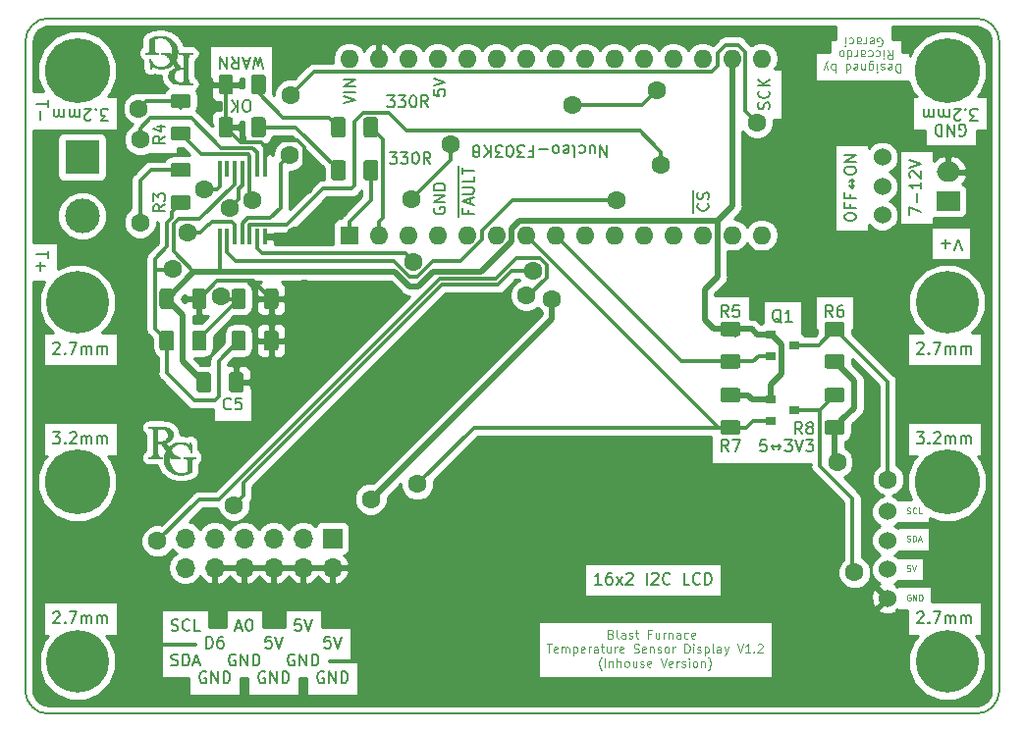
<source format=gbr>
%TF.GenerationSoftware,KiCad,Pcbnew,(5.0.0)*%
%TF.CreationDate,2020-03-10T19:42:46+00:00*%
%TF.ProjectId,Blast Furnace PCB,426C617374204675726E616365205043,rev?*%
%TF.SameCoordinates,Original*%
%TF.FileFunction,Copper,L1,Top,Signal*%
%TF.FilePolarity,Positive*%
%FSLAX46Y46*%
G04 Gerber Fmt 4.6, Leading zero omitted, Abs format (unit mm)*
G04 Created by KiCad (PCBNEW (5.0.0)) date 03/10/20 19:42:46*
%MOMM*%
%LPD*%
G01*
G04 APERTURE LIST*
%ADD10C,0.150000*%
%ADD11C,0.075000*%
%ADD12C,0.100000*%
%ADD13C,0.112500*%
%ADD14C,0.010000*%
%ADD15O,1.700000X1.700000*%
%ADD16R,1.700000X1.700000*%
%ADD17C,1.524000*%
%ADD18C,5.600000*%
%ADD19C,5.400000*%
%ADD20R,1.600000X1.600000*%
%ADD21O,1.600000X1.600000*%
%ADD22C,3.000000*%
%ADD23R,3.000000X3.000000*%
%ADD24R,2.000000X1.700000*%
%ADD25O,2.000000X1.700000*%
%ADD26C,1.250000*%
%ADD27R,0.450000X1.450000*%
%ADD28R,0.900000X0.800000*%
%ADD29C,1.600000*%
%ADD30C,0.300000*%
%ADD31C,0.500000*%
%ADD32C,0.254000*%
G04 APERTURE END LIST*
D10*
X89685714Y-144404761D02*
X89828571Y-144452380D01*
X90066666Y-144452380D01*
X90161904Y-144404761D01*
X90209523Y-144357142D01*
X90257142Y-144261904D01*
X90257142Y-144166666D01*
X90209523Y-144071428D01*
X90161904Y-144023809D01*
X90066666Y-143976190D01*
X89876190Y-143928571D01*
X89780952Y-143880952D01*
X89733333Y-143833333D01*
X89685714Y-143738095D01*
X89685714Y-143642857D01*
X89733333Y-143547619D01*
X89780952Y-143500000D01*
X89876190Y-143452380D01*
X90114285Y-143452380D01*
X90257142Y-143500000D01*
X90685714Y-144452380D02*
X90685714Y-143452380D01*
X90923809Y-143452380D01*
X91066666Y-143500000D01*
X91161904Y-143595238D01*
X91209523Y-143690476D01*
X91257142Y-143880952D01*
X91257142Y-144023809D01*
X91209523Y-144214285D01*
X91161904Y-144309523D01*
X91066666Y-144404761D01*
X90923809Y-144452380D01*
X90685714Y-144452380D01*
X91638095Y-144166666D02*
X92114285Y-144166666D01*
X91542857Y-144452380D02*
X91876190Y-143452380D01*
X92209523Y-144452380D01*
X97758095Y-145000000D02*
X97662857Y-144952380D01*
X97520000Y-144952380D01*
X97377142Y-145000000D01*
X97281904Y-145095238D01*
X97234285Y-145190476D01*
X97186666Y-145380952D01*
X97186666Y-145523809D01*
X97234285Y-145714285D01*
X97281904Y-145809523D01*
X97377142Y-145904761D01*
X97520000Y-145952380D01*
X97615238Y-145952380D01*
X97758095Y-145904761D01*
X97805714Y-145857142D01*
X97805714Y-145523809D01*
X97615238Y-145523809D01*
X98234285Y-145952380D02*
X98234285Y-144952380D01*
X98805714Y-145952380D01*
X98805714Y-144952380D01*
X99281904Y-145952380D02*
X99281904Y-144952380D01*
X99520000Y-144952380D01*
X99662857Y-145000000D01*
X99758095Y-145095238D01*
X99805714Y-145190476D01*
X99853333Y-145380952D01*
X99853333Y-145523809D01*
X99805714Y-145714285D01*
X99758095Y-145809523D01*
X99662857Y-145904761D01*
X99520000Y-145952380D01*
X99281904Y-145952380D01*
X95218095Y-143500000D02*
X95122857Y-143452380D01*
X94980000Y-143452380D01*
X94837142Y-143500000D01*
X94741904Y-143595238D01*
X94694285Y-143690476D01*
X94646666Y-143880952D01*
X94646666Y-144023809D01*
X94694285Y-144214285D01*
X94741904Y-144309523D01*
X94837142Y-144404761D01*
X94980000Y-144452380D01*
X95075238Y-144452380D01*
X95218095Y-144404761D01*
X95265714Y-144357142D01*
X95265714Y-144023809D01*
X95075238Y-144023809D01*
X95694285Y-144452380D02*
X95694285Y-143452380D01*
X96265714Y-144452380D01*
X96265714Y-143452380D01*
X96741904Y-144452380D02*
X96741904Y-143452380D01*
X96980000Y-143452380D01*
X97122857Y-143500000D01*
X97218095Y-143595238D01*
X97265714Y-143690476D01*
X97313333Y-143880952D01*
X97313333Y-144023809D01*
X97265714Y-144214285D01*
X97218095Y-144309523D01*
X97122857Y-144404761D01*
X96980000Y-144452380D01*
X96741904Y-144452380D01*
X92678095Y-145000000D02*
X92582857Y-144952380D01*
X92440000Y-144952380D01*
X92297142Y-145000000D01*
X92201904Y-145095238D01*
X92154285Y-145190476D01*
X92106666Y-145380952D01*
X92106666Y-145523809D01*
X92154285Y-145714285D01*
X92201904Y-145809523D01*
X92297142Y-145904761D01*
X92440000Y-145952380D01*
X92535238Y-145952380D01*
X92678095Y-145904761D01*
X92725714Y-145857142D01*
X92725714Y-145523809D01*
X92535238Y-145523809D01*
X93154285Y-145952380D02*
X93154285Y-144952380D01*
X93725714Y-145952380D01*
X93725714Y-144952380D01*
X94201904Y-145952380D02*
X94201904Y-144952380D01*
X94440000Y-144952380D01*
X94582857Y-145000000D01*
X94678095Y-145095238D01*
X94725714Y-145190476D01*
X94773333Y-145380952D01*
X94773333Y-145523809D01*
X94725714Y-145714285D01*
X94678095Y-145809523D01*
X94582857Y-145904761D01*
X94440000Y-145952380D01*
X94201904Y-145952380D01*
X102838095Y-145000000D02*
X102742857Y-144952380D01*
X102600000Y-144952380D01*
X102457142Y-145000000D01*
X102361904Y-145095238D01*
X102314285Y-145190476D01*
X102266666Y-145380952D01*
X102266666Y-145523809D01*
X102314285Y-145714285D01*
X102361904Y-145809523D01*
X102457142Y-145904761D01*
X102600000Y-145952380D01*
X102695238Y-145952380D01*
X102838095Y-145904761D01*
X102885714Y-145857142D01*
X102885714Y-145523809D01*
X102695238Y-145523809D01*
X103314285Y-145952380D02*
X103314285Y-144952380D01*
X103885714Y-145952380D01*
X103885714Y-144952380D01*
X104361904Y-145952380D02*
X104361904Y-144952380D01*
X104600000Y-144952380D01*
X104742857Y-145000000D01*
X104838095Y-145095238D01*
X104885714Y-145190476D01*
X104933333Y-145380952D01*
X104933333Y-145523809D01*
X104885714Y-145714285D01*
X104838095Y-145809523D01*
X104742857Y-145904761D01*
X104600000Y-145952380D01*
X104361904Y-145952380D01*
X100298095Y-143500000D02*
X100202857Y-143452380D01*
X100060000Y-143452380D01*
X99917142Y-143500000D01*
X99821904Y-143595238D01*
X99774285Y-143690476D01*
X99726666Y-143880952D01*
X99726666Y-144023809D01*
X99774285Y-144214285D01*
X99821904Y-144309523D01*
X99917142Y-144404761D01*
X100060000Y-144452380D01*
X100155238Y-144452380D01*
X100298095Y-144404761D01*
X100345714Y-144357142D01*
X100345714Y-144023809D01*
X100155238Y-144023809D01*
X100774285Y-144452380D02*
X100774285Y-143452380D01*
X101345714Y-144452380D01*
X101345714Y-143452380D01*
X101821904Y-144452380D02*
X101821904Y-143452380D01*
X102060000Y-143452380D01*
X102202857Y-143500000D01*
X102298095Y-143595238D01*
X102345714Y-143690476D01*
X102393333Y-143880952D01*
X102393333Y-144023809D01*
X102345714Y-144214285D01*
X102298095Y-144309523D01*
X102202857Y-144404761D01*
X102060000Y-144452380D01*
X101821904Y-144452380D01*
X103409523Y-141952380D02*
X102933333Y-141952380D01*
X102885714Y-142428571D01*
X102933333Y-142380952D01*
X103028571Y-142333333D01*
X103266666Y-142333333D01*
X103361904Y-142380952D01*
X103409523Y-142428571D01*
X103457142Y-142523809D01*
X103457142Y-142761904D01*
X103409523Y-142857142D01*
X103361904Y-142904761D01*
X103266666Y-142952380D01*
X103028571Y-142952380D01*
X102933333Y-142904761D01*
X102885714Y-142857142D01*
X103742857Y-141952380D02*
X104076190Y-142952380D01*
X104409523Y-141952380D01*
X100869523Y-140452380D02*
X100393333Y-140452380D01*
X100345714Y-140928571D01*
X100393333Y-140880952D01*
X100488571Y-140833333D01*
X100726666Y-140833333D01*
X100821904Y-140880952D01*
X100869523Y-140928571D01*
X100917142Y-141023809D01*
X100917142Y-141261904D01*
X100869523Y-141357142D01*
X100821904Y-141404761D01*
X100726666Y-141452380D01*
X100488571Y-141452380D01*
X100393333Y-141404761D01*
X100345714Y-141357142D01*
X101202857Y-140452380D02*
X101536190Y-141452380D01*
X101869523Y-140452380D01*
X98329523Y-141952380D02*
X97853333Y-141952380D01*
X97805714Y-142428571D01*
X97853333Y-142380952D01*
X97948571Y-142333333D01*
X98186666Y-142333333D01*
X98281904Y-142380952D01*
X98329523Y-142428571D01*
X98377142Y-142523809D01*
X98377142Y-142761904D01*
X98329523Y-142857142D01*
X98281904Y-142904761D01*
X98186666Y-142952380D01*
X97948571Y-142952380D01*
X97853333Y-142904761D01*
X97805714Y-142857142D01*
X98662857Y-141952380D02*
X98996190Y-142952380D01*
X99329523Y-141952380D01*
X95265714Y-141166666D02*
X95741904Y-141166666D01*
X95170476Y-141452380D02*
X95503809Y-140452380D01*
X95837142Y-141452380D01*
X96360952Y-140452380D02*
X96456190Y-140452380D01*
X96551428Y-140500000D01*
X96599047Y-140547619D01*
X96646666Y-140642857D01*
X96694285Y-140833333D01*
X96694285Y-141071428D01*
X96646666Y-141261904D01*
X96599047Y-141357142D01*
X96551428Y-141404761D01*
X96456190Y-141452380D01*
X96360952Y-141452380D01*
X96265714Y-141404761D01*
X96218095Y-141357142D01*
X96170476Y-141261904D01*
X96122857Y-141071428D01*
X96122857Y-140833333D01*
X96170476Y-140642857D01*
X96218095Y-140547619D01*
X96265714Y-140500000D01*
X96360952Y-140452380D01*
X92701904Y-142952380D02*
X92701904Y-141952380D01*
X92940000Y-141952380D01*
X93082857Y-142000000D01*
X93178095Y-142095238D01*
X93225714Y-142190476D01*
X93273333Y-142380952D01*
X93273333Y-142523809D01*
X93225714Y-142714285D01*
X93178095Y-142809523D01*
X93082857Y-142904761D01*
X92940000Y-142952380D01*
X92701904Y-142952380D01*
X94130476Y-141952380D02*
X93940000Y-141952380D01*
X93844761Y-142000000D01*
X93797142Y-142047619D01*
X93701904Y-142190476D01*
X93654285Y-142380952D01*
X93654285Y-142761904D01*
X93701904Y-142857142D01*
X93749523Y-142904761D01*
X93844761Y-142952380D01*
X94035238Y-142952380D01*
X94130476Y-142904761D01*
X94178095Y-142857142D01*
X94225714Y-142761904D01*
X94225714Y-142523809D01*
X94178095Y-142428571D01*
X94130476Y-142380952D01*
X94035238Y-142333333D01*
X93844761Y-142333333D01*
X93749523Y-142380952D01*
X93701904Y-142428571D01*
X93654285Y-142523809D01*
X89709523Y-141404761D02*
X89852380Y-141452380D01*
X90090476Y-141452380D01*
X90185714Y-141404761D01*
X90233333Y-141357142D01*
X90280952Y-141261904D01*
X90280952Y-141166666D01*
X90233333Y-141071428D01*
X90185714Y-141023809D01*
X90090476Y-140976190D01*
X89900000Y-140928571D01*
X89804761Y-140880952D01*
X89757142Y-140833333D01*
X89709523Y-140738095D01*
X89709523Y-140642857D01*
X89757142Y-140547619D01*
X89804761Y-140500000D01*
X89900000Y-140452380D01*
X90138095Y-140452380D01*
X90280952Y-140500000D01*
X91280952Y-141357142D02*
X91233333Y-141404761D01*
X91090476Y-141452380D01*
X90995238Y-141452380D01*
X90852380Y-141404761D01*
X90757142Y-141309523D01*
X90709523Y-141214285D01*
X90661904Y-141023809D01*
X90661904Y-140880952D01*
X90709523Y-140690476D01*
X90757142Y-140595238D01*
X90852380Y-140500000D01*
X90995238Y-140452380D01*
X91090476Y-140452380D01*
X91233333Y-140500000D01*
X91280952Y-140547619D01*
X92185714Y-141452380D02*
X91709523Y-141452380D01*
X91709523Y-140452380D01*
X144083333Y-124452380D02*
X143750000Y-123976190D01*
X143511904Y-124452380D02*
X143511904Y-123452380D01*
X143892857Y-123452380D01*
X143988095Y-123500000D01*
X144035714Y-123547619D01*
X144083333Y-123642857D01*
X144083333Y-123785714D01*
X144035714Y-123880952D01*
X143988095Y-123928571D01*
X143892857Y-123976190D01*
X143511904Y-123976190D01*
X144654761Y-123880952D02*
X144559523Y-123833333D01*
X144511904Y-123785714D01*
X144464285Y-123690476D01*
X144464285Y-123642857D01*
X144511904Y-123547619D01*
X144559523Y-123500000D01*
X144654761Y-123452380D01*
X144845238Y-123452380D01*
X144940476Y-123500000D01*
X144988095Y-123547619D01*
X145035714Y-123642857D01*
X145035714Y-123690476D01*
X144988095Y-123785714D01*
X144940476Y-123833333D01*
X144845238Y-123880952D01*
X144654761Y-123880952D01*
X144559523Y-123928571D01*
X144511904Y-123976190D01*
X144464285Y-124071428D01*
X144464285Y-124261904D01*
X144511904Y-124357142D01*
X144559523Y-124404761D01*
X144654761Y-124452380D01*
X144845238Y-124452380D01*
X144940476Y-124404761D01*
X144988095Y-124357142D01*
X145035714Y-124261904D01*
X145035714Y-124071428D01*
X144988095Y-123976190D01*
X144940476Y-123928571D01*
X144845238Y-123880952D01*
X137733333Y-125952380D02*
X137400000Y-125476190D01*
X137161904Y-125952380D02*
X137161904Y-124952380D01*
X137542857Y-124952380D01*
X137638095Y-125000000D01*
X137685714Y-125047619D01*
X137733333Y-125142857D01*
X137733333Y-125285714D01*
X137685714Y-125380952D01*
X137638095Y-125428571D01*
X137542857Y-125476190D01*
X137161904Y-125476190D01*
X138066666Y-124952380D02*
X138733333Y-124952380D01*
X138304761Y-125952380D01*
X146733333Y-114352380D02*
X146400000Y-113876190D01*
X146161904Y-114352380D02*
X146161904Y-113352380D01*
X146542857Y-113352380D01*
X146638095Y-113400000D01*
X146685714Y-113447619D01*
X146733333Y-113542857D01*
X146733333Y-113685714D01*
X146685714Y-113780952D01*
X146638095Y-113828571D01*
X146542857Y-113876190D01*
X146161904Y-113876190D01*
X147590476Y-113352380D02*
X147400000Y-113352380D01*
X147304761Y-113400000D01*
X147257142Y-113447619D01*
X147161904Y-113590476D01*
X147114285Y-113780952D01*
X147114285Y-114161904D01*
X147161904Y-114257142D01*
X147209523Y-114304761D01*
X147304761Y-114352380D01*
X147495238Y-114352380D01*
X147590476Y-114304761D01*
X147638095Y-114257142D01*
X147685714Y-114161904D01*
X147685714Y-113923809D01*
X147638095Y-113828571D01*
X147590476Y-113780952D01*
X147495238Y-113733333D01*
X147304761Y-113733333D01*
X147209523Y-113780952D01*
X147161904Y-113828571D01*
X147114285Y-113923809D01*
X142304761Y-114847619D02*
X142209523Y-114800000D01*
X142114285Y-114704761D01*
X141971428Y-114561904D01*
X141876190Y-114514285D01*
X141780952Y-114514285D01*
X141828571Y-114752380D02*
X141733333Y-114704761D01*
X141638095Y-114609523D01*
X141590476Y-114419047D01*
X141590476Y-114085714D01*
X141638095Y-113895238D01*
X141733333Y-113800000D01*
X141828571Y-113752380D01*
X142019047Y-113752380D01*
X142114285Y-113800000D01*
X142209523Y-113895238D01*
X142257142Y-114085714D01*
X142257142Y-114419047D01*
X142209523Y-114609523D01*
X142114285Y-114704761D01*
X142019047Y-114752380D01*
X141828571Y-114752380D01*
X143209523Y-114752380D02*
X142638095Y-114752380D01*
X142923809Y-114752380D02*
X142923809Y-113752380D01*
X142828571Y-113895238D01*
X142733333Y-113990476D01*
X142638095Y-114038095D01*
X137733333Y-114352380D02*
X137400000Y-113876190D01*
X137161904Y-114352380D02*
X137161904Y-113352380D01*
X137542857Y-113352380D01*
X137638095Y-113400000D01*
X137685714Y-113447619D01*
X137733333Y-113542857D01*
X137733333Y-113685714D01*
X137685714Y-113780952D01*
X137638095Y-113828571D01*
X137542857Y-113876190D01*
X137161904Y-113876190D01*
X138638095Y-113352380D02*
X138161904Y-113352380D01*
X138114285Y-113828571D01*
X138161904Y-113780952D01*
X138257142Y-113733333D01*
X138495238Y-113733333D01*
X138590476Y-113780952D01*
X138638095Y-113828571D01*
X138685714Y-113923809D01*
X138685714Y-114161904D01*
X138638095Y-114257142D01*
X138590476Y-114304761D01*
X138495238Y-114352380D01*
X138257142Y-114352380D01*
X138161904Y-114304761D01*
X138114285Y-114257142D01*
X89152380Y-104666666D02*
X88676190Y-105000000D01*
X89152380Y-105238095D02*
X88152380Y-105238095D01*
X88152380Y-104857142D01*
X88200000Y-104761904D01*
X88247619Y-104714285D01*
X88342857Y-104666666D01*
X88485714Y-104666666D01*
X88580952Y-104714285D01*
X88628571Y-104761904D01*
X88676190Y-104857142D01*
X88676190Y-105238095D01*
X88152380Y-104333333D02*
X88152380Y-103714285D01*
X88533333Y-104047619D01*
X88533333Y-103904761D01*
X88580952Y-103809523D01*
X88628571Y-103761904D01*
X88723809Y-103714285D01*
X88961904Y-103714285D01*
X89057142Y-103761904D01*
X89104761Y-103809523D01*
X89152380Y-103904761D01*
X89152380Y-104190476D01*
X89104761Y-104285714D01*
X89057142Y-104333333D01*
X89152380Y-98766666D02*
X88676190Y-99100000D01*
X89152380Y-99338095D02*
X88152380Y-99338095D01*
X88152380Y-98957142D01*
X88200000Y-98861904D01*
X88247619Y-98814285D01*
X88342857Y-98766666D01*
X88485714Y-98766666D01*
X88580952Y-98814285D01*
X88628571Y-98861904D01*
X88676190Y-98957142D01*
X88676190Y-99338095D01*
X88485714Y-97909523D02*
X89152380Y-97909523D01*
X88104761Y-98147619D02*
X88819047Y-98385714D01*
X88819047Y-97766666D01*
X108514285Y-100152380D02*
X109133333Y-100152380D01*
X108800000Y-100533333D01*
X108942857Y-100533333D01*
X109038095Y-100580952D01*
X109085714Y-100628571D01*
X109133333Y-100723809D01*
X109133333Y-100961904D01*
X109085714Y-101057142D01*
X109038095Y-101104761D01*
X108942857Y-101152380D01*
X108657142Y-101152380D01*
X108561904Y-101104761D01*
X108514285Y-101057142D01*
X109466666Y-100152380D02*
X110085714Y-100152380D01*
X109752380Y-100533333D01*
X109895238Y-100533333D01*
X109990476Y-100580952D01*
X110038095Y-100628571D01*
X110085714Y-100723809D01*
X110085714Y-100961904D01*
X110038095Y-101057142D01*
X109990476Y-101104761D01*
X109895238Y-101152380D01*
X109609523Y-101152380D01*
X109514285Y-101104761D01*
X109466666Y-101057142D01*
X110704761Y-100152380D02*
X110800000Y-100152380D01*
X110895238Y-100200000D01*
X110942857Y-100247619D01*
X110990476Y-100342857D01*
X111038095Y-100533333D01*
X111038095Y-100771428D01*
X110990476Y-100961904D01*
X110942857Y-101057142D01*
X110895238Y-101104761D01*
X110800000Y-101152380D01*
X110704761Y-101152380D01*
X110609523Y-101104761D01*
X110561904Y-101057142D01*
X110514285Y-100961904D01*
X110466666Y-100771428D01*
X110466666Y-100533333D01*
X110514285Y-100342857D01*
X110561904Y-100247619D01*
X110609523Y-100200000D01*
X110704761Y-100152380D01*
X112038095Y-101152380D02*
X111704761Y-100676190D01*
X111466666Y-101152380D02*
X111466666Y-100152380D01*
X111847619Y-100152380D01*
X111942857Y-100200000D01*
X111990476Y-100247619D01*
X112038095Y-100342857D01*
X112038095Y-100485714D01*
X111990476Y-100580952D01*
X111942857Y-100628571D01*
X111847619Y-100676190D01*
X111466666Y-100676190D01*
X108314285Y-95252380D02*
X108933333Y-95252380D01*
X108600000Y-95633333D01*
X108742857Y-95633333D01*
X108838095Y-95680952D01*
X108885714Y-95728571D01*
X108933333Y-95823809D01*
X108933333Y-96061904D01*
X108885714Y-96157142D01*
X108838095Y-96204761D01*
X108742857Y-96252380D01*
X108457142Y-96252380D01*
X108361904Y-96204761D01*
X108314285Y-96157142D01*
X109266666Y-95252380D02*
X109885714Y-95252380D01*
X109552380Y-95633333D01*
X109695238Y-95633333D01*
X109790476Y-95680952D01*
X109838095Y-95728571D01*
X109885714Y-95823809D01*
X109885714Y-96061904D01*
X109838095Y-96157142D01*
X109790476Y-96204761D01*
X109695238Y-96252380D01*
X109409523Y-96252380D01*
X109314285Y-96204761D01*
X109266666Y-96157142D01*
X110504761Y-95252380D02*
X110600000Y-95252380D01*
X110695238Y-95300000D01*
X110742857Y-95347619D01*
X110790476Y-95442857D01*
X110838095Y-95633333D01*
X110838095Y-95871428D01*
X110790476Y-96061904D01*
X110742857Y-96157142D01*
X110695238Y-96204761D01*
X110600000Y-96252380D01*
X110504761Y-96252380D01*
X110409523Y-96204761D01*
X110361904Y-96157142D01*
X110314285Y-96061904D01*
X110266666Y-95871428D01*
X110266666Y-95633333D01*
X110314285Y-95442857D01*
X110361904Y-95347619D01*
X110409523Y-95300000D01*
X110504761Y-95252380D01*
X111838095Y-96252380D02*
X111504761Y-95776190D01*
X111266666Y-96252380D02*
X111266666Y-95252380D01*
X111647619Y-95252380D01*
X111742857Y-95300000D01*
X111790476Y-95347619D01*
X111838095Y-95442857D01*
X111838095Y-95585714D01*
X111790476Y-95680952D01*
X111742857Y-95728571D01*
X111647619Y-95776190D01*
X111266666Y-95776190D01*
X140988095Y-124952380D02*
X140511904Y-124952380D01*
X140464285Y-125428571D01*
X140511904Y-125380952D01*
X140607142Y-125333333D01*
X140845238Y-125333333D01*
X140940476Y-125380952D01*
X140988095Y-125428571D01*
X141035714Y-125523809D01*
X141035714Y-125761904D01*
X140988095Y-125857142D01*
X140940476Y-125904761D01*
X140845238Y-125952380D01*
X140607142Y-125952380D01*
X140511904Y-125904761D01*
X140464285Y-125857142D01*
X141464285Y-125571428D02*
X142226190Y-125571428D01*
X142035714Y-125761904D02*
X142226190Y-125571428D01*
X142035714Y-125380952D01*
X141654761Y-125380952D02*
X141464285Y-125571428D01*
X141654761Y-125761904D01*
X142607142Y-124952380D02*
X143226190Y-124952380D01*
X142892857Y-125333333D01*
X143035714Y-125333333D01*
X143130952Y-125380952D01*
X143178571Y-125428571D01*
X143226190Y-125523809D01*
X143226190Y-125761904D01*
X143178571Y-125857142D01*
X143130952Y-125904761D01*
X143035714Y-125952380D01*
X142750000Y-125952380D01*
X142654761Y-125904761D01*
X142607142Y-125857142D01*
X143511904Y-124952380D02*
X143845238Y-125952380D01*
X144178571Y-124952380D01*
X144416666Y-124952380D02*
X145035714Y-124952380D01*
X144702380Y-125333333D01*
X144845238Y-125333333D01*
X144940476Y-125380952D01*
X144988095Y-125428571D01*
X145035714Y-125523809D01*
X145035714Y-125761904D01*
X144988095Y-125857142D01*
X144940476Y-125904761D01*
X144845238Y-125952380D01*
X144559523Y-125952380D01*
X144464285Y-125904761D01*
X144416666Y-125857142D01*
X134685000Y-105376190D02*
X134685000Y-104376190D01*
X135957142Y-104566666D02*
X136004761Y-104614285D01*
X136052380Y-104757142D01*
X136052380Y-104852380D01*
X136004761Y-104995238D01*
X135909523Y-105090476D01*
X135814285Y-105138095D01*
X135623809Y-105185714D01*
X135480952Y-105185714D01*
X135290476Y-105138095D01*
X135195238Y-105090476D01*
X135100000Y-104995238D01*
X135052380Y-104852380D01*
X135052380Y-104757142D01*
X135100000Y-104614285D01*
X135147619Y-104566666D01*
X134685000Y-104376190D02*
X134685000Y-103423809D01*
X136004761Y-104185714D02*
X136052380Y-104042857D01*
X136052380Y-103804761D01*
X136004761Y-103709523D01*
X135957142Y-103661904D01*
X135861904Y-103614285D01*
X135766666Y-103614285D01*
X135671428Y-103661904D01*
X135623809Y-103709523D01*
X135576190Y-103804761D01*
X135528571Y-103995238D01*
X135480952Y-104090476D01*
X135433333Y-104138095D01*
X135338095Y-104185714D01*
X135242857Y-104185714D01*
X135147619Y-104138095D01*
X135100000Y-104090476D01*
X135052380Y-103995238D01*
X135052380Y-103757142D01*
X135100000Y-103614285D01*
X112350000Y-104933333D02*
X112302380Y-105028571D01*
X112302380Y-105171429D01*
X112350000Y-105314286D01*
X112445238Y-105409524D01*
X112540476Y-105457143D01*
X112730952Y-105504762D01*
X112873809Y-105504762D01*
X113064285Y-105457143D01*
X113159523Y-105409524D01*
X113254761Y-105314286D01*
X113302380Y-105171429D01*
X113302380Y-105076190D01*
X113254761Y-104933333D01*
X113207142Y-104885714D01*
X112873809Y-104885714D01*
X112873809Y-105076190D01*
X113302380Y-104457143D02*
X112302380Y-104457143D01*
X113302380Y-103885714D01*
X112302380Y-103885714D01*
X113302380Y-103409524D02*
X112302380Y-103409524D01*
X112302380Y-103171429D01*
X112350000Y-103028571D01*
X112445238Y-102933333D01*
X112540476Y-102885714D01*
X112730952Y-102838095D01*
X112873809Y-102838095D01*
X113064285Y-102885714D01*
X113159523Y-102933333D01*
X113254761Y-103028571D01*
X113302380Y-103171429D01*
X113302380Y-103409524D01*
X114435000Y-105695238D02*
X114435000Y-104838095D01*
X115278571Y-105123810D02*
X115278571Y-105457143D01*
X115802380Y-105457143D02*
X114802380Y-105457143D01*
X114802380Y-104980952D01*
X114435000Y-104838095D02*
X114435000Y-103980952D01*
X115516666Y-104647619D02*
X115516666Y-104171429D01*
X115802380Y-104742857D02*
X114802380Y-104409524D01*
X115802380Y-104076191D01*
X114435000Y-103980952D02*
X114435000Y-102933333D01*
X114802380Y-103742857D02*
X115611904Y-103742857D01*
X115707142Y-103695238D01*
X115754761Y-103647619D01*
X115802380Y-103552381D01*
X115802380Y-103361905D01*
X115754761Y-103266667D01*
X115707142Y-103219048D01*
X115611904Y-103171429D01*
X114802380Y-103171429D01*
X114435000Y-102933333D02*
X114435000Y-102123810D01*
X115802380Y-102219048D02*
X115802380Y-102695238D01*
X114802380Y-102695238D01*
X114435000Y-102123810D02*
X114435000Y-101361905D01*
X114802380Y-102028572D02*
X114802380Y-101457143D01*
X115802380Y-101742857D02*
X114802380Y-101742857D01*
X104552380Y-95945238D02*
X105552380Y-95611904D01*
X104552380Y-95278571D01*
X105552380Y-94945238D02*
X104552380Y-94945238D01*
X105552380Y-94469047D02*
X104552380Y-94469047D01*
X105552380Y-93897619D01*
X104552380Y-93897619D01*
X112302380Y-94754762D02*
X112302380Y-95230952D01*
X112778571Y-95278571D01*
X112730952Y-95230952D01*
X112683333Y-95135714D01*
X112683333Y-94897619D01*
X112730952Y-94802381D01*
X112778571Y-94754762D01*
X112873809Y-94707143D01*
X113111904Y-94707143D01*
X113207142Y-94754762D01*
X113254761Y-94802381D01*
X113302380Y-94897619D01*
X113302380Y-95135714D01*
X113254761Y-95230952D01*
X113207142Y-95278571D01*
X112302380Y-94421428D02*
X113302380Y-94088095D01*
X112302380Y-93754762D01*
X141254761Y-96421429D02*
X141302380Y-96278572D01*
X141302380Y-96040476D01*
X141254761Y-95945238D01*
X141207142Y-95897619D01*
X141111904Y-95850000D01*
X141016666Y-95850000D01*
X140921428Y-95897619D01*
X140873809Y-95945238D01*
X140826190Y-96040476D01*
X140778571Y-96230953D01*
X140730952Y-96326191D01*
X140683333Y-96373810D01*
X140588095Y-96421429D01*
X140492857Y-96421429D01*
X140397619Y-96373810D01*
X140350000Y-96326191D01*
X140302380Y-96230953D01*
X140302380Y-95992857D01*
X140350000Y-95850000D01*
X141207142Y-94850000D02*
X141254761Y-94897619D01*
X141302380Y-95040476D01*
X141302380Y-95135715D01*
X141254761Y-95278572D01*
X141159523Y-95373810D01*
X141064285Y-95421429D01*
X140873809Y-95469048D01*
X140730952Y-95469048D01*
X140540476Y-95421429D01*
X140445238Y-95373810D01*
X140350000Y-95278572D01*
X140302380Y-95135715D01*
X140302380Y-95040476D01*
X140350000Y-94897619D01*
X140397619Y-94850000D01*
X141302380Y-94421429D02*
X140302380Y-94421429D01*
X141302380Y-93850000D02*
X140730952Y-94278572D01*
X140302380Y-93850000D02*
X140873809Y-94421429D01*
D11*
X153142856Y-131302380D02*
X153214285Y-131326190D01*
X153333333Y-131326190D01*
X153380952Y-131302380D01*
X153404761Y-131278571D01*
X153428571Y-131230952D01*
X153428571Y-131183333D01*
X153404761Y-131135714D01*
X153380952Y-131111904D01*
X153333333Y-131088095D01*
X153238095Y-131064285D01*
X153190475Y-131040476D01*
X153166666Y-131016666D01*
X153142856Y-130969047D01*
X153142856Y-130921428D01*
X153166666Y-130873809D01*
X153190475Y-130850000D01*
X153238095Y-130826190D01*
X153357142Y-130826190D01*
X153428571Y-130850000D01*
X153928571Y-131278571D02*
X153904761Y-131302380D01*
X153833333Y-131326190D01*
X153785714Y-131326190D01*
X153714285Y-131302380D01*
X153666666Y-131254761D01*
X153642856Y-131207142D01*
X153619047Y-131111904D01*
X153619047Y-131040476D01*
X153642856Y-130945238D01*
X153666666Y-130897619D01*
X153714285Y-130850000D01*
X153785714Y-130826190D01*
X153833333Y-130826190D01*
X153904761Y-130850000D01*
X153928571Y-130873809D01*
X154380952Y-131326190D02*
X154142856Y-131326190D01*
X154142856Y-130826190D01*
X153142857Y-133702380D02*
X153214285Y-133726190D01*
X153333333Y-133726190D01*
X153380952Y-133702380D01*
X153404761Y-133678571D01*
X153428571Y-133630952D01*
X153428571Y-133583333D01*
X153404761Y-133535714D01*
X153380952Y-133511904D01*
X153333333Y-133488095D01*
X153238095Y-133464285D01*
X153190476Y-133440476D01*
X153166666Y-133416666D01*
X153142857Y-133369047D01*
X153142857Y-133321428D01*
X153166666Y-133273809D01*
X153190476Y-133250000D01*
X153238095Y-133226190D01*
X153357142Y-133226190D01*
X153428571Y-133250000D01*
X153642857Y-133726190D02*
X153642857Y-133226190D01*
X153761904Y-133226190D01*
X153833333Y-133250000D01*
X153880952Y-133297619D01*
X153904761Y-133345238D01*
X153928571Y-133440476D01*
X153928571Y-133511904D01*
X153904761Y-133607142D01*
X153880952Y-133654761D01*
X153833333Y-133702380D01*
X153761904Y-133726190D01*
X153642857Y-133726190D01*
X154119047Y-133583333D02*
X154357142Y-133583333D01*
X154071428Y-133726190D02*
X154238095Y-133226190D01*
X154404761Y-133726190D01*
X153404761Y-135826190D02*
X153166666Y-135826190D01*
X153142857Y-136064285D01*
X153166666Y-136040476D01*
X153214285Y-136016666D01*
X153333333Y-136016666D01*
X153380952Y-136040476D01*
X153404761Y-136064285D01*
X153428571Y-136111904D01*
X153428571Y-136230952D01*
X153404761Y-136278571D01*
X153380952Y-136302380D01*
X153333333Y-136326190D01*
X153214285Y-136326190D01*
X153166666Y-136302380D01*
X153142857Y-136278571D01*
X153571428Y-135826190D02*
X153738095Y-136326190D01*
X153904761Y-135826190D01*
X153428571Y-138350000D02*
X153380952Y-138326190D01*
X153309524Y-138326190D01*
X153238095Y-138350000D01*
X153190476Y-138397619D01*
X153166666Y-138445238D01*
X153142857Y-138540476D01*
X153142857Y-138611904D01*
X153166666Y-138707142D01*
X153190476Y-138754761D01*
X153238095Y-138802380D01*
X153309524Y-138826190D01*
X153357143Y-138826190D01*
X153428571Y-138802380D01*
X153452381Y-138778571D01*
X153452381Y-138611904D01*
X153357143Y-138611904D01*
X153666666Y-138826190D02*
X153666666Y-138326190D01*
X153952381Y-138826190D01*
X153952381Y-138326190D01*
X154190476Y-138826190D02*
X154190476Y-138326190D01*
X154309524Y-138326190D01*
X154380952Y-138350000D01*
X154428571Y-138397619D01*
X154452381Y-138445238D01*
X154476190Y-138540476D01*
X154476190Y-138611904D01*
X154452381Y-138707142D01*
X154428571Y-138754761D01*
X154380952Y-138802380D01*
X154309524Y-138826190D01*
X154190476Y-138826190D01*
D10*
X84230952Y-97397619D02*
X83611904Y-97397619D01*
X83945238Y-97016666D01*
X83802380Y-97016666D01*
X83707142Y-96969047D01*
X83659523Y-96921428D01*
X83611904Y-96826190D01*
X83611904Y-96588095D01*
X83659523Y-96492857D01*
X83707142Y-96445238D01*
X83802380Y-96397619D01*
X84088095Y-96397619D01*
X84183333Y-96445238D01*
X84230952Y-96492857D01*
X83183333Y-96492857D02*
X83135714Y-96445238D01*
X83183333Y-96397619D01*
X83230952Y-96445238D01*
X83183333Y-96492857D01*
X83183333Y-96397619D01*
X82754761Y-97302380D02*
X82707142Y-97350000D01*
X82611904Y-97397619D01*
X82373809Y-97397619D01*
X82278571Y-97350000D01*
X82230952Y-97302380D01*
X82183333Y-97207142D01*
X82183333Y-97111904D01*
X82230952Y-96969047D01*
X82802380Y-96397619D01*
X82183333Y-96397619D01*
X81754761Y-96397619D02*
X81754761Y-97064285D01*
X81754761Y-96969047D02*
X81707142Y-97016666D01*
X81611904Y-97064285D01*
X81469047Y-97064285D01*
X81373809Y-97016666D01*
X81326190Y-96921428D01*
X81326190Y-96397619D01*
X81326190Y-96921428D02*
X81278571Y-97016666D01*
X81183333Y-97064285D01*
X81040476Y-97064285D01*
X80945238Y-97016666D01*
X80897619Y-96921428D01*
X80897619Y-96397619D01*
X80421428Y-96397619D02*
X80421428Y-97064285D01*
X80421428Y-96969047D02*
X80373809Y-97016666D01*
X80278571Y-97064285D01*
X80135714Y-97064285D01*
X80040476Y-97016666D01*
X79992857Y-96921428D01*
X79992857Y-96397619D01*
X79992857Y-96921428D02*
X79945238Y-97016666D01*
X79850000Y-97064285D01*
X79707142Y-97064285D01*
X79611904Y-97016666D01*
X79564285Y-96921428D01*
X79564285Y-96397619D01*
X159230952Y-97397619D02*
X158611904Y-97397619D01*
X158945238Y-97016666D01*
X158802380Y-97016666D01*
X158707142Y-96969047D01*
X158659523Y-96921428D01*
X158611904Y-96826190D01*
X158611904Y-96588095D01*
X158659523Y-96492857D01*
X158707142Y-96445238D01*
X158802380Y-96397619D01*
X159088095Y-96397619D01*
X159183333Y-96445238D01*
X159230952Y-96492857D01*
X158183333Y-96492857D02*
X158135714Y-96445238D01*
X158183333Y-96397619D01*
X158230952Y-96445238D01*
X158183333Y-96492857D01*
X158183333Y-96397619D01*
X157754761Y-97302380D02*
X157707142Y-97350000D01*
X157611904Y-97397619D01*
X157373809Y-97397619D01*
X157278571Y-97350000D01*
X157230952Y-97302380D01*
X157183333Y-97207142D01*
X157183333Y-97111904D01*
X157230952Y-96969047D01*
X157802380Y-96397619D01*
X157183333Y-96397619D01*
X156754761Y-96397619D02*
X156754761Y-97064285D01*
X156754761Y-96969047D02*
X156707142Y-97016666D01*
X156611904Y-97064285D01*
X156469047Y-97064285D01*
X156373809Y-97016666D01*
X156326190Y-96921428D01*
X156326190Y-96397619D01*
X156326190Y-96921428D02*
X156278571Y-97016666D01*
X156183333Y-97064285D01*
X156040476Y-97064285D01*
X155945238Y-97016666D01*
X155897619Y-96921428D01*
X155897619Y-96397619D01*
X155421428Y-96397619D02*
X155421428Y-97064285D01*
X155421428Y-96969047D02*
X155373809Y-97016666D01*
X155278571Y-97064285D01*
X155135714Y-97064285D01*
X155040476Y-97016666D01*
X154992857Y-96921428D01*
X154992857Y-96397619D01*
X154992857Y-96921428D02*
X154945238Y-97016666D01*
X154850000Y-97064285D01*
X154707142Y-97064285D01*
X154611904Y-97016666D01*
X154564285Y-96921428D01*
X154564285Y-96397619D01*
X154016666Y-116647619D02*
X154064285Y-116600000D01*
X154159523Y-116552380D01*
X154397619Y-116552380D01*
X154492857Y-116600000D01*
X154540476Y-116647619D01*
X154588095Y-116742857D01*
X154588095Y-116838095D01*
X154540476Y-116980952D01*
X153969047Y-117552380D01*
X154588095Y-117552380D01*
X155016666Y-117457142D02*
X155064285Y-117504761D01*
X155016666Y-117552380D01*
X154969047Y-117504761D01*
X155016666Y-117457142D01*
X155016666Y-117552380D01*
X155397619Y-116552380D02*
X156064285Y-116552380D01*
X155635714Y-117552380D01*
X156445238Y-117552380D02*
X156445238Y-116885714D01*
X156445238Y-116980952D02*
X156492857Y-116933333D01*
X156588095Y-116885714D01*
X156730952Y-116885714D01*
X156826190Y-116933333D01*
X156873809Y-117028571D01*
X156873809Y-117552380D01*
X156873809Y-117028571D02*
X156921428Y-116933333D01*
X157016666Y-116885714D01*
X157159523Y-116885714D01*
X157254761Y-116933333D01*
X157302380Y-117028571D01*
X157302380Y-117552380D01*
X157778571Y-117552380D02*
X157778571Y-116885714D01*
X157778571Y-116980952D02*
X157826190Y-116933333D01*
X157921428Y-116885714D01*
X158064285Y-116885714D01*
X158159523Y-116933333D01*
X158207142Y-117028571D01*
X158207142Y-117552380D01*
X158207142Y-117028571D02*
X158254761Y-116933333D01*
X158350000Y-116885714D01*
X158492857Y-116885714D01*
X158588095Y-116933333D01*
X158635714Y-117028571D01*
X158635714Y-117552380D01*
X79516666Y-116647619D02*
X79564285Y-116600000D01*
X79659523Y-116552380D01*
X79897619Y-116552380D01*
X79992857Y-116600000D01*
X80040476Y-116647619D01*
X80088095Y-116742857D01*
X80088095Y-116838095D01*
X80040476Y-116980952D01*
X79469047Y-117552380D01*
X80088095Y-117552380D01*
X80516666Y-117457142D02*
X80564285Y-117504761D01*
X80516666Y-117552380D01*
X80469047Y-117504761D01*
X80516666Y-117457142D01*
X80516666Y-117552380D01*
X80897619Y-116552380D02*
X81564285Y-116552380D01*
X81135714Y-117552380D01*
X81945238Y-117552380D02*
X81945238Y-116885714D01*
X81945238Y-116980952D02*
X81992857Y-116933333D01*
X82088095Y-116885714D01*
X82230952Y-116885714D01*
X82326190Y-116933333D01*
X82373809Y-117028571D01*
X82373809Y-117552380D01*
X82373809Y-117028571D02*
X82421428Y-116933333D01*
X82516666Y-116885714D01*
X82659523Y-116885714D01*
X82754761Y-116933333D01*
X82802380Y-117028571D01*
X82802380Y-117552380D01*
X83278571Y-117552380D02*
X83278571Y-116885714D01*
X83278571Y-116980952D02*
X83326190Y-116933333D01*
X83421428Y-116885714D01*
X83564285Y-116885714D01*
X83659523Y-116933333D01*
X83707142Y-117028571D01*
X83707142Y-117552380D01*
X83707142Y-117028571D02*
X83754761Y-116933333D01*
X83850000Y-116885714D01*
X83992857Y-116885714D01*
X84088095Y-116933333D01*
X84135714Y-117028571D01*
X84135714Y-117552380D01*
X154016666Y-139897619D02*
X154064285Y-139850000D01*
X154159523Y-139802380D01*
X154397619Y-139802380D01*
X154492857Y-139850000D01*
X154540476Y-139897619D01*
X154588095Y-139992857D01*
X154588095Y-140088095D01*
X154540476Y-140230952D01*
X153969047Y-140802380D01*
X154588095Y-140802380D01*
X155016666Y-140707142D02*
X155064285Y-140754761D01*
X155016666Y-140802380D01*
X154969047Y-140754761D01*
X155016666Y-140707142D01*
X155016666Y-140802380D01*
X155397619Y-139802380D02*
X156064285Y-139802380D01*
X155635714Y-140802380D01*
X156445238Y-140802380D02*
X156445238Y-140135714D01*
X156445238Y-140230952D02*
X156492857Y-140183333D01*
X156588095Y-140135714D01*
X156730952Y-140135714D01*
X156826190Y-140183333D01*
X156873809Y-140278571D01*
X156873809Y-140802380D01*
X156873809Y-140278571D02*
X156921428Y-140183333D01*
X157016666Y-140135714D01*
X157159523Y-140135714D01*
X157254761Y-140183333D01*
X157302380Y-140278571D01*
X157302380Y-140802380D01*
X157778571Y-140802380D02*
X157778571Y-140135714D01*
X157778571Y-140230952D02*
X157826190Y-140183333D01*
X157921428Y-140135714D01*
X158064285Y-140135714D01*
X158159523Y-140183333D01*
X158207142Y-140278571D01*
X158207142Y-140802380D01*
X158207142Y-140278571D02*
X158254761Y-140183333D01*
X158350000Y-140135714D01*
X158492857Y-140135714D01*
X158588095Y-140183333D01*
X158635714Y-140278571D01*
X158635714Y-140802380D01*
X79516666Y-139897619D02*
X79564285Y-139850000D01*
X79659523Y-139802380D01*
X79897619Y-139802380D01*
X79992857Y-139850000D01*
X80040476Y-139897619D01*
X80088095Y-139992857D01*
X80088095Y-140088095D01*
X80040476Y-140230952D01*
X79469047Y-140802380D01*
X80088095Y-140802380D01*
X80516666Y-140707142D02*
X80564285Y-140754761D01*
X80516666Y-140802380D01*
X80469047Y-140754761D01*
X80516666Y-140707142D01*
X80516666Y-140802380D01*
X80897619Y-139802380D02*
X81564285Y-139802380D01*
X81135714Y-140802380D01*
X81945238Y-140802380D02*
X81945238Y-140135714D01*
X81945238Y-140230952D02*
X81992857Y-140183333D01*
X82088095Y-140135714D01*
X82230952Y-140135714D01*
X82326190Y-140183333D01*
X82373809Y-140278571D01*
X82373809Y-140802380D01*
X82373809Y-140278571D02*
X82421428Y-140183333D01*
X82516666Y-140135714D01*
X82659523Y-140135714D01*
X82754761Y-140183333D01*
X82802380Y-140278571D01*
X82802380Y-140802380D01*
X83278571Y-140802380D02*
X83278571Y-140135714D01*
X83278571Y-140230952D02*
X83326190Y-140183333D01*
X83421428Y-140135714D01*
X83564285Y-140135714D01*
X83659523Y-140183333D01*
X83707142Y-140278571D01*
X83707142Y-140802380D01*
X83707142Y-140278571D02*
X83754761Y-140183333D01*
X83850000Y-140135714D01*
X83992857Y-140135714D01*
X84088095Y-140183333D01*
X84135714Y-140278571D01*
X84135714Y-140802380D01*
X79469047Y-124302380D02*
X80088095Y-124302380D01*
X79754761Y-124683333D01*
X79897619Y-124683333D01*
X79992857Y-124730952D01*
X80040476Y-124778571D01*
X80088095Y-124873809D01*
X80088095Y-125111904D01*
X80040476Y-125207142D01*
X79992857Y-125254761D01*
X79897619Y-125302380D01*
X79611904Y-125302380D01*
X79516666Y-125254761D01*
X79469047Y-125207142D01*
X80516666Y-125207142D02*
X80564285Y-125254761D01*
X80516666Y-125302380D01*
X80469047Y-125254761D01*
X80516666Y-125207142D01*
X80516666Y-125302380D01*
X80945238Y-124397619D02*
X80992857Y-124350000D01*
X81088095Y-124302380D01*
X81326190Y-124302380D01*
X81421428Y-124350000D01*
X81469047Y-124397619D01*
X81516666Y-124492857D01*
X81516666Y-124588095D01*
X81469047Y-124730952D01*
X80897619Y-125302380D01*
X81516666Y-125302380D01*
X81945238Y-125302380D02*
X81945238Y-124635714D01*
X81945238Y-124730952D02*
X81992857Y-124683333D01*
X82088095Y-124635714D01*
X82230952Y-124635714D01*
X82326190Y-124683333D01*
X82373809Y-124778571D01*
X82373809Y-125302380D01*
X82373809Y-124778571D02*
X82421428Y-124683333D01*
X82516666Y-124635714D01*
X82659523Y-124635714D01*
X82754761Y-124683333D01*
X82802380Y-124778571D01*
X82802380Y-125302380D01*
X83278571Y-125302380D02*
X83278571Y-124635714D01*
X83278571Y-124730952D02*
X83326190Y-124683333D01*
X83421428Y-124635714D01*
X83564285Y-124635714D01*
X83659523Y-124683333D01*
X83707142Y-124778571D01*
X83707142Y-125302380D01*
X83707142Y-124778571D02*
X83754761Y-124683333D01*
X83850000Y-124635714D01*
X83992857Y-124635714D01*
X84088095Y-124683333D01*
X84135714Y-124778571D01*
X84135714Y-125302380D01*
X153969047Y-124302380D02*
X154588095Y-124302380D01*
X154254761Y-124683333D01*
X154397619Y-124683333D01*
X154492857Y-124730952D01*
X154540476Y-124778571D01*
X154588095Y-124873809D01*
X154588095Y-125111904D01*
X154540476Y-125207142D01*
X154492857Y-125254761D01*
X154397619Y-125302380D01*
X154111904Y-125302380D01*
X154016666Y-125254761D01*
X153969047Y-125207142D01*
X155016666Y-125207142D02*
X155064285Y-125254761D01*
X155016666Y-125302380D01*
X154969047Y-125254761D01*
X155016666Y-125207142D01*
X155016666Y-125302380D01*
X155445238Y-124397619D02*
X155492857Y-124350000D01*
X155588095Y-124302380D01*
X155826190Y-124302380D01*
X155921428Y-124350000D01*
X155969047Y-124397619D01*
X156016666Y-124492857D01*
X156016666Y-124588095D01*
X155969047Y-124730952D01*
X155397619Y-125302380D01*
X156016666Y-125302380D01*
X156445238Y-125302380D02*
X156445238Y-124635714D01*
X156445238Y-124730952D02*
X156492857Y-124683333D01*
X156588095Y-124635714D01*
X156730952Y-124635714D01*
X156826190Y-124683333D01*
X156873809Y-124778571D01*
X156873809Y-125302380D01*
X156873809Y-124778571D02*
X156921428Y-124683333D01*
X157016666Y-124635714D01*
X157159523Y-124635714D01*
X157254761Y-124683333D01*
X157302380Y-124778571D01*
X157302380Y-125302380D01*
X157778571Y-125302380D02*
X157778571Y-124635714D01*
X157778571Y-124730952D02*
X157826190Y-124683333D01*
X157921428Y-124635714D01*
X158064285Y-124635714D01*
X158159523Y-124683333D01*
X158207142Y-124778571D01*
X158207142Y-125302380D01*
X158207142Y-124778571D02*
X158254761Y-124683333D01*
X158350000Y-124635714D01*
X158492857Y-124635714D01*
X158588095Y-124683333D01*
X158635714Y-124778571D01*
X158635714Y-125302380D01*
X157852380Y-108647619D02*
X157519047Y-107647619D01*
X157185714Y-108647619D01*
X156852380Y-108028571D02*
X156090476Y-108028571D01*
X156471428Y-107647619D02*
X156471428Y-108409523D01*
X157661904Y-98700000D02*
X157757142Y-98747619D01*
X157900000Y-98747619D01*
X158042857Y-98700000D01*
X158138095Y-98604761D01*
X158185714Y-98509523D01*
X158233333Y-98319047D01*
X158233333Y-98176190D01*
X158185714Y-97985714D01*
X158138095Y-97890476D01*
X158042857Y-97795238D01*
X157900000Y-97747619D01*
X157804761Y-97747619D01*
X157661904Y-97795238D01*
X157614285Y-97842857D01*
X157614285Y-98176190D01*
X157804761Y-98176190D01*
X157185714Y-97747619D02*
X157185714Y-98747619D01*
X156614285Y-97747619D01*
X156614285Y-98747619D01*
X156138095Y-97747619D02*
X156138095Y-98747619D01*
X155900000Y-98747619D01*
X155757142Y-98700000D01*
X155661904Y-98604761D01*
X155614285Y-98509523D01*
X155566666Y-98319047D01*
X155566666Y-98176190D01*
X155614285Y-97985714D01*
X155661904Y-97890476D01*
X155757142Y-97795238D01*
X155900000Y-97747619D01*
X156138095Y-97747619D01*
X94833333Y-122257142D02*
X94785714Y-122304761D01*
X94642857Y-122352380D01*
X94547619Y-122352380D01*
X94404761Y-122304761D01*
X94309523Y-122209523D01*
X94261904Y-122114285D01*
X94214285Y-121923809D01*
X94214285Y-121780952D01*
X94261904Y-121590476D01*
X94309523Y-121495238D01*
X94404761Y-121400000D01*
X94547619Y-121352380D01*
X94642857Y-121352380D01*
X94785714Y-121400000D01*
X94833333Y-121447619D01*
X95738095Y-121352380D02*
X95261904Y-121352380D01*
X95214285Y-121828571D01*
X95261904Y-121780952D01*
X95357142Y-121733333D01*
X95595238Y-121733333D01*
X95690476Y-121780952D01*
X95738095Y-121828571D01*
X95785714Y-121923809D01*
X95785714Y-122161904D01*
X95738095Y-122257142D01*
X95690476Y-122304761D01*
X95595238Y-122352380D01*
X95357142Y-122352380D01*
X95261904Y-122304761D01*
X95214285Y-122257142D01*
X79047619Y-95695238D02*
X79047619Y-96266666D01*
X78047619Y-95980952D02*
X79047619Y-95980952D01*
X78428571Y-96600000D02*
X78428571Y-97361904D01*
X79047619Y-108695238D02*
X79047619Y-109266666D01*
X78047619Y-108980952D02*
X79047619Y-108980952D01*
X78428571Y-109600000D02*
X78428571Y-110361904D01*
X78047619Y-109980952D02*
X78809523Y-109980952D01*
X96295238Y-96647619D02*
X96104761Y-96647619D01*
X96009523Y-96600000D01*
X95914285Y-96504761D01*
X95866666Y-96314285D01*
X95866666Y-95980952D01*
X95914285Y-95790476D01*
X96009523Y-95695238D01*
X96104761Y-95647619D01*
X96295238Y-95647619D01*
X96390476Y-95695238D01*
X96485714Y-95790476D01*
X96533333Y-95980952D01*
X96533333Y-96314285D01*
X96485714Y-96504761D01*
X96390476Y-96600000D01*
X96295238Y-96647619D01*
X95438095Y-95647619D02*
X95438095Y-96647619D01*
X94866666Y-95647619D02*
X95295238Y-96219047D01*
X94866666Y-96647619D02*
X95438095Y-96076190D01*
X97580952Y-92947619D02*
X97342857Y-91947619D01*
X97152380Y-92661904D01*
X96961904Y-91947619D01*
X96723809Y-92947619D01*
X96390476Y-92233333D02*
X95914285Y-92233333D01*
X96485714Y-91947619D02*
X96152380Y-92947619D01*
X95819047Y-91947619D01*
X94914285Y-91947619D02*
X95247619Y-92423809D01*
X95485714Y-91947619D02*
X95485714Y-92947619D01*
X95104761Y-92947619D01*
X95009523Y-92900000D01*
X94961904Y-92852380D01*
X94914285Y-92757142D01*
X94914285Y-92614285D01*
X94961904Y-92519047D01*
X95009523Y-92471428D01*
X95104761Y-92423809D01*
X95485714Y-92423809D01*
X94485714Y-91947619D02*
X94485714Y-92947619D01*
X93914285Y-91947619D01*
X93914285Y-92947619D01*
X153352380Y-105533334D02*
X153352380Y-104866667D01*
X154352380Y-105295239D01*
X153971428Y-104485715D02*
X153971428Y-103723810D01*
X154352380Y-102723810D02*
X154352380Y-103295239D01*
X154352380Y-103009524D02*
X153352380Y-103009524D01*
X153495238Y-103104762D01*
X153590476Y-103200001D01*
X153638095Y-103295239D01*
X153447619Y-102342858D02*
X153400000Y-102295239D01*
X153352380Y-102200001D01*
X153352380Y-101961905D01*
X153400000Y-101866667D01*
X153447619Y-101819048D01*
X153542857Y-101771429D01*
X153638095Y-101771429D01*
X153780952Y-101819048D01*
X154352380Y-102390477D01*
X154352380Y-101771429D01*
X153352380Y-101485715D02*
X154352380Y-101152381D01*
X153352380Y-100819048D01*
X147752380Y-105819047D02*
X147752380Y-105628571D01*
X147800000Y-105533333D01*
X147895238Y-105438095D01*
X148085714Y-105390476D01*
X148419047Y-105390476D01*
X148609523Y-105438095D01*
X148704761Y-105533333D01*
X148752380Y-105628571D01*
X148752380Y-105819047D01*
X148704761Y-105914285D01*
X148609523Y-106009523D01*
X148419047Y-106057142D01*
X148085714Y-106057142D01*
X147895238Y-106009523D01*
X147800000Y-105914285D01*
X147752380Y-105819047D01*
X148228571Y-104628571D02*
X148228571Y-104961904D01*
X148752380Y-104961904D02*
X147752380Y-104961904D01*
X147752380Y-104485714D01*
X148228571Y-103771428D02*
X148228571Y-104104761D01*
X148752380Y-104104761D02*
X147752380Y-104104761D01*
X147752380Y-103628571D01*
X148371428Y-103247619D02*
X148371428Y-102485714D01*
X148561904Y-102676190D02*
X148371428Y-102485714D01*
X148180952Y-102676190D01*
X148180952Y-103057142D02*
X148371428Y-103247619D01*
X148561904Y-103057142D01*
X147752380Y-101819047D02*
X147752380Y-101628571D01*
X147800000Y-101533333D01*
X147895238Y-101438095D01*
X148085714Y-101390476D01*
X148419047Y-101390476D01*
X148609523Y-101438095D01*
X148704761Y-101533333D01*
X148752380Y-101628571D01*
X148752380Y-101819047D01*
X148704761Y-101914285D01*
X148609523Y-102009523D01*
X148419047Y-102057142D01*
X148085714Y-102057142D01*
X147895238Y-102009523D01*
X147800000Y-101914285D01*
X147752380Y-101819047D01*
X148752380Y-100961904D02*
X147752380Y-100961904D01*
X148752380Y-100390476D01*
X147752380Y-100390476D01*
X127261904Y-99547619D02*
X127261904Y-100547619D01*
X126690476Y-99547619D01*
X126690476Y-100547619D01*
X125785714Y-100214285D02*
X125785714Y-99547619D01*
X126214285Y-100214285D02*
X126214285Y-99690476D01*
X126166666Y-99595238D01*
X126071428Y-99547619D01*
X125928571Y-99547619D01*
X125833333Y-99595238D01*
X125785714Y-99642857D01*
X124880952Y-99595238D02*
X124976190Y-99547619D01*
X125166666Y-99547619D01*
X125261904Y-99595238D01*
X125309523Y-99642857D01*
X125357142Y-99738095D01*
X125357142Y-100023809D01*
X125309523Y-100119047D01*
X125261904Y-100166666D01*
X125166666Y-100214285D01*
X124976190Y-100214285D01*
X124880952Y-100166666D01*
X124309523Y-99547619D02*
X124404761Y-99595238D01*
X124452380Y-99690476D01*
X124452380Y-100547619D01*
X123547619Y-99595238D02*
X123642857Y-99547619D01*
X123833333Y-99547619D01*
X123928571Y-99595238D01*
X123976190Y-99690476D01*
X123976190Y-100071428D01*
X123928571Y-100166666D01*
X123833333Y-100214285D01*
X123642857Y-100214285D01*
X123547619Y-100166666D01*
X123500000Y-100071428D01*
X123500000Y-99976190D01*
X123976190Y-99880952D01*
X122928571Y-99547619D02*
X123023809Y-99595238D01*
X123071428Y-99642857D01*
X123119047Y-99738095D01*
X123119047Y-100023809D01*
X123071428Y-100119047D01*
X123023809Y-100166666D01*
X122928571Y-100214285D01*
X122785714Y-100214285D01*
X122690476Y-100166666D01*
X122642857Y-100119047D01*
X122595238Y-100023809D01*
X122595238Y-99738095D01*
X122642857Y-99642857D01*
X122690476Y-99595238D01*
X122785714Y-99547619D01*
X122928571Y-99547619D01*
X122166666Y-99928571D02*
X121404761Y-99928571D01*
X120595238Y-100071428D02*
X120928571Y-100071428D01*
X120928571Y-99547619D02*
X120928571Y-100547619D01*
X120452380Y-100547619D01*
X120166666Y-100547619D02*
X119547619Y-100547619D01*
X119880952Y-100166666D01*
X119738095Y-100166666D01*
X119642857Y-100119047D01*
X119595238Y-100071428D01*
X119547619Y-99976190D01*
X119547619Y-99738095D01*
X119595238Y-99642857D01*
X119642857Y-99595238D01*
X119738095Y-99547619D01*
X120023809Y-99547619D01*
X120119047Y-99595238D01*
X120166666Y-99642857D01*
X118928571Y-100547619D02*
X118833333Y-100547619D01*
X118738095Y-100500000D01*
X118690476Y-100452380D01*
X118642857Y-100357142D01*
X118595238Y-100166666D01*
X118595238Y-99928571D01*
X118642857Y-99738095D01*
X118690476Y-99642857D01*
X118738095Y-99595238D01*
X118833333Y-99547619D01*
X118928571Y-99547619D01*
X119023809Y-99595238D01*
X119071428Y-99642857D01*
X119119047Y-99738095D01*
X119166666Y-99928571D01*
X119166666Y-100166666D01*
X119119047Y-100357142D01*
X119071428Y-100452380D01*
X119023809Y-100500000D01*
X118928571Y-100547619D01*
X118261904Y-100547619D02*
X117642857Y-100547619D01*
X117976190Y-100166666D01*
X117833333Y-100166666D01*
X117738095Y-100119047D01*
X117690476Y-100071428D01*
X117642857Y-99976190D01*
X117642857Y-99738095D01*
X117690476Y-99642857D01*
X117738095Y-99595238D01*
X117833333Y-99547619D01*
X118119047Y-99547619D01*
X118214285Y-99595238D01*
X118261904Y-99642857D01*
X117214285Y-99547619D02*
X117214285Y-100547619D01*
X116642857Y-99547619D02*
X117071428Y-100119047D01*
X116642857Y-100547619D02*
X117214285Y-99976190D01*
X116071428Y-100119047D02*
X116166666Y-100166666D01*
X116214285Y-100214285D01*
X116261904Y-100309523D01*
X116261904Y-100357142D01*
X116214285Y-100452380D01*
X116166666Y-100500000D01*
X116071428Y-100547619D01*
X115880952Y-100547619D01*
X115785714Y-100500000D01*
X115738095Y-100452380D01*
X115690476Y-100357142D01*
X115690476Y-100309523D01*
X115738095Y-100214285D01*
X115785714Y-100166666D01*
X115880952Y-100119047D01*
X116071428Y-100119047D01*
X116166666Y-100071428D01*
X116214285Y-100023809D01*
X116261904Y-99928571D01*
X116261904Y-99738095D01*
X116214285Y-99642857D01*
X116166666Y-99595238D01*
X116071428Y-99547619D01*
X115880952Y-99547619D01*
X115785714Y-99595238D01*
X115738095Y-99642857D01*
X115690476Y-99738095D01*
X115690476Y-99928571D01*
X115738095Y-100023809D01*
X115785714Y-100071428D01*
X115880952Y-100119047D01*
X126797619Y-137452380D02*
X126226190Y-137452380D01*
X126511904Y-137452380D02*
X126511904Y-136452380D01*
X126416666Y-136595238D01*
X126321428Y-136690476D01*
X126226190Y-136738095D01*
X127654761Y-136452380D02*
X127464285Y-136452380D01*
X127369047Y-136500000D01*
X127321428Y-136547619D01*
X127226190Y-136690476D01*
X127178571Y-136880952D01*
X127178571Y-137261904D01*
X127226190Y-137357142D01*
X127273809Y-137404761D01*
X127369047Y-137452380D01*
X127559523Y-137452380D01*
X127654761Y-137404761D01*
X127702380Y-137357142D01*
X127750000Y-137261904D01*
X127750000Y-137023809D01*
X127702380Y-136928571D01*
X127654761Y-136880952D01*
X127559523Y-136833333D01*
X127369047Y-136833333D01*
X127273809Y-136880952D01*
X127226190Y-136928571D01*
X127178571Y-137023809D01*
X128083333Y-137452380D02*
X128607142Y-136785714D01*
X128083333Y-136785714D02*
X128607142Y-137452380D01*
X128940476Y-136547619D02*
X128988095Y-136500000D01*
X129083333Y-136452380D01*
X129321428Y-136452380D01*
X129416666Y-136500000D01*
X129464285Y-136547619D01*
X129511904Y-136642857D01*
X129511904Y-136738095D01*
X129464285Y-136880952D01*
X128892857Y-137452380D01*
X129511904Y-137452380D01*
X130702380Y-137452380D02*
X130702380Y-136452380D01*
X131130952Y-136547619D02*
X131178571Y-136500000D01*
X131273809Y-136452380D01*
X131511904Y-136452380D01*
X131607142Y-136500000D01*
X131654761Y-136547619D01*
X131702380Y-136642857D01*
X131702380Y-136738095D01*
X131654761Y-136880952D01*
X131083333Y-137452380D01*
X131702380Y-137452380D01*
X132702380Y-137357142D02*
X132654761Y-137404761D01*
X132511904Y-137452380D01*
X132416666Y-137452380D01*
X132273809Y-137404761D01*
X132178571Y-137309523D01*
X132130952Y-137214285D01*
X132083333Y-137023809D01*
X132083333Y-136880952D01*
X132130952Y-136690476D01*
X132178571Y-136595238D01*
X132273809Y-136500000D01*
X132416666Y-136452380D01*
X132511904Y-136452380D01*
X132654761Y-136500000D01*
X132702380Y-136547619D01*
X134369047Y-137452380D02*
X133892857Y-137452380D01*
X133892857Y-136452380D01*
X135273809Y-137357142D02*
X135226190Y-137404761D01*
X135083333Y-137452380D01*
X134988095Y-137452380D01*
X134845238Y-137404761D01*
X134750000Y-137309523D01*
X134702380Y-137214285D01*
X134654761Y-137023809D01*
X134654761Y-136880952D01*
X134702380Y-136690476D01*
X134750000Y-136595238D01*
X134845238Y-136500000D01*
X134988095Y-136452380D01*
X135083333Y-136452380D01*
X135226190Y-136500000D01*
X135273809Y-136547619D01*
X135702380Y-137452380D02*
X135702380Y-136452380D01*
X135940476Y-136452380D01*
X136083333Y-136500000D01*
X136178571Y-136595238D01*
X136226190Y-136690476D01*
X136273809Y-136880952D01*
X136273809Y-137023809D01*
X136226190Y-137214285D01*
X136178571Y-137309523D01*
X136083333Y-137404761D01*
X135940476Y-137452380D01*
X135702380Y-137452380D01*
D12*
X127614285Y-141721428D02*
X127721428Y-141757142D01*
X127757142Y-141792857D01*
X127792857Y-141864285D01*
X127792857Y-141971428D01*
X127757142Y-142042857D01*
X127721428Y-142078571D01*
X127650000Y-142114285D01*
X127364285Y-142114285D01*
X127364285Y-141364285D01*
X127614285Y-141364285D01*
X127685714Y-141400000D01*
X127721428Y-141435714D01*
X127757142Y-141507142D01*
X127757142Y-141578571D01*
X127721428Y-141650000D01*
X127685714Y-141685714D01*
X127614285Y-141721428D01*
X127364285Y-141721428D01*
X128221428Y-142114285D02*
X128150000Y-142078571D01*
X128114285Y-142007142D01*
X128114285Y-141364285D01*
X128828571Y-142114285D02*
X128828571Y-141721428D01*
X128792857Y-141650000D01*
X128721428Y-141614285D01*
X128578571Y-141614285D01*
X128507142Y-141650000D01*
X128828571Y-142078571D02*
X128757142Y-142114285D01*
X128578571Y-142114285D01*
X128507142Y-142078571D01*
X128471428Y-142007142D01*
X128471428Y-141935714D01*
X128507142Y-141864285D01*
X128578571Y-141828571D01*
X128757142Y-141828571D01*
X128828571Y-141792857D01*
X129150000Y-142078571D02*
X129221428Y-142114285D01*
X129364285Y-142114285D01*
X129435714Y-142078571D01*
X129471428Y-142007142D01*
X129471428Y-141971428D01*
X129435714Y-141900000D01*
X129364285Y-141864285D01*
X129257142Y-141864285D01*
X129185714Y-141828571D01*
X129150000Y-141757142D01*
X129150000Y-141721428D01*
X129185714Y-141650000D01*
X129257142Y-141614285D01*
X129364285Y-141614285D01*
X129435714Y-141650000D01*
X129685714Y-141614285D02*
X129971428Y-141614285D01*
X129792857Y-141364285D02*
X129792857Y-142007142D01*
X129828571Y-142078571D01*
X129900000Y-142114285D01*
X129971428Y-142114285D01*
X131042857Y-141721428D02*
X130792857Y-141721428D01*
X130792857Y-142114285D02*
X130792857Y-141364285D01*
X131150000Y-141364285D01*
X131757142Y-141614285D02*
X131757142Y-142114285D01*
X131435714Y-141614285D02*
X131435714Y-142007142D01*
X131471428Y-142078571D01*
X131542857Y-142114285D01*
X131650000Y-142114285D01*
X131721428Y-142078571D01*
X131757142Y-142042857D01*
X132114285Y-142114285D02*
X132114285Y-141614285D01*
X132114285Y-141757142D02*
X132150000Y-141685714D01*
X132185714Y-141650000D01*
X132257142Y-141614285D01*
X132328571Y-141614285D01*
X132578571Y-141614285D02*
X132578571Y-142114285D01*
X132578571Y-141685714D02*
X132614285Y-141650000D01*
X132685714Y-141614285D01*
X132792857Y-141614285D01*
X132864285Y-141650000D01*
X132900000Y-141721428D01*
X132900000Y-142114285D01*
X133578571Y-142114285D02*
X133578571Y-141721428D01*
X133542857Y-141650000D01*
X133471428Y-141614285D01*
X133328571Y-141614285D01*
X133257142Y-141650000D01*
X133578571Y-142078571D02*
X133507142Y-142114285D01*
X133328571Y-142114285D01*
X133257142Y-142078571D01*
X133221428Y-142007142D01*
X133221428Y-141935714D01*
X133257142Y-141864285D01*
X133328571Y-141828571D01*
X133507142Y-141828571D01*
X133578571Y-141792857D01*
X134257142Y-142078571D02*
X134185714Y-142114285D01*
X134042857Y-142114285D01*
X133971428Y-142078571D01*
X133935714Y-142042857D01*
X133900000Y-141971428D01*
X133900000Y-141757142D01*
X133935714Y-141685714D01*
X133971428Y-141650000D01*
X134042857Y-141614285D01*
X134185714Y-141614285D01*
X134257142Y-141650000D01*
X134864285Y-142078571D02*
X134792857Y-142114285D01*
X134650000Y-142114285D01*
X134578571Y-142078571D01*
X134542857Y-142007142D01*
X134542857Y-141721428D01*
X134578571Y-141650000D01*
X134650000Y-141614285D01*
X134792857Y-141614285D01*
X134864285Y-141650000D01*
X134900000Y-141721428D01*
X134900000Y-141792857D01*
X134542857Y-141864285D01*
X122042857Y-142589285D02*
X122471428Y-142589285D01*
X122257142Y-143339285D02*
X122257142Y-142589285D01*
X123007142Y-143303571D02*
X122935714Y-143339285D01*
X122792857Y-143339285D01*
X122721428Y-143303571D01*
X122685714Y-143232142D01*
X122685714Y-142946428D01*
X122721428Y-142875000D01*
X122792857Y-142839285D01*
X122935714Y-142839285D01*
X123007142Y-142875000D01*
X123042857Y-142946428D01*
X123042857Y-143017857D01*
X122685714Y-143089285D01*
X123364285Y-143339285D02*
X123364285Y-142839285D01*
X123364285Y-142910714D02*
X123400000Y-142875000D01*
X123471428Y-142839285D01*
X123578571Y-142839285D01*
X123650000Y-142875000D01*
X123685714Y-142946428D01*
X123685714Y-143339285D01*
X123685714Y-142946428D02*
X123721428Y-142875000D01*
X123792857Y-142839285D01*
X123900000Y-142839285D01*
X123971428Y-142875000D01*
X124007142Y-142946428D01*
X124007142Y-143339285D01*
X124364285Y-142839285D02*
X124364285Y-143589285D01*
X124364285Y-142875000D02*
X124435714Y-142839285D01*
X124578571Y-142839285D01*
X124650000Y-142875000D01*
X124685714Y-142910714D01*
X124721428Y-142982142D01*
X124721428Y-143196428D01*
X124685714Y-143267857D01*
X124650000Y-143303571D01*
X124578571Y-143339285D01*
X124435714Y-143339285D01*
X124364285Y-143303571D01*
X125328571Y-143303571D02*
X125257142Y-143339285D01*
X125114285Y-143339285D01*
X125042857Y-143303571D01*
X125007142Y-143232142D01*
X125007142Y-142946428D01*
X125042857Y-142875000D01*
X125114285Y-142839285D01*
X125257142Y-142839285D01*
X125328571Y-142875000D01*
X125364285Y-142946428D01*
X125364285Y-143017857D01*
X125007142Y-143089285D01*
X125685714Y-143339285D02*
X125685714Y-142839285D01*
X125685714Y-142982142D02*
X125721428Y-142910714D01*
X125757142Y-142875000D01*
X125828571Y-142839285D01*
X125900000Y-142839285D01*
X126471428Y-143339285D02*
X126471428Y-142946428D01*
X126435714Y-142875000D01*
X126364285Y-142839285D01*
X126221428Y-142839285D01*
X126150000Y-142875000D01*
X126471428Y-143303571D02*
X126400000Y-143339285D01*
X126221428Y-143339285D01*
X126150000Y-143303571D01*
X126114285Y-143232142D01*
X126114285Y-143160714D01*
X126150000Y-143089285D01*
X126221428Y-143053571D01*
X126400000Y-143053571D01*
X126471428Y-143017857D01*
X126721428Y-142839285D02*
X127007142Y-142839285D01*
X126828571Y-142589285D02*
X126828571Y-143232142D01*
X126864285Y-143303571D01*
X126935714Y-143339285D01*
X127007142Y-143339285D01*
X127578571Y-142839285D02*
X127578571Y-143339285D01*
X127257142Y-142839285D02*
X127257142Y-143232142D01*
X127292857Y-143303571D01*
X127364285Y-143339285D01*
X127471428Y-143339285D01*
X127542857Y-143303571D01*
X127578571Y-143267857D01*
X127935714Y-143339285D02*
X127935714Y-142839285D01*
X127935714Y-142982142D02*
X127971428Y-142910714D01*
X128007142Y-142875000D01*
X128078571Y-142839285D01*
X128150000Y-142839285D01*
X128685714Y-143303571D02*
X128614285Y-143339285D01*
X128471428Y-143339285D01*
X128400000Y-143303571D01*
X128364285Y-143232142D01*
X128364285Y-142946428D01*
X128400000Y-142875000D01*
X128471428Y-142839285D01*
X128614285Y-142839285D01*
X128685714Y-142875000D01*
X128721428Y-142946428D01*
X128721428Y-143017857D01*
X128364285Y-143089285D01*
X129578571Y-143303571D02*
X129685714Y-143339285D01*
X129864285Y-143339285D01*
X129935714Y-143303571D01*
X129971428Y-143267857D01*
X130007142Y-143196428D01*
X130007142Y-143125000D01*
X129971428Y-143053571D01*
X129935714Y-143017857D01*
X129864285Y-142982142D01*
X129721428Y-142946428D01*
X129650000Y-142910714D01*
X129614285Y-142875000D01*
X129578571Y-142803571D01*
X129578571Y-142732142D01*
X129614285Y-142660714D01*
X129650000Y-142625000D01*
X129721428Y-142589285D01*
X129900000Y-142589285D01*
X130007142Y-142625000D01*
X130614285Y-143303571D02*
X130542857Y-143339285D01*
X130400000Y-143339285D01*
X130328571Y-143303571D01*
X130292857Y-143232142D01*
X130292857Y-142946428D01*
X130328571Y-142875000D01*
X130400000Y-142839285D01*
X130542857Y-142839285D01*
X130614285Y-142875000D01*
X130650000Y-142946428D01*
X130650000Y-143017857D01*
X130292857Y-143089285D01*
X130971428Y-142839285D02*
X130971428Y-143339285D01*
X130971428Y-142910714D02*
X131007142Y-142875000D01*
X131078571Y-142839285D01*
X131185714Y-142839285D01*
X131257142Y-142875000D01*
X131292857Y-142946428D01*
X131292857Y-143339285D01*
X131614285Y-143303571D02*
X131685714Y-143339285D01*
X131828571Y-143339285D01*
X131900000Y-143303571D01*
X131935714Y-143232142D01*
X131935714Y-143196428D01*
X131900000Y-143125000D01*
X131828571Y-143089285D01*
X131721428Y-143089285D01*
X131650000Y-143053571D01*
X131614285Y-142982142D01*
X131614285Y-142946428D01*
X131650000Y-142875000D01*
X131721428Y-142839285D01*
X131828571Y-142839285D01*
X131900000Y-142875000D01*
X132364285Y-143339285D02*
X132292857Y-143303571D01*
X132257142Y-143267857D01*
X132221428Y-143196428D01*
X132221428Y-142982142D01*
X132257142Y-142910714D01*
X132292857Y-142875000D01*
X132364285Y-142839285D01*
X132471428Y-142839285D01*
X132542857Y-142875000D01*
X132578571Y-142910714D01*
X132614285Y-142982142D01*
X132614285Y-143196428D01*
X132578571Y-143267857D01*
X132542857Y-143303571D01*
X132471428Y-143339285D01*
X132364285Y-143339285D01*
X132935714Y-143339285D02*
X132935714Y-142839285D01*
X132935714Y-142982142D02*
X132971428Y-142910714D01*
X133007142Y-142875000D01*
X133078571Y-142839285D01*
X133150000Y-142839285D01*
X133971428Y-143339285D02*
X133971428Y-142589285D01*
X134150000Y-142589285D01*
X134257142Y-142625000D01*
X134328571Y-142696428D01*
X134364285Y-142767857D01*
X134400000Y-142910714D01*
X134400000Y-143017857D01*
X134364285Y-143160714D01*
X134328571Y-143232142D01*
X134257142Y-143303571D01*
X134150000Y-143339285D01*
X133971428Y-143339285D01*
X134721428Y-143339285D02*
X134721428Y-142839285D01*
X134721428Y-142589285D02*
X134685714Y-142625000D01*
X134721428Y-142660714D01*
X134757142Y-142625000D01*
X134721428Y-142589285D01*
X134721428Y-142660714D01*
X135042857Y-143303571D02*
X135114285Y-143339285D01*
X135257142Y-143339285D01*
X135328571Y-143303571D01*
X135364285Y-143232142D01*
X135364285Y-143196428D01*
X135328571Y-143125000D01*
X135257142Y-143089285D01*
X135150000Y-143089285D01*
X135078571Y-143053571D01*
X135042857Y-142982142D01*
X135042857Y-142946428D01*
X135078571Y-142875000D01*
X135150000Y-142839285D01*
X135257142Y-142839285D01*
X135328571Y-142875000D01*
X135685714Y-142839285D02*
X135685714Y-143589285D01*
X135685714Y-142875000D02*
X135757142Y-142839285D01*
X135900000Y-142839285D01*
X135971428Y-142875000D01*
X136007142Y-142910714D01*
X136042857Y-142982142D01*
X136042857Y-143196428D01*
X136007142Y-143267857D01*
X135971428Y-143303571D01*
X135900000Y-143339285D01*
X135757142Y-143339285D01*
X135685714Y-143303571D01*
X136471428Y-143339285D02*
X136400000Y-143303571D01*
X136364285Y-143232142D01*
X136364285Y-142589285D01*
X137078571Y-143339285D02*
X137078571Y-142946428D01*
X137042857Y-142875000D01*
X136971428Y-142839285D01*
X136828571Y-142839285D01*
X136757142Y-142875000D01*
X137078571Y-143303571D02*
X137007142Y-143339285D01*
X136828571Y-143339285D01*
X136757142Y-143303571D01*
X136721428Y-143232142D01*
X136721428Y-143160714D01*
X136757142Y-143089285D01*
X136828571Y-143053571D01*
X137007142Y-143053571D01*
X137078571Y-143017857D01*
X137364285Y-142839285D02*
X137542857Y-143339285D01*
X137721428Y-142839285D02*
X137542857Y-143339285D01*
X137471428Y-143517857D01*
X137435714Y-143553571D01*
X137364285Y-143589285D01*
X138471428Y-142589285D02*
X138721428Y-143339285D01*
X138971428Y-142589285D01*
X139614285Y-143339285D02*
X139185714Y-143339285D01*
X139400000Y-143339285D02*
X139400000Y-142589285D01*
X139328571Y-142696428D01*
X139257142Y-142767857D01*
X139185714Y-142803571D01*
X139935714Y-143267857D02*
X139971428Y-143303571D01*
X139935714Y-143339285D01*
X139900000Y-143303571D01*
X139935714Y-143267857D01*
X139935714Y-143339285D01*
X140257142Y-142660714D02*
X140292857Y-142625000D01*
X140364285Y-142589285D01*
X140542857Y-142589285D01*
X140614285Y-142625000D01*
X140650000Y-142660714D01*
X140685714Y-142732142D01*
X140685714Y-142803571D01*
X140650000Y-142910714D01*
X140221428Y-143339285D01*
X140685714Y-143339285D01*
X126810714Y-144850000D02*
X126775000Y-144814285D01*
X126703571Y-144707142D01*
X126667857Y-144635714D01*
X126632142Y-144528571D01*
X126596428Y-144350000D01*
X126596428Y-144207142D01*
X126632142Y-144028571D01*
X126667857Y-143921428D01*
X126703571Y-143850000D01*
X126775000Y-143742857D01*
X126810714Y-143707142D01*
X127096428Y-144564285D02*
X127096428Y-143814285D01*
X127453571Y-144064285D02*
X127453571Y-144564285D01*
X127453571Y-144135714D02*
X127489285Y-144100000D01*
X127560714Y-144064285D01*
X127667857Y-144064285D01*
X127739285Y-144100000D01*
X127775000Y-144171428D01*
X127775000Y-144564285D01*
X128132142Y-144564285D02*
X128132142Y-143814285D01*
X128453571Y-144564285D02*
X128453571Y-144171428D01*
X128417857Y-144100000D01*
X128346428Y-144064285D01*
X128239285Y-144064285D01*
X128167857Y-144100000D01*
X128132142Y-144135714D01*
X128917857Y-144564285D02*
X128846428Y-144528571D01*
X128810714Y-144492857D01*
X128775000Y-144421428D01*
X128775000Y-144207142D01*
X128810714Y-144135714D01*
X128846428Y-144100000D01*
X128917857Y-144064285D01*
X129025000Y-144064285D01*
X129096428Y-144100000D01*
X129132142Y-144135714D01*
X129167857Y-144207142D01*
X129167857Y-144421428D01*
X129132142Y-144492857D01*
X129096428Y-144528571D01*
X129025000Y-144564285D01*
X128917857Y-144564285D01*
X129810714Y-144064285D02*
X129810714Y-144564285D01*
X129489285Y-144064285D02*
X129489285Y-144457142D01*
X129525000Y-144528571D01*
X129596428Y-144564285D01*
X129703571Y-144564285D01*
X129775000Y-144528571D01*
X129810714Y-144492857D01*
X130132142Y-144528571D02*
X130203571Y-144564285D01*
X130346428Y-144564285D01*
X130417857Y-144528571D01*
X130453571Y-144457142D01*
X130453571Y-144421428D01*
X130417857Y-144350000D01*
X130346428Y-144314285D01*
X130239285Y-144314285D01*
X130167857Y-144278571D01*
X130132142Y-144207142D01*
X130132142Y-144171428D01*
X130167857Y-144100000D01*
X130239285Y-144064285D01*
X130346428Y-144064285D01*
X130417857Y-144100000D01*
X131060714Y-144528571D02*
X130989285Y-144564285D01*
X130846428Y-144564285D01*
X130775000Y-144528571D01*
X130739285Y-144457142D01*
X130739285Y-144171428D01*
X130775000Y-144100000D01*
X130846428Y-144064285D01*
X130989285Y-144064285D01*
X131060714Y-144100000D01*
X131096428Y-144171428D01*
X131096428Y-144242857D01*
X130739285Y-144314285D01*
X131882142Y-143814285D02*
X132132142Y-144564285D01*
X132382142Y-143814285D01*
X132917857Y-144528571D02*
X132846428Y-144564285D01*
X132703571Y-144564285D01*
X132632142Y-144528571D01*
X132596428Y-144457142D01*
X132596428Y-144171428D01*
X132632142Y-144100000D01*
X132703571Y-144064285D01*
X132846428Y-144064285D01*
X132917857Y-144100000D01*
X132953571Y-144171428D01*
X132953571Y-144242857D01*
X132596428Y-144314285D01*
X133275000Y-144564285D02*
X133275000Y-144064285D01*
X133275000Y-144207142D02*
X133310714Y-144135714D01*
X133346428Y-144100000D01*
X133417857Y-144064285D01*
X133489285Y-144064285D01*
X133703571Y-144528571D02*
X133775000Y-144564285D01*
X133917857Y-144564285D01*
X133989285Y-144528571D01*
X134025000Y-144457142D01*
X134025000Y-144421428D01*
X133989285Y-144350000D01*
X133917857Y-144314285D01*
X133810714Y-144314285D01*
X133739285Y-144278571D01*
X133703571Y-144207142D01*
X133703571Y-144171428D01*
X133739285Y-144100000D01*
X133810714Y-144064285D01*
X133917857Y-144064285D01*
X133989285Y-144100000D01*
X134346428Y-144564285D02*
X134346428Y-144064285D01*
X134346428Y-143814285D02*
X134310714Y-143850000D01*
X134346428Y-143885714D01*
X134382142Y-143850000D01*
X134346428Y-143814285D01*
X134346428Y-143885714D01*
X134810714Y-144564285D02*
X134739285Y-144528571D01*
X134703571Y-144492857D01*
X134667857Y-144421428D01*
X134667857Y-144207142D01*
X134703571Y-144135714D01*
X134739285Y-144100000D01*
X134810714Y-144064285D01*
X134917857Y-144064285D01*
X134989285Y-144100000D01*
X135025000Y-144135714D01*
X135060714Y-144207142D01*
X135060714Y-144421428D01*
X135025000Y-144492857D01*
X134989285Y-144528571D01*
X134917857Y-144564285D01*
X134810714Y-144564285D01*
X135382142Y-144064285D02*
X135382142Y-144564285D01*
X135382142Y-144135714D02*
X135417857Y-144100000D01*
X135489285Y-144064285D01*
X135596428Y-144064285D01*
X135667857Y-144100000D01*
X135703571Y-144171428D01*
X135703571Y-144564285D01*
X135989285Y-144850000D02*
X136025000Y-144814285D01*
X136096428Y-144707142D01*
X136132142Y-144635714D01*
X136167857Y-144528571D01*
X136203571Y-144350000D01*
X136203571Y-144207142D01*
X136167857Y-144028571D01*
X136132142Y-143921428D01*
X136096428Y-143850000D01*
X136025000Y-143742857D01*
X135989285Y-143707142D01*
D13*
X150596428Y-90975000D02*
X150667857Y-91010714D01*
X150775000Y-91010714D01*
X150882142Y-90975000D01*
X150953571Y-90903571D01*
X150989285Y-90832142D01*
X151025000Y-90689285D01*
X151025000Y-90582142D01*
X150989285Y-90439285D01*
X150953571Y-90367857D01*
X150882142Y-90296428D01*
X150775000Y-90260714D01*
X150703571Y-90260714D01*
X150596428Y-90296428D01*
X150560714Y-90332142D01*
X150560714Y-90582142D01*
X150703571Y-90582142D01*
X149953571Y-90296428D02*
X150025000Y-90260714D01*
X150167857Y-90260714D01*
X150239285Y-90296428D01*
X150275000Y-90367857D01*
X150275000Y-90653571D01*
X150239285Y-90725000D01*
X150167857Y-90760714D01*
X150025000Y-90760714D01*
X149953571Y-90725000D01*
X149917857Y-90653571D01*
X149917857Y-90582142D01*
X150275000Y-90510714D01*
X149596428Y-90260714D02*
X149596428Y-90760714D01*
X149596428Y-90617857D02*
X149560714Y-90689285D01*
X149525000Y-90725000D01*
X149453571Y-90760714D01*
X149382142Y-90760714D01*
X148810714Y-90260714D02*
X148810714Y-90653571D01*
X148846428Y-90725000D01*
X148917857Y-90760714D01*
X149060714Y-90760714D01*
X149132142Y-90725000D01*
X148810714Y-90296428D02*
X148882142Y-90260714D01*
X149060714Y-90260714D01*
X149132142Y-90296428D01*
X149167857Y-90367857D01*
X149167857Y-90439285D01*
X149132142Y-90510714D01*
X149060714Y-90546428D01*
X148882142Y-90546428D01*
X148810714Y-90582142D01*
X148132142Y-90296428D02*
X148203571Y-90260714D01*
X148346428Y-90260714D01*
X148417857Y-90296428D01*
X148453571Y-90332142D01*
X148489285Y-90403571D01*
X148489285Y-90617857D01*
X148453571Y-90689285D01*
X148417857Y-90725000D01*
X148346428Y-90760714D01*
X148203571Y-90760714D01*
X148132142Y-90725000D01*
X147810714Y-90260714D02*
X147810714Y-90760714D01*
X147810714Y-91010714D02*
X147846428Y-90975000D01*
X147810714Y-90939285D01*
X147775000Y-90975000D01*
X147810714Y-91010714D01*
X147810714Y-90939285D01*
X151439285Y-91360714D02*
X151689285Y-91717857D01*
X151867857Y-91360714D02*
X151867857Y-92110714D01*
X151582142Y-92110714D01*
X151510714Y-92075000D01*
X151475000Y-92039285D01*
X151439285Y-91967857D01*
X151439285Y-91860714D01*
X151475000Y-91789285D01*
X151510714Y-91753571D01*
X151582142Y-91717857D01*
X151867857Y-91717857D01*
X151117857Y-91360714D02*
X151117857Y-91860714D01*
X151117857Y-92110714D02*
X151153571Y-92075000D01*
X151117857Y-92039285D01*
X151082142Y-92075000D01*
X151117857Y-92110714D01*
X151117857Y-92039285D01*
X150439285Y-91396428D02*
X150510714Y-91360714D01*
X150653571Y-91360714D01*
X150725000Y-91396428D01*
X150760714Y-91432142D01*
X150796428Y-91503571D01*
X150796428Y-91717857D01*
X150760714Y-91789285D01*
X150725000Y-91825000D01*
X150653571Y-91860714D01*
X150510714Y-91860714D01*
X150439285Y-91825000D01*
X149796428Y-91396428D02*
X149867857Y-91360714D01*
X150010714Y-91360714D01*
X150082142Y-91396428D01*
X150117857Y-91432142D01*
X150153571Y-91503571D01*
X150153571Y-91717857D01*
X150117857Y-91789285D01*
X150082142Y-91825000D01*
X150010714Y-91860714D01*
X149867857Y-91860714D01*
X149796428Y-91825000D01*
X149153571Y-91360714D02*
X149153571Y-91753571D01*
X149189285Y-91825000D01*
X149260714Y-91860714D01*
X149403571Y-91860714D01*
X149475000Y-91825000D01*
X149153571Y-91396428D02*
X149225000Y-91360714D01*
X149403571Y-91360714D01*
X149475000Y-91396428D01*
X149510714Y-91467857D01*
X149510714Y-91539285D01*
X149475000Y-91610714D01*
X149403571Y-91646428D01*
X149225000Y-91646428D01*
X149153571Y-91682142D01*
X148796428Y-91360714D02*
X148796428Y-91860714D01*
X148796428Y-91717857D02*
X148760714Y-91789285D01*
X148725000Y-91825000D01*
X148653571Y-91860714D01*
X148582142Y-91860714D01*
X148010714Y-91360714D02*
X148010714Y-92110714D01*
X148010714Y-91396428D02*
X148082142Y-91360714D01*
X148225000Y-91360714D01*
X148296428Y-91396428D01*
X148332142Y-91432142D01*
X148367857Y-91503571D01*
X148367857Y-91717857D01*
X148332142Y-91789285D01*
X148296428Y-91825000D01*
X148225000Y-91860714D01*
X148082142Y-91860714D01*
X148010714Y-91825000D01*
X147546428Y-91360714D02*
X147617857Y-91396428D01*
X147653571Y-91432142D01*
X147689285Y-91503571D01*
X147689285Y-91717857D01*
X147653571Y-91789285D01*
X147617857Y-91825000D01*
X147546428Y-91860714D01*
X147439285Y-91860714D01*
X147367857Y-91825000D01*
X147332142Y-91789285D01*
X147296428Y-91717857D01*
X147296428Y-91503571D01*
X147332142Y-91432142D01*
X147367857Y-91396428D01*
X147439285Y-91360714D01*
X147546428Y-91360714D01*
X152540000Y-92510714D02*
X152540000Y-93260714D01*
X152361428Y-93260714D01*
X152254285Y-93225000D01*
X152182857Y-93153571D01*
X152147142Y-93082142D01*
X152111428Y-92939285D01*
X152111428Y-92832142D01*
X152147142Y-92689285D01*
X152182857Y-92617857D01*
X152254285Y-92546428D01*
X152361428Y-92510714D01*
X152540000Y-92510714D01*
X151504285Y-92546428D02*
X151575714Y-92510714D01*
X151718571Y-92510714D01*
X151790000Y-92546428D01*
X151825714Y-92617857D01*
X151825714Y-92903571D01*
X151790000Y-92975000D01*
X151718571Y-93010714D01*
X151575714Y-93010714D01*
X151504285Y-92975000D01*
X151468571Y-92903571D01*
X151468571Y-92832142D01*
X151825714Y-92760714D01*
X151182857Y-92546428D02*
X151111428Y-92510714D01*
X150968571Y-92510714D01*
X150897142Y-92546428D01*
X150861428Y-92617857D01*
X150861428Y-92653571D01*
X150897142Y-92725000D01*
X150968571Y-92760714D01*
X151075714Y-92760714D01*
X151147142Y-92796428D01*
X151182857Y-92867857D01*
X151182857Y-92903571D01*
X151147142Y-92975000D01*
X151075714Y-93010714D01*
X150968571Y-93010714D01*
X150897142Y-92975000D01*
X150540000Y-92510714D02*
X150540000Y-93010714D01*
X150540000Y-93260714D02*
X150575714Y-93225000D01*
X150540000Y-93189285D01*
X150504285Y-93225000D01*
X150540000Y-93260714D01*
X150540000Y-93189285D01*
X149861428Y-93010714D02*
X149861428Y-92403571D01*
X149897142Y-92332142D01*
X149932857Y-92296428D01*
X150004285Y-92260714D01*
X150111428Y-92260714D01*
X150182857Y-92296428D01*
X149861428Y-92546428D02*
X149932857Y-92510714D01*
X150075714Y-92510714D01*
X150147142Y-92546428D01*
X150182857Y-92582142D01*
X150218571Y-92653571D01*
X150218571Y-92867857D01*
X150182857Y-92939285D01*
X150147142Y-92975000D01*
X150075714Y-93010714D01*
X149932857Y-93010714D01*
X149861428Y-92975000D01*
X149504285Y-93010714D02*
X149504285Y-92510714D01*
X149504285Y-92939285D02*
X149468571Y-92975000D01*
X149397142Y-93010714D01*
X149290000Y-93010714D01*
X149218571Y-92975000D01*
X149182857Y-92903571D01*
X149182857Y-92510714D01*
X148540000Y-92546428D02*
X148611428Y-92510714D01*
X148754285Y-92510714D01*
X148825714Y-92546428D01*
X148861428Y-92617857D01*
X148861428Y-92903571D01*
X148825714Y-92975000D01*
X148754285Y-93010714D01*
X148611428Y-93010714D01*
X148540000Y-92975000D01*
X148504285Y-92903571D01*
X148504285Y-92832142D01*
X148861428Y-92760714D01*
X147861428Y-92510714D02*
X147861428Y-93260714D01*
X147861428Y-92546428D02*
X147932857Y-92510714D01*
X148075714Y-92510714D01*
X148147142Y-92546428D01*
X148182857Y-92582142D01*
X148218571Y-92653571D01*
X148218571Y-92867857D01*
X148182857Y-92939285D01*
X148147142Y-92975000D01*
X148075714Y-93010714D01*
X147932857Y-93010714D01*
X147861428Y-92975000D01*
X146932857Y-92510714D02*
X146932857Y-93260714D01*
X146932857Y-92975000D02*
X146861428Y-93010714D01*
X146718571Y-93010714D01*
X146647142Y-92975000D01*
X146611428Y-92939285D01*
X146575714Y-92867857D01*
X146575714Y-92653571D01*
X146611428Y-92582142D01*
X146647142Y-92546428D01*
X146718571Y-92510714D01*
X146861428Y-92510714D01*
X146932857Y-92546428D01*
X146325714Y-93010714D02*
X146147142Y-92510714D01*
X145968571Y-93010714D02*
X146147142Y-92510714D01*
X146218571Y-92332142D01*
X146254285Y-92296428D01*
X146325714Y-92260714D01*
D10*
X79100000Y-148600000D02*
G75*
G02X77100000Y-146600000I0J2000000D01*
G01*
X77100000Y-90600000D02*
G75*
G02X79100000Y-88600000I2000000J0D01*
G01*
X159100000Y-88600000D02*
G75*
G02X161100000Y-90600000I0J-2000000D01*
G01*
X161100000Y-146600000D02*
G75*
G02X159100000Y-148600000I-2000000J0D01*
G01*
X77100000Y-90600000D02*
X77100000Y-146600000D01*
X159100000Y-88600000D02*
X79100000Y-88600000D01*
X161100000Y-146600000D02*
X161100000Y-90600000D01*
X79098438Y-148600000D02*
X159100000Y-148600000D01*
D14*
G36*
X89648013Y-125887369D02*
X89655388Y-125894818D01*
X89665304Y-125906809D01*
X89674562Y-125919185D01*
X89685484Y-125934239D01*
X89700210Y-125954335D01*
X89717465Y-125977744D01*
X89735972Y-126002734D01*
X89754456Y-126027575D01*
X89756908Y-126030860D01*
X89805610Y-126094445D01*
X89851422Y-126150731D01*
X89894838Y-126200180D01*
X89936356Y-126243253D01*
X89976471Y-126280410D01*
X90015679Y-126312114D01*
X90054477Y-126338825D01*
X90093360Y-126361004D01*
X90130516Y-126378167D01*
X90197406Y-126402442D01*
X90268338Y-126422104D01*
X90339706Y-126436173D01*
X90349017Y-126437567D01*
X90370871Y-126440608D01*
X90385756Y-126443051D01*
X90394995Y-126446012D01*
X90399910Y-126450605D01*
X90401825Y-126457946D01*
X90402063Y-126469149D01*
X90401934Y-126482164D01*
X90401934Y-126518067D01*
X90043159Y-126517919D01*
X89684383Y-126517771D01*
X89604348Y-126406851D01*
X89524312Y-126295931D01*
X89531714Y-126249307D01*
X89538096Y-126214346D01*
X89546805Y-126174153D01*
X89557162Y-126131412D01*
X89568492Y-126088807D01*
X89580116Y-126049022D01*
X89589677Y-126019559D01*
X89597872Y-125996531D01*
X89606908Y-125972391D01*
X89616187Y-125948606D01*
X89625110Y-125926642D01*
X89633080Y-125907966D01*
X89639497Y-125894042D01*
X89643765Y-125886338D01*
X89644290Y-125885691D01*
X89648013Y-125887369D01*
X89648013Y-125887369D01*
G37*
X89648013Y-125887369D02*
X89655388Y-125894818D01*
X89665304Y-125906809D01*
X89674562Y-125919185D01*
X89685484Y-125934239D01*
X89700210Y-125954335D01*
X89717465Y-125977744D01*
X89735972Y-126002734D01*
X89754456Y-126027575D01*
X89756908Y-126030860D01*
X89805610Y-126094445D01*
X89851422Y-126150731D01*
X89894838Y-126200180D01*
X89936356Y-126243253D01*
X89976471Y-126280410D01*
X90015679Y-126312114D01*
X90054477Y-126338825D01*
X90093360Y-126361004D01*
X90130516Y-126378167D01*
X90197406Y-126402442D01*
X90268338Y-126422104D01*
X90339706Y-126436173D01*
X90349017Y-126437567D01*
X90370871Y-126440608D01*
X90385756Y-126443051D01*
X90394995Y-126446012D01*
X90399910Y-126450605D01*
X90401825Y-126457946D01*
X90402063Y-126469149D01*
X90401934Y-126482164D01*
X90401934Y-126518067D01*
X90043159Y-126517919D01*
X89684383Y-126517771D01*
X89604348Y-126406851D01*
X89524312Y-126295931D01*
X89531714Y-126249307D01*
X89538096Y-126214346D01*
X89546805Y-126174153D01*
X89557162Y-126131412D01*
X89568492Y-126088807D01*
X89580116Y-126049022D01*
X89589677Y-126019559D01*
X89597872Y-125996531D01*
X89606908Y-125972391D01*
X89616187Y-125948606D01*
X89625110Y-125926642D01*
X89633080Y-125907966D01*
X89639497Y-125894042D01*
X89643765Y-125886338D01*
X89644290Y-125885691D01*
X89648013Y-125887369D01*
G36*
X88345592Y-123839592D02*
X88431964Y-123839852D01*
X88510317Y-123840113D01*
X88581098Y-123840380D01*
X88644753Y-123840660D01*
X88701729Y-123840957D01*
X88752475Y-123841278D01*
X88797437Y-123841628D01*
X88837061Y-123842012D01*
X88871796Y-123842437D01*
X88902088Y-123842909D01*
X88928384Y-123843432D01*
X88951132Y-123844012D01*
X88970778Y-123844656D01*
X88987770Y-123845368D01*
X89002554Y-123846154D01*
X89015579Y-123847021D01*
X89027290Y-123847973D01*
X89030334Y-123848250D01*
X89099164Y-123855261D01*
X89160496Y-123862850D01*
X89215285Y-123871205D01*
X89264490Y-123880515D01*
X89309069Y-123890967D01*
X89349981Y-123902749D01*
X89388181Y-123916050D01*
X89400750Y-123920962D01*
X89465484Y-123951026D01*
X89526992Y-123987614D01*
X89584559Y-124030008D01*
X89637467Y-124077488D01*
X89685002Y-124129334D01*
X89726446Y-124184827D01*
X89761083Y-124243248D01*
X89788197Y-124303877D01*
X89791820Y-124313819D01*
X89802615Y-124346446D01*
X89810794Y-124376502D01*
X89816675Y-124406080D01*
X89820574Y-124437273D01*
X89822809Y-124472172D01*
X89823699Y-124512871D01*
X89823748Y-124524167D01*
X89823357Y-124566303D01*
X89821847Y-124602008D01*
X89818941Y-124633279D01*
X89814362Y-124662108D01*
X89807833Y-124690491D01*
X89799076Y-124720422D01*
X89794537Y-124734328D01*
X89767988Y-124800534D01*
X89733943Y-124863613D01*
X89693048Y-124922754D01*
X89645951Y-124977144D01*
X89593299Y-125025973D01*
X89535738Y-125068429D01*
X89520278Y-125078183D01*
X89488055Y-125096638D01*
X89450761Y-125116018D01*
X89411435Y-125134827D01*
X89373117Y-125151564D01*
X89363754Y-125155367D01*
X89346309Y-125161911D01*
X89324616Y-125169416D01*
X89300208Y-125177418D01*
X89274621Y-125185455D01*
X89249388Y-125193064D01*
X89226043Y-125199783D01*
X89206120Y-125205148D01*
X89191155Y-125208697D01*
X89182721Y-125209967D01*
X89174825Y-125211827D01*
X89172330Y-125213909D01*
X89174260Y-125218005D01*
X89180714Y-125228293D01*
X89191236Y-125244113D01*
X89205372Y-125264809D01*
X89222669Y-125289722D01*
X89242670Y-125318195D01*
X89264923Y-125349570D01*
X89288971Y-125383188D01*
X89296964Y-125394301D01*
X89321539Y-125428481D01*
X89344544Y-125460582D01*
X89365516Y-125489951D01*
X89383991Y-125515934D01*
X89399507Y-125537878D01*
X89411601Y-125555129D01*
X89419808Y-125567033D01*
X89423667Y-125572937D01*
X89423907Y-125573451D01*
X89421227Y-125577799D01*
X89414397Y-125586353D01*
X89406720Y-125595200D01*
X89380098Y-125626085D01*
X89351878Y-125660877D01*
X89323266Y-125697936D01*
X89295470Y-125735621D01*
X89269694Y-125772291D01*
X89247146Y-125806305D01*
X89229033Y-125836023D01*
X89226962Y-125839671D01*
X89220030Y-125851424D01*
X89214642Y-125859480D01*
X89212300Y-125861896D01*
X89209548Y-125858547D01*
X89202201Y-125848827D01*
X89190618Y-125833231D01*
X89175161Y-125812252D01*
X89156191Y-125786383D01*
X89134068Y-125756118D01*
X89109154Y-125721951D01*
X89081808Y-125684375D01*
X89052393Y-125643884D01*
X89021269Y-125600971D01*
X88994861Y-125564508D01*
X88779606Y-125267117D01*
X88499050Y-125268663D01*
X88499136Y-125714506D01*
X88499160Y-125786716D01*
X88499209Y-125850989D01*
X88499291Y-125907857D01*
X88499414Y-125957849D01*
X88499586Y-126001495D01*
X88499813Y-126039326D01*
X88500105Y-126071873D01*
X88500470Y-126099665D01*
X88500914Y-126123234D01*
X88501446Y-126143108D01*
X88502074Y-126159820D01*
X88502805Y-126173898D01*
X88503649Y-126185873D01*
X88504611Y-126196277D01*
X88505701Y-126205638D01*
X88506520Y-126211684D01*
X88513504Y-126252536D01*
X88522074Y-126288800D01*
X88531852Y-126319051D01*
X88539305Y-126336062D01*
X88548491Y-126349565D01*
X88562799Y-126365444D01*
X88580110Y-126381683D01*
X88598309Y-126396265D01*
X88611943Y-126405298D01*
X88642496Y-126420280D01*
X88677220Y-126431665D01*
X88717051Y-126439634D01*
X88762921Y-126444372D01*
X88815765Y-126446061D01*
X88819725Y-126446070D01*
X88882167Y-126446100D01*
X88882167Y-126518067D01*
X87734934Y-126518067D01*
X87734934Y-126447273D01*
X87816425Y-126444956D01*
X87849177Y-126443811D01*
X87875110Y-126442356D01*
X87895872Y-126440433D01*
X87913109Y-126437883D01*
X87928468Y-126434544D01*
X87931114Y-126433860D01*
X87976495Y-126418355D01*
X88015255Y-126397581D01*
X88047420Y-126371510D01*
X88073017Y-126340116D01*
X88092074Y-126303371D01*
X88104615Y-126261251D01*
X88104905Y-126259834D01*
X88106593Y-126251198D01*
X88108154Y-126242405D01*
X88109595Y-126233120D01*
X88110918Y-126223007D01*
X88112129Y-126211728D01*
X88113232Y-126198949D01*
X88114230Y-126184333D01*
X88115129Y-126167544D01*
X88115933Y-126148246D01*
X88116645Y-126126103D01*
X88117270Y-126100779D01*
X88117813Y-126071938D01*
X88118277Y-126039244D01*
X88118668Y-126002360D01*
X88118989Y-125960952D01*
X88119244Y-125914682D01*
X88119439Y-125863216D01*
X88119576Y-125806215D01*
X88119662Y-125743346D01*
X88119698Y-125674271D01*
X88119692Y-125598655D01*
X88119645Y-125516161D01*
X88119563Y-125426454D01*
X88119450Y-125329197D01*
X88119311Y-125224054D01*
X88119195Y-125142234D01*
X88119037Y-125034849D01*
X88118883Y-124935595D01*
X88118730Y-124844135D01*
X88118713Y-124834490D01*
X88497712Y-124834490D01*
X88497736Y-124890049D01*
X88497794Y-124941295D01*
X88497883Y-124987726D01*
X88498003Y-125028840D01*
X88498152Y-125064132D01*
X88498330Y-125093099D01*
X88498536Y-125115239D01*
X88498769Y-125130048D01*
X88499027Y-125137023D01*
X88499097Y-125137489D01*
X88503898Y-125139258D01*
X88515998Y-125140554D01*
X88534245Y-125141400D01*
X88557487Y-125141817D01*
X88584572Y-125141828D01*
X88614345Y-125141455D01*
X88645656Y-125140720D01*
X88677351Y-125139645D01*
X88708278Y-125138253D01*
X88737284Y-125136566D01*
X88763217Y-125134606D01*
X88784925Y-125132394D01*
X88788735Y-125131914D01*
X88871274Y-125118166D01*
X88947172Y-125099420D01*
X89016711Y-125075554D01*
X89080170Y-125046448D01*
X89137830Y-125011978D01*
X89189971Y-124972025D01*
X89217947Y-124946141D01*
X89262091Y-124898041D01*
X89298543Y-124848405D01*
X89328020Y-124795920D01*
X89351238Y-124739274D01*
X89368912Y-124677151D01*
X89371863Y-124663867D01*
X89375576Y-124639830D01*
X89378118Y-124609611D01*
X89379493Y-124575413D01*
X89379700Y-124539438D01*
X89378744Y-124503888D01*
X89376624Y-124470967D01*
X89373343Y-124442878D01*
X89371670Y-124433304D01*
X89354127Y-124364170D01*
X89329923Y-124300232D01*
X89299082Y-124241527D01*
X89261630Y-124188089D01*
X89217593Y-124139956D01*
X89166994Y-124097164D01*
X89113496Y-124061855D01*
X89064816Y-124037623D01*
X89010172Y-124017965D01*
X88950888Y-124003139D01*
X88888284Y-123993406D01*
X88823683Y-123989025D01*
X88758408Y-123990256D01*
X88751341Y-123990738D01*
X88713027Y-123994120D01*
X88670523Y-123998849D01*
X88626731Y-124004540D01*
X88584554Y-124010805D01*
X88546893Y-124017259D01*
X88535033Y-124019547D01*
X88499050Y-124026750D01*
X88497962Y-124579200D01*
X88497845Y-124646975D01*
X88497765Y-124712450D01*
X88497721Y-124775123D01*
X88497712Y-124834490D01*
X88118713Y-124834490D01*
X88118576Y-124760135D01*
X88118417Y-124683256D01*
X88118251Y-124613165D01*
X88118074Y-124549524D01*
X88117884Y-124491997D01*
X88117677Y-124440249D01*
X88117451Y-124393944D01*
X88117203Y-124352745D01*
X88116930Y-124316316D01*
X88116629Y-124284322D01*
X88116296Y-124256426D01*
X88115930Y-124232293D01*
X88115526Y-124211586D01*
X88115083Y-124193969D01*
X88114597Y-124179107D01*
X88114065Y-124166663D01*
X88113484Y-124156301D01*
X88112852Y-124147686D01*
X88112164Y-124140481D01*
X88111420Y-124134350D01*
X88110615Y-124128957D01*
X88110298Y-124127065D01*
X88102452Y-124088883D01*
X88092938Y-124055169D01*
X88082195Y-124027268D01*
X88071028Y-124007043D01*
X88050985Y-123984325D01*
X88024100Y-123963238D01*
X87991969Y-123944727D01*
X87956189Y-123929738D01*
X87925434Y-123920782D01*
X87905098Y-123917141D01*
X87878469Y-123914354D01*
X87844766Y-123912354D01*
X87814309Y-123911328D01*
X87734933Y-123909315D01*
X87734934Y-123873572D01*
X87734934Y-123837829D01*
X88345592Y-123839592D01*
X88345592Y-123839592D01*
G37*
X88345592Y-123839592D02*
X88431964Y-123839852D01*
X88510317Y-123840113D01*
X88581098Y-123840380D01*
X88644753Y-123840660D01*
X88701729Y-123840957D01*
X88752475Y-123841278D01*
X88797437Y-123841628D01*
X88837061Y-123842012D01*
X88871796Y-123842437D01*
X88902088Y-123842909D01*
X88928384Y-123843432D01*
X88951132Y-123844012D01*
X88970778Y-123844656D01*
X88987770Y-123845368D01*
X89002554Y-123846154D01*
X89015579Y-123847021D01*
X89027290Y-123847973D01*
X89030334Y-123848250D01*
X89099164Y-123855261D01*
X89160496Y-123862850D01*
X89215285Y-123871205D01*
X89264490Y-123880515D01*
X89309069Y-123890967D01*
X89349981Y-123902749D01*
X89388181Y-123916050D01*
X89400750Y-123920962D01*
X89465484Y-123951026D01*
X89526992Y-123987614D01*
X89584559Y-124030008D01*
X89637467Y-124077488D01*
X89685002Y-124129334D01*
X89726446Y-124184827D01*
X89761083Y-124243248D01*
X89788197Y-124303877D01*
X89791820Y-124313819D01*
X89802615Y-124346446D01*
X89810794Y-124376502D01*
X89816675Y-124406080D01*
X89820574Y-124437273D01*
X89822809Y-124472172D01*
X89823699Y-124512871D01*
X89823748Y-124524167D01*
X89823357Y-124566303D01*
X89821847Y-124602008D01*
X89818941Y-124633279D01*
X89814362Y-124662108D01*
X89807833Y-124690491D01*
X89799076Y-124720422D01*
X89794537Y-124734328D01*
X89767988Y-124800534D01*
X89733943Y-124863613D01*
X89693048Y-124922754D01*
X89645951Y-124977144D01*
X89593299Y-125025973D01*
X89535738Y-125068429D01*
X89520278Y-125078183D01*
X89488055Y-125096638D01*
X89450761Y-125116018D01*
X89411435Y-125134827D01*
X89373117Y-125151564D01*
X89363754Y-125155367D01*
X89346309Y-125161911D01*
X89324616Y-125169416D01*
X89300208Y-125177418D01*
X89274621Y-125185455D01*
X89249388Y-125193064D01*
X89226043Y-125199783D01*
X89206120Y-125205148D01*
X89191155Y-125208697D01*
X89182721Y-125209967D01*
X89174825Y-125211827D01*
X89172330Y-125213909D01*
X89174260Y-125218005D01*
X89180714Y-125228293D01*
X89191236Y-125244113D01*
X89205372Y-125264809D01*
X89222669Y-125289722D01*
X89242670Y-125318195D01*
X89264923Y-125349570D01*
X89288971Y-125383188D01*
X89296964Y-125394301D01*
X89321539Y-125428481D01*
X89344544Y-125460582D01*
X89365516Y-125489951D01*
X89383991Y-125515934D01*
X89399507Y-125537878D01*
X89411601Y-125555129D01*
X89419808Y-125567033D01*
X89423667Y-125572937D01*
X89423907Y-125573451D01*
X89421227Y-125577799D01*
X89414397Y-125586353D01*
X89406720Y-125595200D01*
X89380098Y-125626085D01*
X89351878Y-125660877D01*
X89323266Y-125697936D01*
X89295470Y-125735621D01*
X89269694Y-125772291D01*
X89247146Y-125806305D01*
X89229033Y-125836023D01*
X89226962Y-125839671D01*
X89220030Y-125851424D01*
X89214642Y-125859480D01*
X89212300Y-125861896D01*
X89209548Y-125858547D01*
X89202201Y-125848827D01*
X89190618Y-125833231D01*
X89175161Y-125812252D01*
X89156191Y-125786383D01*
X89134068Y-125756118D01*
X89109154Y-125721951D01*
X89081808Y-125684375D01*
X89052393Y-125643884D01*
X89021269Y-125600971D01*
X88994861Y-125564508D01*
X88779606Y-125267117D01*
X88499050Y-125268663D01*
X88499136Y-125714506D01*
X88499160Y-125786716D01*
X88499209Y-125850989D01*
X88499291Y-125907857D01*
X88499414Y-125957849D01*
X88499586Y-126001495D01*
X88499813Y-126039326D01*
X88500105Y-126071873D01*
X88500470Y-126099665D01*
X88500914Y-126123234D01*
X88501446Y-126143108D01*
X88502074Y-126159820D01*
X88502805Y-126173898D01*
X88503649Y-126185873D01*
X88504611Y-126196277D01*
X88505701Y-126205638D01*
X88506520Y-126211684D01*
X88513504Y-126252536D01*
X88522074Y-126288800D01*
X88531852Y-126319051D01*
X88539305Y-126336062D01*
X88548491Y-126349565D01*
X88562799Y-126365444D01*
X88580110Y-126381683D01*
X88598309Y-126396265D01*
X88611943Y-126405298D01*
X88642496Y-126420280D01*
X88677220Y-126431665D01*
X88717051Y-126439634D01*
X88762921Y-126444372D01*
X88815765Y-126446061D01*
X88819725Y-126446070D01*
X88882167Y-126446100D01*
X88882167Y-126518067D01*
X87734934Y-126518067D01*
X87734934Y-126447273D01*
X87816425Y-126444956D01*
X87849177Y-126443811D01*
X87875110Y-126442356D01*
X87895872Y-126440433D01*
X87913109Y-126437883D01*
X87928468Y-126434544D01*
X87931114Y-126433860D01*
X87976495Y-126418355D01*
X88015255Y-126397581D01*
X88047420Y-126371510D01*
X88073017Y-126340116D01*
X88092074Y-126303371D01*
X88104615Y-126261251D01*
X88104905Y-126259834D01*
X88106593Y-126251198D01*
X88108154Y-126242405D01*
X88109595Y-126233120D01*
X88110918Y-126223007D01*
X88112129Y-126211728D01*
X88113232Y-126198949D01*
X88114230Y-126184333D01*
X88115129Y-126167544D01*
X88115933Y-126148246D01*
X88116645Y-126126103D01*
X88117270Y-126100779D01*
X88117813Y-126071938D01*
X88118277Y-126039244D01*
X88118668Y-126002360D01*
X88118989Y-125960952D01*
X88119244Y-125914682D01*
X88119439Y-125863216D01*
X88119576Y-125806215D01*
X88119662Y-125743346D01*
X88119698Y-125674271D01*
X88119692Y-125598655D01*
X88119645Y-125516161D01*
X88119563Y-125426454D01*
X88119450Y-125329197D01*
X88119311Y-125224054D01*
X88119195Y-125142234D01*
X88119037Y-125034849D01*
X88118883Y-124935595D01*
X88118730Y-124844135D01*
X88118713Y-124834490D01*
X88497712Y-124834490D01*
X88497736Y-124890049D01*
X88497794Y-124941295D01*
X88497883Y-124987726D01*
X88498003Y-125028840D01*
X88498152Y-125064132D01*
X88498330Y-125093099D01*
X88498536Y-125115239D01*
X88498769Y-125130048D01*
X88499027Y-125137023D01*
X88499097Y-125137489D01*
X88503898Y-125139258D01*
X88515998Y-125140554D01*
X88534245Y-125141400D01*
X88557487Y-125141817D01*
X88584572Y-125141828D01*
X88614345Y-125141455D01*
X88645656Y-125140720D01*
X88677351Y-125139645D01*
X88708278Y-125138253D01*
X88737284Y-125136566D01*
X88763217Y-125134606D01*
X88784925Y-125132394D01*
X88788735Y-125131914D01*
X88871274Y-125118166D01*
X88947172Y-125099420D01*
X89016711Y-125075554D01*
X89080170Y-125046448D01*
X89137830Y-125011978D01*
X89189971Y-124972025D01*
X89217947Y-124946141D01*
X89262091Y-124898041D01*
X89298543Y-124848405D01*
X89328020Y-124795920D01*
X89351238Y-124739274D01*
X89368912Y-124677151D01*
X89371863Y-124663867D01*
X89375576Y-124639830D01*
X89378118Y-124609611D01*
X89379493Y-124575413D01*
X89379700Y-124539438D01*
X89378744Y-124503888D01*
X89376624Y-124470967D01*
X89373343Y-124442878D01*
X89371670Y-124433304D01*
X89354127Y-124364170D01*
X89329923Y-124300232D01*
X89299082Y-124241527D01*
X89261630Y-124188089D01*
X89217593Y-124139956D01*
X89166994Y-124097164D01*
X89113496Y-124061855D01*
X89064816Y-124037623D01*
X89010172Y-124017965D01*
X88950888Y-124003139D01*
X88888284Y-123993406D01*
X88823683Y-123989025D01*
X88758408Y-123990256D01*
X88751341Y-123990738D01*
X88713027Y-123994120D01*
X88670523Y-123998849D01*
X88626731Y-124004540D01*
X88584554Y-124010805D01*
X88546893Y-124017259D01*
X88535033Y-124019547D01*
X88499050Y-124026750D01*
X88497962Y-124579200D01*
X88497845Y-124646975D01*
X88497765Y-124712450D01*
X88497721Y-124775123D01*
X88497712Y-124834490D01*
X88118713Y-124834490D01*
X88118576Y-124760135D01*
X88118417Y-124683256D01*
X88118251Y-124613165D01*
X88118074Y-124549524D01*
X88117884Y-124491997D01*
X88117677Y-124440249D01*
X88117451Y-124393944D01*
X88117203Y-124352745D01*
X88116930Y-124316316D01*
X88116629Y-124284322D01*
X88116296Y-124256426D01*
X88115930Y-124232293D01*
X88115526Y-124211586D01*
X88115083Y-124193969D01*
X88114597Y-124179107D01*
X88114065Y-124166663D01*
X88113484Y-124156301D01*
X88112852Y-124147686D01*
X88112164Y-124140481D01*
X88111420Y-124134350D01*
X88110615Y-124128957D01*
X88110298Y-124127065D01*
X88102452Y-124088883D01*
X88092938Y-124055169D01*
X88082195Y-124027268D01*
X88071028Y-124007043D01*
X88050985Y-123984325D01*
X88024100Y-123963238D01*
X87991969Y-123944727D01*
X87956189Y-123929738D01*
X87925434Y-123920782D01*
X87905098Y-123917141D01*
X87878469Y-123914354D01*
X87844766Y-123912354D01*
X87814309Y-123911328D01*
X87734933Y-123909315D01*
X87734934Y-123873572D01*
X87734934Y-123837829D01*
X88345592Y-123839592D01*
G36*
X91356258Y-125172014D02*
X91367262Y-125172703D01*
X91373063Y-125174309D01*
X91375292Y-125177202D01*
X91375600Y-125180365D01*
X91375939Y-125185709D01*
X91376926Y-125198904D01*
X91378513Y-125219364D01*
X91380653Y-125246504D01*
X91383299Y-125279737D01*
X91386404Y-125318476D01*
X91389921Y-125362135D01*
X91393803Y-125410129D01*
X91398003Y-125461870D01*
X91402473Y-125516772D01*
X91407167Y-125574249D01*
X91409467Y-125602341D01*
X91414242Y-125660661D01*
X91418817Y-125716563D01*
X91423145Y-125769471D01*
X91427179Y-125818814D01*
X91430872Y-125864018D01*
X91434177Y-125904509D01*
X91437047Y-125939714D01*
X91439437Y-125969060D01*
X91441298Y-125991973D01*
X91442584Y-126007879D01*
X91443249Y-126016206D01*
X91443333Y-126017347D01*
X91439433Y-126017910D01*
X91429045Y-126018075D01*
X91414141Y-126017827D01*
X91408429Y-126017646D01*
X91373524Y-126016417D01*
X91363870Y-125988900D01*
X91337294Y-125918349D01*
X91307943Y-125849868D01*
X91276611Y-125785110D01*
X91244090Y-125725728D01*
X91215542Y-125679867D01*
X91165400Y-125611468D01*
X91110667Y-125550120D01*
X91051242Y-125495755D01*
X90987021Y-125448310D01*
X90917900Y-125407716D01*
X90843778Y-125373910D01*
X90764551Y-125346824D01*
X90680117Y-125326393D01*
X90655875Y-125321916D01*
X90633975Y-125319021D01*
X90605421Y-125316577D01*
X90572014Y-125314625D01*
X90535556Y-125313205D01*
X90497851Y-125312360D01*
X90460698Y-125312130D01*
X90425901Y-125312555D01*
X90395262Y-125313678D01*
X90371442Y-125315448D01*
X90282071Y-125328540D01*
X90197045Y-125348899D01*
X90116381Y-125376512D01*
X90040096Y-125411369D01*
X89968210Y-125453459D01*
X89900739Y-125502769D01*
X89837701Y-125559290D01*
X89779115Y-125623008D01*
X89724998Y-125693913D01*
X89687868Y-125750957D01*
X89641875Y-125833124D01*
X89602244Y-125918270D01*
X89568451Y-126007663D01*
X89539974Y-126102574D01*
X89534601Y-126123400D01*
X89513146Y-126224030D01*
X89498032Y-126329039D01*
X89489318Y-126437131D01*
X89487061Y-126547008D01*
X89491320Y-126657377D01*
X89502153Y-126766939D01*
X89504864Y-126786884D01*
X89522211Y-126885873D01*
X89545805Y-126983363D01*
X89575288Y-127078556D01*
X89610302Y-127170655D01*
X89650490Y-127258863D01*
X89695494Y-127342382D01*
X89744957Y-127420416D01*
X89798522Y-127492167D01*
X89845033Y-127545518D01*
X89905416Y-127603803D01*
X89971925Y-127656663D01*
X90043914Y-127703759D01*
X90120737Y-127744747D01*
X90201748Y-127779286D01*
X90286300Y-127807034D01*
X90373749Y-127827649D01*
X90380767Y-127828964D01*
X90401745Y-127831796D01*
X90429364Y-127834006D01*
X90461817Y-127835582D01*
X90497301Y-127836509D01*
X90534009Y-127836773D01*
X90570138Y-127836361D01*
X90603883Y-127835258D01*
X90633437Y-127833452D01*
X90655934Y-127831079D01*
X90753574Y-127813187D01*
X90848893Y-127787197D01*
X90941536Y-127753219D01*
X91017883Y-127718154D01*
X91068683Y-127692555D01*
X91069935Y-127294753D01*
X91070149Y-127212218D01*
X91070230Y-127137673D01*
X91070153Y-127070643D01*
X91069893Y-127010653D01*
X91069425Y-126957226D01*
X91068724Y-126909888D01*
X91067765Y-126868163D01*
X91066524Y-126831575D01*
X91064975Y-126799648D01*
X91063094Y-126771908D01*
X91060856Y-126747879D01*
X91058235Y-126727085D01*
X91055208Y-126709050D01*
X91051748Y-126693300D01*
X91047832Y-126679358D01*
X91043434Y-126666749D01*
X91038530Y-126654998D01*
X91036190Y-126649945D01*
X91016646Y-126618411D01*
X90990296Y-126590629D01*
X90958303Y-126567495D01*
X90921831Y-126549900D01*
X90895117Y-126541570D01*
X90861127Y-126534820D01*
X90822294Y-126529843D01*
X90782128Y-126527026D01*
X90758703Y-126526534D01*
X90719434Y-126526534D01*
X90719434Y-126450334D01*
X91756600Y-126450334D01*
X91756600Y-126526534D01*
X91708975Y-126526607D01*
X91660292Y-126529136D01*
X91617930Y-126536704D01*
X91581255Y-126549521D01*
X91549633Y-126567801D01*
X91526601Y-126587442D01*
X91510472Y-126605853D01*
X91497155Y-126626461D01*
X91486077Y-126650641D01*
X91476667Y-126679769D01*
X91468355Y-126715220D01*
X91463993Y-126738200D01*
X91463135Y-126746212D01*
X91462339Y-126760373D01*
X91461604Y-126780902D01*
X91460927Y-126808018D01*
X91460304Y-126841940D01*
X91459734Y-126882887D01*
X91459212Y-126931076D01*
X91458737Y-126986727D01*
X91458305Y-127050060D01*
X91457914Y-127121291D01*
X91457560Y-127200641D01*
X91457368Y-127251566D01*
X91455636Y-127737416D01*
X91388243Y-127771162D01*
X91285027Y-127819759D01*
X91183790Y-127860974D01*
X91083126Y-127895188D01*
X90981631Y-127922779D01*
X90877899Y-127944126D01*
X90770524Y-127959610D01*
X90658102Y-127969609D01*
X90651700Y-127970010D01*
X90603157Y-127972227D01*
X90549239Y-127973382D01*
X90492968Y-127973479D01*
X90437369Y-127972523D01*
X90385464Y-127970520D01*
X90368067Y-127969531D01*
X90249693Y-127958527D01*
X90135968Y-127940651D01*
X90026969Y-127915938D01*
X89922773Y-127884426D01*
X89823457Y-127846151D01*
X89729097Y-127801150D01*
X89639772Y-127749460D01*
X89555556Y-127691118D01*
X89476528Y-127626161D01*
X89402765Y-127554625D01*
X89334343Y-127476547D01*
X89332070Y-127473727D01*
X89267434Y-127386871D01*
X89210455Y-127296776D01*
X89161238Y-127203675D01*
X89119888Y-127107796D01*
X89086511Y-127009370D01*
X89061210Y-126908629D01*
X89051854Y-126858850D01*
X89039697Y-126766426D01*
X89033428Y-126670807D01*
X89033027Y-126574111D01*
X89038478Y-126478454D01*
X89049762Y-126385956D01*
X89056203Y-126348734D01*
X89080249Y-126244015D01*
X89112366Y-126140427D01*
X89152167Y-126038695D01*
X89199265Y-125939545D01*
X89253274Y-125843702D01*
X89313807Y-125751894D01*
X89380478Y-125664847D01*
X89452900Y-125583285D01*
X89476618Y-125559069D01*
X89554459Y-125486625D01*
X89634982Y-125421948D01*
X89718433Y-125364938D01*
X89805056Y-125315500D01*
X89895096Y-125273535D01*
X89988795Y-125238946D01*
X90086400Y-125211635D01*
X90188153Y-125191506D01*
X90294301Y-125178461D01*
X90405085Y-125172401D01*
X90447211Y-125171911D01*
X90519026Y-125173082D01*
X90584772Y-125176841D01*
X90646516Y-125183431D01*
X90706327Y-125193094D01*
X90766272Y-125206074D01*
X90791400Y-125212420D01*
X90807014Y-125216634D01*
X90823726Y-125221407D01*
X90842286Y-125226984D01*
X90863440Y-125233611D01*
X90887937Y-125241535D01*
X90916525Y-125251000D01*
X90949953Y-125262252D01*
X90988968Y-125275536D01*
X91034318Y-125291099D01*
X91086753Y-125309186D01*
X91098317Y-125313183D01*
X91131313Y-125324260D01*
X91157739Y-125332252D01*
X91178825Y-125337363D01*
X91195803Y-125339799D01*
X91209903Y-125339762D01*
X91222356Y-125337460D01*
X91229678Y-125335026D01*
X91249849Y-125323901D01*
X91266228Y-125307076D01*
X91279125Y-125283973D01*
X91288851Y-125254015D01*
X91295716Y-125216625D01*
X91296435Y-125211025D01*
X91301240Y-125171867D01*
X91338420Y-125171867D01*
X91356258Y-125172014D01*
X91356258Y-125172014D01*
G37*
X91356258Y-125172014D02*
X91367262Y-125172703D01*
X91373063Y-125174309D01*
X91375292Y-125177202D01*
X91375600Y-125180365D01*
X91375939Y-125185709D01*
X91376926Y-125198904D01*
X91378513Y-125219364D01*
X91380653Y-125246504D01*
X91383299Y-125279737D01*
X91386404Y-125318476D01*
X91389921Y-125362135D01*
X91393803Y-125410129D01*
X91398003Y-125461870D01*
X91402473Y-125516772D01*
X91407167Y-125574249D01*
X91409467Y-125602341D01*
X91414242Y-125660661D01*
X91418817Y-125716563D01*
X91423145Y-125769471D01*
X91427179Y-125818814D01*
X91430872Y-125864018D01*
X91434177Y-125904509D01*
X91437047Y-125939714D01*
X91439437Y-125969060D01*
X91441298Y-125991973D01*
X91442584Y-126007879D01*
X91443249Y-126016206D01*
X91443333Y-126017347D01*
X91439433Y-126017910D01*
X91429045Y-126018075D01*
X91414141Y-126017827D01*
X91408429Y-126017646D01*
X91373524Y-126016417D01*
X91363870Y-125988900D01*
X91337294Y-125918349D01*
X91307943Y-125849868D01*
X91276611Y-125785110D01*
X91244090Y-125725728D01*
X91215542Y-125679867D01*
X91165400Y-125611468D01*
X91110667Y-125550120D01*
X91051242Y-125495755D01*
X90987021Y-125448310D01*
X90917900Y-125407716D01*
X90843778Y-125373910D01*
X90764551Y-125346824D01*
X90680117Y-125326393D01*
X90655875Y-125321916D01*
X90633975Y-125319021D01*
X90605421Y-125316577D01*
X90572014Y-125314625D01*
X90535556Y-125313205D01*
X90497851Y-125312360D01*
X90460698Y-125312130D01*
X90425901Y-125312555D01*
X90395262Y-125313678D01*
X90371442Y-125315448D01*
X90282071Y-125328540D01*
X90197045Y-125348899D01*
X90116381Y-125376512D01*
X90040096Y-125411369D01*
X89968210Y-125453459D01*
X89900739Y-125502769D01*
X89837701Y-125559290D01*
X89779115Y-125623008D01*
X89724998Y-125693913D01*
X89687868Y-125750957D01*
X89641875Y-125833124D01*
X89602244Y-125918270D01*
X89568451Y-126007663D01*
X89539974Y-126102574D01*
X89534601Y-126123400D01*
X89513146Y-126224030D01*
X89498032Y-126329039D01*
X89489318Y-126437131D01*
X89487061Y-126547008D01*
X89491320Y-126657377D01*
X89502153Y-126766939D01*
X89504864Y-126786884D01*
X89522211Y-126885873D01*
X89545805Y-126983363D01*
X89575288Y-127078556D01*
X89610302Y-127170655D01*
X89650490Y-127258863D01*
X89695494Y-127342382D01*
X89744957Y-127420416D01*
X89798522Y-127492167D01*
X89845033Y-127545518D01*
X89905416Y-127603803D01*
X89971925Y-127656663D01*
X90043914Y-127703759D01*
X90120737Y-127744747D01*
X90201748Y-127779286D01*
X90286300Y-127807034D01*
X90373749Y-127827649D01*
X90380767Y-127828964D01*
X90401745Y-127831796D01*
X90429364Y-127834006D01*
X90461817Y-127835582D01*
X90497301Y-127836509D01*
X90534009Y-127836773D01*
X90570138Y-127836361D01*
X90603883Y-127835258D01*
X90633437Y-127833452D01*
X90655934Y-127831079D01*
X90753574Y-127813187D01*
X90848893Y-127787197D01*
X90941536Y-127753219D01*
X91017883Y-127718154D01*
X91068683Y-127692555D01*
X91069935Y-127294753D01*
X91070149Y-127212218D01*
X91070230Y-127137673D01*
X91070153Y-127070643D01*
X91069893Y-127010653D01*
X91069425Y-126957226D01*
X91068724Y-126909888D01*
X91067765Y-126868163D01*
X91066524Y-126831575D01*
X91064975Y-126799648D01*
X91063094Y-126771908D01*
X91060856Y-126747879D01*
X91058235Y-126727085D01*
X91055208Y-126709050D01*
X91051748Y-126693300D01*
X91047832Y-126679358D01*
X91043434Y-126666749D01*
X91038530Y-126654998D01*
X91036190Y-126649945D01*
X91016646Y-126618411D01*
X90990296Y-126590629D01*
X90958303Y-126567495D01*
X90921831Y-126549900D01*
X90895117Y-126541570D01*
X90861127Y-126534820D01*
X90822294Y-126529843D01*
X90782128Y-126527026D01*
X90758703Y-126526534D01*
X90719434Y-126526534D01*
X90719434Y-126450334D01*
X91756600Y-126450334D01*
X91756600Y-126526534D01*
X91708975Y-126526607D01*
X91660292Y-126529136D01*
X91617930Y-126536704D01*
X91581255Y-126549521D01*
X91549633Y-126567801D01*
X91526601Y-126587442D01*
X91510472Y-126605853D01*
X91497155Y-126626461D01*
X91486077Y-126650641D01*
X91476667Y-126679769D01*
X91468355Y-126715220D01*
X91463993Y-126738200D01*
X91463135Y-126746212D01*
X91462339Y-126760373D01*
X91461604Y-126780902D01*
X91460927Y-126808018D01*
X91460304Y-126841940D01*
X91459734Y-126882887D01*
X91459212Y-126931076D01*
X91458737Y-126986727D01*
X91458305Y-127050060D01*
X91457914Y-127121291D01*
X91457560Y-127200641D01*
X91457368Y-127251566D01*
X91455636Y-127737416D01*
X91388243Y-127771162D01*
X91285027Y-127819759D01*
X91183790Y-127860974D01*
X91083126Y-127895188D01*
X90981631Y-127922779D01*
X90877899Y-127944126D01*
X90770524Y-127959610D01*
X90658102Y-127969609D01*
X90651700Y-127970010D01*
X90603157Y-127972227D01*
X90549239Y-127973382D01*
X90492968Y-127973479D01*
X90437369Y-127972523D01*
X90385464Y-127970520D01*
X90368067Y-127969531D01*
X90249693Y-127958527D01*
X90135968Y-127940651D01*
X90026969Y-127915938D01*
X89922773Y-127884426D01*
X89823457Y-127846151D01*
X89729097Y-127801150D01*
X89639772Y-127749460D01*
X89555556Y-127691118D01*
X89476528Y-127626161D01*
X89402765Y-127554625D01*
X89334343Y-127476547D01*
X89332070Y-127473727D01*
X89267434Y-127386871D01*
X89210455Y-127296776D01*
X89161238Y-127203675D01*
X89119888Y-127107796D01*
X89086511Y-127009370D01*
X89061210Y-126908629D01*
X89051854Y-126858850D01*
X89039697Y-126766426D01*
X89033428Y-126670807D01*
X89033027Y-126574111D01*
X89038478Y-126478454D01*
X89049762Y-126385956D01*
X89056203Y-126348734D01*
X89080249Y-126244015D01*
X89112366Y-126140427D01*
X89152167Y-126038695D01*
X89199265Y-125939545D01*
X89253274Y-125843702D01*
X89313807Y-125751894D01*
X89380478Y-125664847D01*
X89452900Y-125583285D01*
X89476618Y-125559069D01*
X89554459Y-125486625D01*
X89634982Y-125421948D01*
X89718433Y-125364938D01*
X89805056Y-125315500D01*
X89895096Y-125273535D01*
X89988795Y-125238946D01*
X90086400Y-125211635D01*
X90188153Y-125191506D01*
X90294301Y-125178461D01*
X90405085Y-125172401D01*
X90447211Y-125171911D01*
X90519026Y-125173082D01*
X90584772Y-125176841D01*
X90646516Y-125183431D01*
X90706327Y-125193094D01*
X90766272Y-125206074D01*
X90791400Y-125212420D01*
X90807014Y-125216634D01*
X90823726Y-125221407D01*
X90842286Y-125226984D01*
X90863440Y-125233611D01*
X90887937Y-125241535D01*
X90916525Y-125251000D01*
X90949953Y-125262252D01*
X90988968Y-125275536D01*
X91034318Y-125291099D01*
X91086753Y-125309186D01*
X91098317Y-125313183D01*
X91131313Y-125324260D01*
X91157739Y-125332252D01*
X91178825Y-125337363D01*
X91195803Y-125339799D01*
X91209903Y-125339762D01*
X91222356Y-125337460D01*
X91229678Y-125335026D01*
X91249849Y-125323901D01*
X91266228Y-125307076D01*
X91279125Y-125283973D01*
X91288851Y-125254015D01*
X91295716Y-125216625D01*
X91296435Y-125211025D01*
X91301240Y-125171867D01*
X91338420Y-125171867D01*
X91356258Y-125172014D01*
G36*
X87893742Y-92927986D02*
X87882738Y-92927297D01*
X87876937Y-92925691D01*
X87874708Y-92922798D01*
X87874400Y-92919635D01*
X87874061Y-92914291D01*
X87873074Y-92901096D01*
X87871487Y-92880636D01*
X87869347Y-92853496D01*
X87866701Y-92820263D01*
X87863596Y-92781524D01*
X87860079Y-92737865D01*
X87856197Y-92689871D01*
X87851997Y-92638130D01*
X87847527Y-92583228D01*
X87842833Y-92525751D01*
X87840533Y-92497659D01*
X87835758Y-92439339D01*
X87831183Y-92383437D01*
X87826855Y-92330529D01*
X87822821Y-92281186D01*
X87819128Y-92235982D01*
X87815823Y-92195491D01*
X87812953Y-92160286D01*
X87810563Y-92130940D01*
X87808702Y-92108027D01*
X87807416Y-92092121D01*
X87806751Y-92083794D01*
X87806667Y-92082653D01*
X87810567Y-92082090D01*
X87820955Y-92081925D01*
X87835859Y-92082173D01*
X87841571Y-92082354D01*
X87876476Y-92083583D01*
X87886130Y-92111100D01*
X87912706Y-92181651D01*
X87942057Y-92250132D01*
X87973389Y-92314890D01*
X88005910Y-92374272D01*
X88034458Y-92420133D01*
X88084600Y-92488532D01*
X88139333Y-92549880D01*
X88198758Y-92604245D01*
X88262979Y-92651690D01*
X88332100Y-92692284D01*
X88406222Y-92726090D01*
X88485449Y-92753176D01*
X88569883Y-92773607D01*
X88594125Y-92778084D01*
X88616025Y-92780979D01*
X88644579Y-92783423D01*
X88677986Y-92785375D01*
X88714444Y-92786795D01*
X88752149Y-92787640D01*
X88789302Y-92787870D01*
X88824099Y-92787445D01*
X88854738Y-92786322D01*
X88878558Y-92784552D01*
X88967929Y-92771460D01*
X89052955Y-92751101D01*
X89133619Y-92723488D01*
X89209904Y-92688631D01*
X89281790Y-92646541D01*
X89349261Y-92597231D01*
X89412299Y-92540710D01*
X89470885Y-92476992D01*
X89525002Y-92406087D01*
X89562132Y-92349043D01*
X89608125Y-92266876D01*
X89647756Y-92181730D01*
X89681549Y-92092337D01*
X89710026Y-91997426D01*
X89715399Y-91976600D01*
X89736854Y-91875970D01*
X89751968Y-91770961D01*
X89760682Y-91662869D01*
X89762939Y-91552992D01*
X89758680Y-91442623D01*
X89747847Y-91333061D01*
X89745136Y-91313116D01*
X89727789Y-91214127D01*
X89704195Y-91116637D01*
X89674712Y-91021444D01*
X89639698Y-90929345D01*
X89599510Y-90841137D01*
X89554506Y-90757618D01*
X89505043Y-90679584D01*
X89451478Y-90607833D01*
X89404967Y-90554482D01*
X89344584Y-90496197D01*
X89278075Y-90443337D01*
X89206086Y-90396241D01*
X89129263Y-90355253D01*
X89048252Y-90320714D01*
X88963700Y-90292966D01*
X88876251Y-90272351D01*
X88869233Y-90271036D01*
X88848255Y-90268204D01*
X88820636Y-90265994D01*
X88788183Y-90264418D01*
X88752699Y-90263491D01*
X88715991Y-90263227D01*
X88679862Y-90263639D01*
X88646117Y-90264742D01*
X88616563Y-90266548D01*
X88594066Y-90268921D01*
X88496426Y-90286813D01*
X88401107Y-90312803D01*
X88308464Y-90346781D01*
X88232117Y-90381846D01*
X88181317Y-90407445D01*
X88180065Y-90805247D01*
X88179851Y-90887782D01*
X88179770Y-90962327D01*
X88179847Y-91029357D01*
X88180107Y-91089347D01*
X88180575Y-91142774D01*
X88181276Y-91190112D01*
X88182235Y-91231837D01*
X88183476Y-91268425D01*
X88185025Y-91300352D01*
X88186906Y-91328092D01*
X88189144Y-91352121D01*
X88191765Y-91372915D01*
X88194792Y-91390950D01*
X88198252Y-91406700D01*
X88202168Y-91420642D01*
X88206566Y-91433251D01*
X88211470Y-91445002D01*
X88213810Y-91450055D01*
X88233354Y-91481589D01*
X88259704Y-91509371D01*
X88291697Y-91532505D01*
X88328169Y-91550100D01*
X88354883Y-91558430D01*
X88388873Y-91565180D01*
X88427706Y-91570157D01*
X88467872Y-91572974D01*
X88491297Y-91573466D01*
X88530566Y-91573466D01*
X88530566Y-91649666D01*
X87493400Y-91649666D01*
X87493400Y-91573466D01*
X87541025Y-91573393D01*
X87589708Y-91570864D01*
X87632070Y-91563296D01*
X87668745Y-91550479D01*
X87700367Y-91532199D01*
X87723399Y-91512558D01*
X87739528Y-91494147D01*
X87752845Y-91473539D01*
X87763923Y-91449359D01*
X87773333Y-91420231D01*
X87781645Y-91384780D01*
X87786007Y-91361800D01*
X87786865Y-91353788D01*
X87787661Y-91339627D01*
X87788396Y-91319098D01*
X87789073Y-91291982D01*
X87789696Y-91258060D01*
X87790266Y-91217113D01*
X87790788Y-91168924D01*
X87791263Y-91113273D01*
X87791695Y-91049940D01*
X87792086Y-90978709D01*
X87792440Y-90899359D01*
X87792632Y-90848434D01*
X87794364Y-90362584D01*
X87861757Y-90328838D01*
X87964973Y-90280241D01*
X88066210Y-90239026D01*
X88166874Y-90204812D01*
X88268369Y-90177221D01*
X88372101Y-90155874D01*
X88479476Y-90140390D01*
X88591898Y-90130391D01*
X88598300Y-90129990D01*
X88646843Y-90127773D01*
X88700761Y-90126618D01*
X88757032Y-90126521D01*
X88812631Y-90127477D01*
X88864536Y-90129480D01*
X88881933Y-90130469D01*
X89000307Y-90141473D01*
X89114032Y-90159349D01*
X89223031Y-90184062D01*
X89327227Y-90215574D01*
X89426543Y-90253849D01*
X89520903Y-90298850D01*
X89610228Y-90350540D01*
X89694444Y-90408882D01*
X89773472Y-90473839D01*
X89847235Y-90545375D01*
X89915657Y-90623453D01*
X89917930Y-90626273D01*
X89982566Y-90713129D01*
X90039545Y-90803224D01*
X90088762Y-90896325D01*
X90130112Y-90992204D01*
X90163489Y-91090630D01*
X90188790Y-91191371D01*
X90198146Y-91241150D01*
X90210303Y-91333574D01*
X90216572Y-91429193D01*
X90216973Y-91525889D01*
X90211522Y-91621546D01*
X90200238Y-91714044D01*
X90193797Y-91751266D01*
X90169751Y-91855985D01*
X90137634Y-91959573D01*
X90097833Y-92061305D01*
X90050735Y-92160455D01*
X89996726Y-92256298D01*
X89936193Y-92348106D01*
X89869522Y-92435153D01*
X89797100Y-92516715D01*
X89773382Y-92540931D01*
X89695541Y-92613375D01*
X89615018Y-92678052D01*
X89531567Y-92735062D01*
X89444944Y-92784500D01*
X89354904Y-92826465D01*
X89261205Y-92861054D01*
X89163600Y-92888365D01*
X89061847Y-92908494D01*
X88955699Y-92921539D01*
X88844915Y-92927599D01*
X88802789Y-92928089D01*
X88730974Y-92926918D01*
X88665228Y-92923159D01*
X88603484Y-92916569D01*
X88543673Y-92906906D01*
X88483728Y-92893926D01*
X88458600Y-92887580D01*
X88442986Y-92883366D01*
X88426274Y-92878593D01*
X88407714Y-92873016D01*
X88386560Y-92866389D01*
X88362063Y-92858465D01*
X88333475Y-92849000D01*
X88300047Y-92837748D01*
X88261032Y-92824464D01*
X88215682Y-92808901D01*
X88163247Y-92790814D01*
X88151683Y-92786817D01*
X88118687Y-92775740D01*
X88092261Y-92767748D01*
X88071175Y-92762637D01*
X88054197Y-92760201D01*
X88040097Y-92760238D01*
X88027644Y-92762540D01*
X88020322Y-92764974D01*
X88000151Y-92776099D01*
X87983772Y-92792924D01*
X87970875Y-92816027D01*
X87961149Y-92845985D01*
X87954284Y-92883375D01*
X87953565Y-92888975D01*
X87948760Y-92928133D01*
X87911580Y-92928133D01*
X87893742Y-92927986D01*
X87893742Y-92927986D01*
G37*
X87893742Y-92927986D02*
X87882738Y-92927297D01*
X87876937Y-92925691D01*
X87874708Y-92922798D01*
X87874400Y-92919635D01*
X87874061Y-92914291D01*
X87873074Y-92901096D01*
X87871487Y-92880636D01*
X87869347Y-92853496D01*
X87866701Y-92820263D01*
X87863596Y-92781524D01*
X87860079Y-92737865D01*
X87856197Y-92689871D01*
X87851997Y-92638130D01*
X87847527Y-92583228D01*
X87842833Y-92525751D01*
X87840533Y-92497659D01*
X87835758Y-92439339D01*
X87831183Y-92383437D01*
X87826855Y-92330529D01*
X87822821Y-92281186D01*
X87819128Y-92235982D01*
X87815823Y-92195491D01*
X87812953Y-92160286D01*
X87810563Y-92130940D01*
X87808702Y-92108027D01*
X87807416Y-92092121D01*
X87806751Y-92083794D01*
X87806667Y-92082653D01*
X87810567Y-92082090D01*
X87820955Y-92081925D01*
X87835859Y-92082173D01*
X87841571Y-92082354D01*
X87876476Y-92083583D01*
X87886130Y-92111100D01*
X87912706Y-92181651D01*
X87942057Y-92250132D01*
X87973389Y-92314890D01*
X88005910Y-92374272D01*
X88034458Y-92420133D01*
X88084600Y-92488532D01*
X88139333Y-92549880D01*
X88198758Y-92604245D01*
X88262979Y-92651690D01*
X88332100Y-92692284D01*
X88406222Y-92726090D01*
X88485449Y-92753176D01*
X88569883Y-92773607D01*
X88594125Y-92778084D01*
X88616025Y-92780979D01*
X88644579Y-92783423D01*
X88677986Y-92785375D01*
X88714444Y-92786795D01*
X88752149Y-92787640D01*
X88789302Y-92787870D01*
X88824099Y-92787445D01*
X88854738Y-92786322D01*
X88878558Y-92784552D01*
X88967929Y-92771460D01*
X89052955Y-92751101D01*
X89133619Y-92723488D01*
X89209904Y-92688631D01*
X89281790Y-92646541D01*
X89349261Y-92597231D01*
X89412299Y-92540710D01*
X89470885Y-92476992D01*
X89525002Y-92406087D01*
X89562132Y-92349043D01*
X89608125Y-92266876D01*
X89647756Y-92181730D01*
X89681549Y-92092337D01*
X89710026Y-91997426D01*
X89715399Y-91976600D01*
X89736854Y-91875970D01*
X89751968Y-91770961D01*
X89760682Y-91662869D01*
X89762939Y-91552992D01*
X89758680Y-91442623D01*
X89747847Y-91333061D01*
X89745136Y-91313116D01*
X89727789Y-91214127D01*
X89704195Y-91116637D01*
X89674712Y-91021444D01*
X89639698Y-90929345D01*
X89599510Y-90841137D01*
X89554506Y-90757618D01*
X89505043Y-90679584D01*
X89451478Y-90607833D01*
X89404967Y-90554482D01*
X89344584Y-90496197D01*
X89278075Y-90443337D01*
X89206086Y-90396241D01*
X89129263Y-90355253D01*
X89048252Y-90320714D01*
X88963700Y-90292966D01*
X88876251Y-90272351D01*
X88869233Y-90271036D01*
X88848255Y-90268204D01*
X88820636Y-90265994D01*
X88788183Y-90264418D01*
X88752699Y-90263491D01*
X88715991Y-90263227D01*
X88679862Y-90263639D01*
X88646117Y-90264742D01*
X88616563Y-90266548D01*
X88594066Y-90268921D01*
X88496426Y-90286813D01*
X88401107Y-90312803D01*
X88308464Y-90346781D01*
X88232117Y-90381846D01*
X88181317Y-90407445D01*
X88180065Y-90805247D01*
X88179851Y-90887782D01*
X88179770Y-90962327D01*
X88179847Y-91029357D01*
X88180107Y-91089347D01*
X88180575Y-91142774D01*
X88181276Y-91190112D01*
X88182235Y-91231837D01*
X88183476Y-91268425D01*
X88185025Y-91300352D01*
X88186906Y-91328092D01*
X88189144Y-91352121D01*
X88191765Y-91372915D01*
X88194792Y-91390950D01*
X88198252Y-91406700D01*
X88202168Y-91420642D01*
X88206566Y-91433251D01*
X88211470Y-91445002D01*
X88213810Y-91450055D01*
X88233354Y-91481589D01*
X88259704Y-91509371D01*
X88291697Y-91532505D01*
X88328169Y-91550100D01*
X88354883Y-91558430D01*
X88388873Y-91565180D01*
X88427706Y-91570157D01*
X88467872Y-91572974D01*
X88491297Y-91573466D01*
X88530566Y-91573466D01*
X88530566Y-91649666D01*
X87493400Y-91649666D01*
X87493400Y-91573466D01*
X87541025Y-91573393D01*
X87589708Y-91570864D01*
X87632070Y-91563296D01*
X87668745Y-91550479D01*
X87700367Y-91532199D01*
X87723399Y-91512558D01*
X87739528Y-91494147D01*
X87752845Y-91473539D01*
X87763923Y-91449359D01*
X87773333Y-91420231D01*
X87781645Y-91384780D01*
X87786007Y-91361800D01*
X87786865Y-91353788D01*
X87787661Y-91339627D01*
X87788396Y-91319098D01*
X87789073Y-91291982D01*
X87789696Y-91258060D01*
X87790266Y-91217113D01*
X87790788Y-91168924D01*
X87791263Y-91113273D01*
X87791695Y-91049940D01*
X87792086Y-90978709D01*
X87792440Y-90899359D01*
X87792632Y-90848434D01*
X87794364Y-90362584D01*
X87861757Y-90328838D01*
X87964973Y-90280241D01*
X88066210Y-90239026D01*
X88166874Y-90204812D01*
X88268369Y-90177221D01*
X88372101Y-90155874D01*
X88479476Y-90140390D01*
X88591898Y-90130391D01*
X88598300Y-90129990D01*
X88646843Y-90127773D01*
X88700761Y-90126618D01*
X88757032Y-90126521D01*
X88812631Y-90127477D01*
X88864536Y-90129480D01*
X88881933Y-90130469D01*
X89000307Y-90141473D01*
X89114032Y-90159349D01*
X89223031Y-90184062D01*
X89327227Y-90215574D01*
X89426543Y-90253849D01*
X89520903Y-90298850D01*
X89610228Y-90350540D01*
X89694444Y-90408882D01*
X89773472Y-90473839D01*
X89847235Y-90545375D01*
X89915657Y-90623453D01*
X89917930Y-90626273D01*
X89982566Y-90713129D01*
X90039545Y-90803224D01*
X90088762Y-90896325D01*
X90130112Y-90992204D01*
X90163489Y-91090630D01*
X90188790Y-91191371D01*
X90198146Y-91241150D01*
X90210303Y-91333574D01*
X90216572Y-91429193D01*
X90216973Y-91525889D01*
X90211522Y-91621546D01*
X90200238Y-91714044D01*
X90193797Y-91751266D01*
X90169751Y-91855985D01*
X90137634Y-91959573D01*
X90097833Y-92061305D01*
X90050735Y-92160455D01*
X89996726Y-92256298D01*
X89936193Y-92348106D01*
X89869522Y-92435153D01*
X89797100Y-92516715D01*
X89773382Y-92540931D01*
X89695541Y-92613375D01*
X89615018Y-92678052D01*
X89531567Y-92735062D01*
X89444944Y-92784500D01*
X89354904Y-92826465D01*
X89261205Y-92861054D01*
X89163600Y-92888365D01*
X89061847Y-92908494D01*
X88955699Y-92921539D01*
X88844915Y-92927599D01*
X88802789Y-92928089D01*
X88730974Y-92926918D01*
X88665228Y-92923159D01*
X88603484Y-92916569D01*
X88543673Y-92906906D01*
X88483728Y-92893926D01*
X88458600Y-92887580D01*
X88442986Y-92883366D01*
X88426274Y-92878593D01*
X88407714Y-92873016D01*
X88386560Y-92866389D01*
X88362063Y-92858465D01*
X88333475Y-92849000D01*
X88300047Y-92837748D01*
X88261032Y-92824464D01*
X88215682Y-92808901D01*
X88163247Y-92790814D01*
X88151683Y-92786817D01*
X88118687Y-92775740D01*
X88092261Y-92767748D01*
X88071175Y-92762637D01*
X88054197Y-92760201D01*
X88040097Y-92760238D01*
X88027644Y-92762540D01*
X88020322Y-92764974D01*
X88000151Y-92776099D01*
X87983772Y-92792924D01*
X87970875Y-92816027D01*
X87961149Y-92845985D01*
X87954284Y-92883375D01*
X87953565Y-92888975D01*
X87948760Y-92928133D01*
X87911580Y-92928133D01*
X87893742Y-92927986D01*
G36*
X90904408Y-94260408D02*
X90818036Y-94260148D01*
X90739683Y-94259887D01*
X90668902Y-94259620D01*
X90605247Y-94259340D01*
X90548271Y-94259043D01*
X90497525Y-94258722D01*
X90452563Y-94258372D01*
X90412939Y-94257988D01*
X90378204Y-94257563D01*
X90347912Y-94257091D01*
X90321616Y-94256568D01*
X90298868Y-94255988D01*
X90279222Y-94255344D01*
X90262230Y-94254632D01*
X90247446Y-94253846D01*
X90234421Y-94252979D01*
X90222710Y-94252027D01*
X90219666Y-94251750D01*
X90150836Y-94244739D01*
X90089504Y-94237150D01*
X90034715Y-94228795D01*
X89985510Y-94219485D01*
X89940931Y-94209033D01*
X89900019Y-94197251D01*
X89861819Y-94183950D01*
X89849250Y-94179038D01*
X89784516Y-94148974D01*
X89723008Y-94112386D01*
X89665441Y-94069992D01*
X89612533Y-94022512D01*
X89564998Y-93970666D01*
X89523554Y-93915173D01*
X89488917Y-93856752D01*
X89461803Y-93796123D01*
X89458180Y-93786181D01*
X89447385Y-93753554D01*
X89439206Y-93723498D01*
X89433325Y-93693920D01*
X89429426Y-93662727D01*
X89427191Y-93627828D01*
X89426301Y-93587129D01*
X89426252Y-93575833D01*
X89426643Y-93533697D01*
X89428153Y-93497992D01*
X89431059Y-93466721D01*
X89435638Y-93437892D01*
X89442167Y-93409509D01*
X89450924Y-93379578D01*
X89455463Y-93365672D01*
X89482012Y-93299466D01*
X89516057Y-93236387D01*
X89556952Y-93177246D01*
X89604049Y-93122856D01*
X89656701Y-93074027D01*
X89714262Y-93031571D01*
X89729722Y-93021817D01*
X89761945Y-93003362D01*
X89799239Y-92983982D01*
X89838565Y-92965173D01*
X89876883Y-92948436D01*
X89886246Y-92944633D01*
X89903691Y-92938089D01*
X89925384Y-92930584D01*
X89949792Y-92922582D01*
X89975379Y-92914545D01*
X90000612Y-92906936D01*
X90023957Y-92900217D01*
X90043880Y-92894852D01*
X90058845Y-92891303D01*
X90067279Y-92890033D01*
X90075175Y-92888173D01*
X90077670Y-92886091D01*
X90075740Y-92881995D01*
X90069286Y-92871707D01*
X90058764Y-92855887D01*
X90044628Y-92835191D01*
X90027331Y-92810278D01*
X90007330Y-92781805D01*
X89985077Y-92750430D01*
X89961029Y-92716812D01*
X89953036Y-92705699D01*
X89928461Y-92671519D01*
X89905456Y-92639418D01*
X89884484Y-92610049D01*
X89866009Y-92584066D01*
X89850493Y-92562122D01*
X89838399Y-92544871D01*
X89830192Y-92532967D01*
X89826333Y-92527063D01*
X89826093Y-92526549D01*
X89828773Y-92522201D01*
X89835603Y-92513647D01*
X89843280Y-92504800D01*
X89869902Y-92473915D01*
X89898122Y-92439123D01*
X89926734Y-92402064D01*
X89954530Y-92364379D01*
X89980306Y-92327709D01*
X90002854Y-92293695D01*
X90020967Y-92263977D01*
X90023038Y-92260329D01*
X90029970Y-92248576D01*
X90035358Y-92240520D01*
X90037700Y-92238104D01*
X90040452Y-92241453D01*
X90047799Y-92251173D01*
X90059382Y-92266769D01*
X90074839Y-92287748D01*
X90093809Y-92313617D01*
X90115932Y-92343882D01*
X90140846Y-92378049D01*
X90168192Y-92415625D01*
X90197607Y-92456116D01*
X90228731Y-92499029D01*
X90255139Y-92535492D01*
X90470394Y-92832883D01*
X90750950Y-92831337D01*
X90750864Y-92385494D01*
X90750840Y-92313284D01*
X90750791Y-92249011D01*
X90750709Y-92192143D01*
X90750586Y-92142151D01*
X90750414Y-92098505D01*
X90750187Y-92060674D01*
X90749895Y-92028127D01*
X90749530Y-92000335D01*
X90749086Y-91976766D01*
X90748554Y-91956892D01*
X90747926Y-91940180D01*
X90747195Y-91926102D01*
X90746351Y-91914127D01*
X90745389Y-91903723D01*
X90744299Y-91894362D01*
X90743480Y-91888316D01*
X90736496Y-91847464D01*
X90727926Y-91811200D01*
X90718148Y-91780949D01*
X90710695Y-91763938D01*
X90701509Y-91750435D01*
X90687201Y-91734556D01*
X90669890Y-91718317D01*
X90651691Y-91703735D01*
X90638057Y-91694702D01*
X90607504Y-91679720D01*
X90572780Y-91668335D01*
X90532949Y-91660366D01*
X90487079Y-91655628D01*
X90434235Y-91653939D01*
X90430275Y-91653930D01*
X90367833Y-91653900D01*
X90367833Y-91581933D01*
X91515066Y-91581933D01*
X91515066Y-91652727D01*
X91433575Y-91655044D01*
X91400823Y-91656189D01*
X91374890Y-91657644D01*
X91354128Y-91659567D01*
X91336891Y-91662117D01*
X91321532Y-91665456D01*
X91318886Y-91666140D01*
X91273505Y-91681645D01*
X91234745Y-91702419D01*
X91202580Y-91728490D01*
X91176983Y-91759884D01*
X91157926Y-91796629D01*
X91145385Y-91838749D01*
X91145095Y-91840166D01*
X91143407Y-91848802D01*
X91141846Y-91857595D01*
X91140405Y-91866880D01*
X91139082Y-91876993D01*
X91137871Y-91888272D01*
X91136768Y-91901051D01*
X91135770Y-91915667D01*
X91134871Y-91932456D01*
X91134067Y-91951754D01*
X91133355Y-91973897D01*
X91132730Y-91999221D01*
X91132187Y-92028062D01*
X91131723Y-92060756D01*
X91131332Y-92097640D01*
X91131011Y-92139048D01*
X91130756Y-92185318D01*
X91130561Y-92236784D01*
X91130424Y-92293785D01*
X91130338Y-92356654D01*
X91130302Y-92425729D01*
X91130308Y-92501345D01*
X91130355Y-92583839D01*
X91130437Y-92673546D01*
X91130550Y-92770803D01*
X91130689Y-92875946D01*
X91130805Y-92957766D01*
X91130963Y-93065151D01*
X91131117Y-93164405D01*
X91131270Y-93255865D01*
X91131287Y-93265510D01*
X90752288Y-93265510D01*
X90752264Y-93209951D01*
X90752206Y-93158705D01*
X90752117Y-93112274D01*
X90751997Y-93071160D01*
X90751848Y-93035868D01*
X90751670Y-93006901D01*
X90751464Y-92984761D01*
X90751231Y-92969952D01*
X90750973Y-92962977D01*
X90750903Y-92962511D01*
X90746102Y-92960742D01*
X90734002Y-92959446D01*
X90715755Y-92958600D01*
X90692513Y-92958183D01*
X90665428Y-92958172D01*
X90635655Y-92958545D01*
X90604344Y-92959280D01*
X90572649Y-92960355D01*
X90541722Y-92961747D01*
X90512716Y-92963434D01*
X90486783Y-92965394D01*
X90465075Y-92967606D01*
X90461265Y-92968086D01*
X90378726Y-92981834D01*
X90302828Y-93000580D01*
X90233289Y-93024446D01*
X90169830Y-93053552D01*
X90112170Y-93088022D01*
X90060029Y-93127975D01*
X90032053Y-93153859D01*
X89987909Y-93201959D01*
X89951457Y-93251595D01*
X89921980Y-93304080D01*
X89898762Y-93360726D01*
X89881088Y-93422849D01*
X89878137Y-93436133D01*
X89874424Y-93460170D01*
X89871882Y-93490389D01*
X89870507Y-93524587D01*
X89870300Y-93560562D01*
X89871256Y-93596112D01*
X89873376Y-93629033D01*
X89876657Y-93657122D01*
X89878330Y-93666696D01*
X89895873Y-93735830D01*
X89920077Y-93799768D01*
X89950918Y-93858473D01*
X89988370Y-93911911D01*
X90032407Y-93960044D01*
X90083006Y-94002836D01*
X90136504Y-94038145D01*
X90185184Y-94062377D01*
X90239828Y-94082035D01*
X90299112Y-94096861D01*
X90361716Y-94106594D01*
X90426317Y-94110975D01*
X90491592Y-94109744D01*
X90498659Y-94109262D01*
X90536973Y-94105880D01*
X90579477Y-94101151D01*
X90623269Y-94095460D01*
X90665446Y-94089195D01*
X90703107Y-94082741D01*
X90714967Y-94080453D01*
X90750950Y-94073250D01*
X90752038Y-93520800D01*
X90752155Y-93453025D01*
X90752235Y-93387550D01*
X90752279Y-93324877D01*
X90752288Y-93265510D01*
X91131287Y-93265510D01*
X91131424Y-93339865D01*
X91131583Y-93416744D01*
X91131749Y-93486835D01*
X91131926Y-93550476D01*
X91132116Y-93608003D01*
X91132323Y-93659751D01*
X91132549Y-93706056D01*
X91132797Y-93747255D01*
X91133070Y-93783684D01*
X91133371Y-93815678D01*
X91133704Y-93843574D01*
X91134070Y-93867707D01*
X91134474Y-93888414D01*
X91134917Y-93906031D01*
X91135403Y-93920893D01*
X91135935Y-93933337D01*
X91136516Y-93943699D01*
X91137148Y-93952314D01*
X91137836Y-93959519D01*
X91138580Y-93965650D01*
X91139385Y-93971043D01*
X91139702Y-93972935D01*
X91147548Y-94011117D01*
X91157062Y-94044831D01*
X91167805Y-94072732D01*
X91178972Y-94092957D01*
X91199015Y-94115675D01*
X91225900Y-94136762D01*
X91258031Y-94155273D01*
X91293811Y-94170262D01*
X91324566Y-94179218D01*
X91344902Y-94182859D01*
X91371531Y-94185646D01*
X91405234Y-94187646D01*
X91435691Y-94188672D01*
X91515067Y-94190685D01*
X91515066Y-94226428D01*
X91515066Y-94262171D01*
X90904408Y-94260408D01*
X90904408Y-94260408D01*
G37*
X90904408Y-94260408D02*
X90818036Y-94260148D01*
X90739683Y-94259887D01*
X90668902Y-94259620D01*
X90605247Y-94259340D01*
X90548271Y-94259043D01*
X90497525Y-94258722D01*
X90452563Y-94258372D01*
X90412939Y-94257988D01*
X90378204Y-94257563D01*
X90347912Y-94257091D01*
X90321616Y-94256568D01*
X90298868Y-94255988D01*
X90279222Y-94255344D01*
X90262230Y-94254632D01*
X90247446Y-94253846D01*
X90234421Y-94252979D01*
X90222710Y-94252027D01*
X90219666Y-94251750D01*
X90150836Y-94244739D01*
X90089504Y-94237150D01*
X90034715Y-94228795D01*
X89985510Y-94219485D01*
X89940931Y-94209033D01*
X89900019Y-94197251D01*
X89861819Y-94183950D01*
X89849250Y-94179038D01*
X89784516Y-94148974D01*
X89723008Y-94112386D01*
X89665441Y-94069992D01*
X89612533Y-94022512D01*
X89564998Y-93970666D01*
X89523554Y-93915173D01*
X89488917Y-93856752D01*
X89461803Y-93796123D01*
X89458180Y-93786181D01*
X89447385Y-93753554D01*
X89439206Y-93723498D01*
X89433325Y-93693920D01*
X89429426Y-93662727D01*
X89427191Y-93627828D01*
X89426301Y-93587129D01*
X89426252Y-93575833D01*
X89426643Y-93533697D01*
X89428153Y-93497992D01*
X89431059Y-93466721D01*
X89435638Y-93437892D01*
X89442167Y-93409509D01*
X89450924Y-93379578D01*
X89455463Y-93365672D01*
X89482012Y-93299466D01*
X89516057Y-93236387D01*
X89556952Y-93177246D01*
X89604049Y-93122856D01*
X89656701Y-93074027D01*
X89714262Y-93031571D01*
X89729722Y-93021817D01*
X89761945Y-93003362D01*
X89799239Y-92983982D01*
X89838565Y-92965173D01*
X89876883Y-92948436D01*
X89886246Y-92944633D01*
X89903691Y-92938089D01*
X89925384Y-92930584D01*
X89949792Y-92922582D01*
X89975379Y-92914545D01*
X90000612Y-92906936D01*
X90023957Y-92900217D01*
X90043880Y-92894852D01*
X90058845Y-92891303D01*
X90067279Y-92890033D01*
X90075175Y-92888173D01*
X90077670Y-92886091D01*
X90075740Y-92881995D01*
X90069286Y-92871707D01*
X90058764Y-92855887D01*
X90044628Y-92835191D01*
X90027331Y-92810278D01*
X90007330Y-92781805D01*
X89985077Y-92750430D01*
X89961029Y-92716812D01*
X89953036Y-92705699D01*
X89928461Y-92671519D01*
X89905456Y-92639418D01*
X89884484Y-92610049D01*
X89866009Y-92584066D01*
X89850493Y-92562122D01*
X89838399Y-92544871D01*
X89830192Y-92532967D01*
X89826333Y-92527063D01*
X89826093Y-92526549D01*
X89828773Y-92522201D01*
X89835603Y-92513647D01*
X89843280Y-92504800D01*
X89869902Y-92473915D01*
X89898122Y-92439123D01*
X89926734Y-92402064D01*
X89954530Y-92364379D01*
X89980306Y-92327709D01*
X90002854Y-92293695D01*
X90020967Y-92263977D01*
X90023038Y-92260329D01*
X90029970Y-92248576D01*
X90035358Y-92240520D01*
X90037700Y-92238104D01*
X90040452Y-92241453D01*
X90047799Y-92251173D01*
X90059382Y-92266769D01*
X90074839Y-92287748D01*
X90093809Y-92313617D01*
X90115932Y-92343882D01*
X90140846Y-92378049D01*
X90168192Y-92415625D01*
X90197607Y-92456116D01*
X90228731Y-92499029D01*
X90255139Y-92535492D01*
X90470394Y-92832883D01*
X90750950Y-92831337D01*
X90750864Y-92385494D01*
X90750840Y-92313284D01*
X90750791Y-92249011D01*
X90750709Y-92192143D01*
X90750586Y-92142151D01*
X90750414Y-92098505D01*
X90750187Y-92060674D01*
X90749895Y-92028127D01*
X90749530Y-92000335D01*
X90749086Y-91976766D01*
X90748554Y-91956892D01*
X90747926Y-91940180D01*
X90747195Y-91926102D01*
X90746351Y-91914127D01*
X90745389Y-91903723D01*
X90744299Y-91894362D01*
X90743480Y-91888316D01*
X90736496Y-91847464D01*
X90727926Y-91811200D01*
X90718148Y-91780949D01*
X90710695Y-91763938D01*
X90701509Y-91750435D01*
X90687201Y-91734556D01*
X90669890Y-91718317D01*
X90651691Y-91703735D01*
X90638057Y-91694702D01*
X90607504Y-91679720D01*
X90572780Y-91668335D01*
X90532949Y-91660366D01*
X90487079Y-91655628D01*
X90434235Y-91653939D01*
X90430275Y-91653930D01*
X90367833Y-91653900D01*
X90367833Y-91581933D01*
X91515066Y-91581933D01*
X91515066Y-91652727D01*
X91433575Y-91655044D01*
X91400823Y-91656189D01*
X91374890Y-91657644D01*
X91354128Y-91659567D01*
X91336891Y-91662117D01*
X91321532Y-91665456D01*
X91318886Y-91666140D01*
X91273505Y-91681645D01*
X91234745Y-91702419D01*
X91202580Y-91728490D01*
X91176983Y-91759884D01*
X91157926Y-91796629D01*
X91145385Y-91838749D01*
X91145095Y-91840166D01*
X91143407Y-91848802D01*
X91141846Y-91857595D01*
X91140405Y-91866880D01*
X91139082Y-91876993D01*
X91137871Y-91888272D01*
X91136768Y-91901051D01*
X91135770Y-91915667D01*
X91134871Y-91932456D01*
X91134067Y-91951754D01*
X91133355Y-91973897D01*
X91132730Y-91999221D01*
X91132187Y-92028062D01*
X91131723Y-92060756D01*
X91131332Y-92097640D01*
X91131011Y-92139048D01*
X91130756Y-92185318D01*
X91130561Y-92236784D01*
X91130424Y-92293785D01*
X91130338Y-92356654D01*
X91130302Y-92425729D01*
X91130308Y-92501345D01*
X91130355Y-92583839D01*
X91130437Y-92673546D01*
X91130550Y-92770803D01*
X91130689Y-92875946D01*
X91130805Y-92957766D01*
X91130963Y-93065151D01*
X91131117Y-93164405D01*
X91131270Y-93255865D01*
X91131287Y-93265510D01*
X90752288Y-93265510D01*
X90752264Y-93209951D01*
X90752206Y-93158705D01*
X90752117Y-93112274D01*
X90751997Y-93071160D01*
X90751848Y-93035868D01*
X90751670Y-93006901D01*
X90751464Y-92984761D01*
X90751231Y-92969952D01*
X90750973Y-92962977D01*
X90750903Y-92962511D01*
X90746102Y-92960742D01*
X90734002Y-92959446D01*
X90715755Y-92958600D01*
X90692513Y-92958183D01*
X90665428Y-92958172D01*
X90635655Y-92958545D01*
X90604344Y-92959280D01*
X90572649Y-92960355D01*
X90541722Y-92961747D01*
X90512716Y-92963434D01*
X90486783Y-92965394D01*
X90465075Y-92967606D01*
X90461265Y-92968086D01*
X90378726Y-92981834D01*
X90302828Y-93000580D01*
X90233289Y-93024446D01*
X90169830Y-93053552D01*
X90112170Y-93088022D01*
X90060029Y-93127975D01*
X90032053Y-93153859D01*
X89987909Y-93201959D01*
X89951457Y-93251595D01*
X89921980Y-93304080D01*
X89898762Y-93360726D01*
X89881088Y-93422849D01*
X89878137Y-93436133D01*
X89874424Y-93460170D01*
X89871882Y-93490389D01*
X89870507Y-93524587D01*
X89870300Y-93560562D01*
X89871256Y-93596112D01*
X89873376Y-93629033D01*
X89876657Y-93657122D01*
X89878330Y-93666696D01*
X89895873Y-93735830D01*
X89920077Y-93799768D01*
X89950918Y-93858473D01*
X89988370Y-93911911D01*
X90032407Y-93960044D01*
X90083006Y-94002836D01*
X90136504Y-94038145D01*
X90185184Y-94062377D01*
X90239828Y-94082035D01*
X90299112Y-94096861D01*
X90361716Y-94106594D01*
X90426317Y-94110975D01*
X90491592Y-94109744D01*
X90498659Y-94109262D01*
X90536973Y-94105880D01*
X90579477Y-94101151D01*
X90623269Y-94095460D01*
X90665446Y-94089195D01*
X90703107Y-94082741D01*
X90714967Y-94080453D01*
X90750950Y-94073250D01*
X90752038Y-93520800D01*
X90752155Y-93453025D01*
X90752235Y-93387550D01*
X90752279Y-93324877D01*
X90752288Y-93265510D01*
X91131287Y-93265510D01*
X91131424Y-93339865D01*
X91131583Y-93416744D01*
X91131749Y-93486835D01*
X91131926Y-93550476D01*
X91132116Y-93608003D01*
X91132323Y-93659751D01*
X91132549Y-93706056D01*
X91132797Y-93747255D01*
X91133070Y-93783684D01*
X91133371Y-93815678D01*
X91133704Y-93843574D01*
X91134070Y-93867707D01*
X91134474Y-93888414D01*
X91134917Y-93906031D01*
X91135403Y-93920893D01*
X91135935Y-93933337D01*
X91136516Y-93943699D01*
X91137148Y-93952314D01*
X91137836Y-93959519D01*
X91138580Y-93965650D01*
X91139385Y-93971043D01*
X91139702Y-93972935D01*
X91147548Y-94011117D01*
X91157062Y-94044831D01*
X91167805Y-94072732D01*
X91178972Y-94092957D01*
X91199015Y-94115675D01*
X91225900Y-94136762D01*
X91258031Y-94155273D01*
X91293811Y-94170262D01*
X91324566Y-94179218D01*
X91344902Y-94182859D01*
X91371531Y-94185646D01*
X91405234Y-94187646D01*
X91435691Y-94188672D01*
X91515067Y-94190685D01*
X91515066Y-94226428D01*
X91515066Y-94262171D01*
X90904408Y-94260408D01*
G36*
X89601987Y-92212631D02*
X89594612Y-92205182D01*
X89584696Y-92193191D01*
X89575438Y-92180815D01*
X89564516Y-92165761D01*
X89549790Y-92145665D01*
X89532535Y-92122256D01*
X89514028Y-92097266D01*
X89495544Y-92072425D01*
X89493092Y-92069140D01*
X89444390Y-92005555D01*
X89398578Y-91949269D01*
X89355162Y-91899820D01*
X89313644Y-91856747D01*
X89273529Y-91819590D01*
X89234321Y-91787886D01*
X89195523Y-91761175D01*
X89156640Y-91738996D01*
X89119484Y-91721833D01*
X89052594Y-91697558D01*
X88981662Y-91677896D01*
X88910294Y-91663827D01*
X88900983Y-91662433D01*
X88879129Y-91659392D01*
X88864244Y-91656949D01*
X88855005Y-91653988D01*
X88850090Y-91649395D01*
X88848175Y-91642054D01*
X88847937Y-91630851D01*
X88848066Y-91617836D01*
X88848066Y-91581933D01*
X89206841Y-91582081D01*
X89565617Y-91582229D01*
X89645652Y-91693149D01*
X89725688Y-91804069D01*
X89718286Y-91850693D01*
X89711904Y-91885654D01*
X89703195Y-91925847D01*
X89692838Y-91968588D01*
X89681508Y-92011193D01*
X89669884Y-92050978D01*
X89660323Y-92080441D01*
X89652128Y-92103469D01*
X89643092Y-92127609D01*
X89633813Y-92151394D01*
X89624890Y-92173358D01*
X89616920Y-92192034D01*
X89610503Y-92205958D01*
X89606235Y-92213662D01*
X89605710Y-92214309D01*
X89601987Y-92212631D01*
X89601987Y-92212631D01*
G37*
X89601987Y-92212631D02*
X89594612Y-92205182D01*
X89584696Y-92193191D01*
X89575438Y-92180815D01*
X89564516Y-92165761D01*
X89549790Y-92145665D01*
X89532535Y-92122256D01*
X89514028Y-92097266D01*
X89495544Y-92072425D01*
X89493092Y-92069140D01*
X89444390Y-92005555D01*
X89398578Y-91949269D01*
X89355162Y-91899820D01*
X89313644Y-91856747D01*
X89273529Y-91819590D01*
X89234321Y-91787886D01*
X89195523Y-91761175D01*
X89156640Y-91738996D01*
X89119484Y-91721833D01*
X89052594Y-91697558D01*
X88981662Y-91677896D01*
X88910294Y-91663827D01*
X88900983Y-91662433D01*
X88879129Y-91659392D01*
X88864244Y-91656949D01*
X88855005Y-91653988D01*
X88850090Y-91649395D01*
X88848175Y-91642054D01*
X88847937Y-91630851D01*
X88848066Y-91617836D01*
X88848066Y-91581933D01*
X89206841Y-91582081D01*
X89565617Y-91582229D01*
X89645652Y-91693149D01*
X89725688Y-91804069D01*
X89718286Y-91850693D01*
X89711904Y-91885654D01*
X89703195Y-91925847D01*
X89692838Y-91968588D01*
X89681508Y-92011193D01*
X89669884Y-92050978D01*
X89660323Y-92080441D01*
X89652128Y-92103469D01*
X89643092Y-92127609D01*
X89633813Y-92151394D01*
X89624890Y-92173358D01*
X89616920Y-92192034D01*
X89610503Y-92205958D01*
X89606235Y-92213662D01*
X89605710Y-92214309D01*
X89601987Y-92212631D01*
D15*
X90900000Y-136000000D03*
X90900000Y-133460000D03*
X93440000Y-136000000D03*
X93440000Y-133460000D03*
X95980000Y-136000000D03*
X95980000Y-133460000D03*
X98520000Y-136000000D03*
X98520000Y-133460000D03*
X101060000Y-136000000D03*
X101060000Y-133460000D03*
X103600000Y-136000000D03*
D16*
X103600000Y-133460000D03*
D17*
X151450000Y-138650000D03*
X151450000Y-136150000D03*
X151450000Y-133650000D03*
X151450000Y-131150000D03*
D18*
X156600000Y-128600000D03*
X81600000Y-128600000D03*
D19*
X81600000Y-113100000D03*
X156600000Y-113100000D03*
D17*
X151000000Y-100600000D03*
X151000000Y-105600000D03*
X151000000Y-103100000D03*
D20*
X105050000Y-107300000D03*
D21*
X138070000Y-92060000D03*
X107590000Y-107300000D03*
X135530000Y-92060000D03*
X110130000Y-107300000D03*
X132990000Y-92060000D03*
X112670000Y-107300000D03*
X130450000Y-92060000D03*
X115210000Y-107300000D03*
X127910000Y-92060000D03*
X117750000Y-107300000D03*
X125370000Y-92060000D03*
X120290000Y-107300000D03*
X122830000Y-92060000D03*
X122830000Y-107300000D03*
X120290000Y-92060000D03*
X125370000Y-107300000D03*
X117750000Y-92060000D03*
X127910000Y-107300000D03*
X115210000Y-92060000D03*
X130450000Y-107300000D03*
X112670000Y-92060000D03*
X132990000Y-107300000D03*
X110130000Y-92060000D03*
X135530000Y-107300000D03*
X107590000Y-92060000D03*
X138070000Y-107300000D03*
X105050000Y-92060000D03*
X140610000Y-107300000D03*
X140610000Y-92060000D03*
D22*
X82000000Y-105640000D03*
D23*
X82000000Y-100560000D03*
D19*
X156600000Y-144100000D03*
X81600000Y-144100000D03*
D18*
X156600000Y-93100000D03*
X81600000Y-93100000D03*
D24*
X156700000Y-104350000D03*
D25*
X156700000Y-101850000D03*
D10*
G36*
X95699504Y-119126204D02*
X95723773Y-119129804D01*
X95747571Y-119135765D01*
X95770671Y-119144030D01*
X95792849Y-119154520D01*
X95813893Y-119167133D01*
X95833598Y-119181747D01*
X95851777Y-119198223D01*
X95868253Y-119216402D01*
X95882867Y-119236107D01*
X95895480Y-119257151D01*
X95905970Y-119279329D01*
X95914235Y-119302429D01*
X95920196Y-119326227D01*
X95923796Y-119350496D01*
X95925000Y-119375000D01*
X95925000Y-120625000D01*
X95923796Y-120649504D01*
X95920196Y-120673773D01*
X95914235Y-120697571D01*
X95905970Y-120720671D01*
X95895480Y-120742849D01*
X95882867Y-120763893D01*
X95868253Y-120783598D01*
X95851777Y-120801777D01*
X95833598Y-120818253D01*
X95813893Y-120832867D01*
X95792849Y-120845480D01*
X95770671Y-120855970D01*
X95747571Y-120864235D01*
X95723773Y-120870196D01*
X95699504Y-120873796D01*
X95675000Y-120875000D01*
X94925000Y-120875000D01*
X94900496Y-120873796D01*
X94876227Y-120870196D01*
X94852429Y-120864235D01*
X94829329Y-120855970D01*
X94807151Y-120845480D01*
X94786107Y-120832867D01*
X94766402Y-120818253D01*
X94748223Y-120801777D01*
X94731747Y-120783598D01*
X94717133Y-120763893D01*
X94704520Y-120742849D01*
X94694030Y-120720671D01*
X94685765Y-120697571D01*
X94679804Y-120673773D01*
X94676204Y-120649504D01*
X94675000Y-120625000D01*
X94675000Y-119375000D01*
X94676204Y-119350496D01*
X94679804Y-119326227D01*
X94685765Y-119302429D01*
X94694030Y-119279329D01*
X94704520Y-119257151D01*
X94717133Y-119236107D01*
X94731747Y-119216402D01*
X94748223Y-119198223D01*
X94766402Y-119181747D01*
X94786107Y-119167133D01*
X94807151Y-119154520D01*
X94829329Y-119144030D01*
X94852429Y-119135765D01*
X94876227Y-119129804D01*
X94900496Y-119126204D01*
X94925000Y-119125000D01*
X95675000Y-119125000D01*
X95699504Y-119126204D01*
X95699504Y-119126204D01*
G37*
D26*
X95300000Y-120000000D03*
D10*
G36*
X92899504Y-119126204D02*
X92923773Y-119129804D01*
X92947571Y-119135765D01*
X92970671Y-119144030D01*
X92992849Y-119154520D01*
X93013893Y-119167133D01*
X93033598Y-119181747D01*
X93051777Y-119198223D01*
X93068253Y-119216402D01*
X93082867Y-119236107D01*
X93095480Y-119257151D01*
X93105970Y-119279329D01*
X93114235Y-119302429D01*
X93120196Y-119326227D01*
X93123796Y-119350496D01*
X93125000Y-119375000D01*
X93125000Y-120625000D01*
X93123796Y-120649504D01*
X93120196Y-120673773D01*
X93114235Y-120697571D01*
X93105970Y-120720671D01*
X93095480Y-120742849D01*
X93082867Y-120763893D01*
X93068253Y-120783598D01*
X93051777Y-120801777D01*
X93033598Y-120818253D01*
X93013893Y-120832867D01*
X92992849Y-120845480D01*
X92970671Y-120855970D01*
X92947571Y-120864235D01*
X92923773Y-120870196D01*
X92899504Y-120873796D01*
X92875000Y-120875000D01*
X92125000Y-120875000D01*
X92100496Y-120873796D01*
X92076227Y-120870196D01*
X92052429Y-120864235D01*
X92029329Y-120855970D01*
X92007151Y-120845480D01*
X91986107Y-120832867D01*
X91966402Y-120818253D01*
X91948223Y-120801777D01*
X91931747Y-120783598D01*
X91917133Y-120763893D01*
X91904520Y-120742849D01*
X91894030Y-120720671D01*
X91885765Y-120697571D01*
X91879804Y-120673773D01*
X91876204Y-120649504D01*
X91875000Y-120625000D01*
X91875000Y-119375000D01*
X91876204Y-119350496D01*
X91879804Y-119326227D01*
X91885765Y-119302429D01*
X91894030Y-119279329D01*
X91904520Y-119257151D01*
X91917133Y-119236107D01*
X91931747Y-119216402D01*
X91948223Y-119198223D01*
X91966402Y-119181747D01*
X91986107Y-119167133D01*
X92007151Y-119154520D01*
X92029329Y-119144030D01*
X92052429Y-119135765D01*
X92076227Y-119129804D01*
X92100496Y-119126204D01*
X92125000Y-119125000D01*
X92875000Y-119125000D01*
X92899504Y-119126204D01*
X92899504Y-119126204D01*
G37*
D26*
X92500000Y-120000000D03*
D10*
G36*
X89699504Y-115526204D02*
X89723773Y-115529804D01*
X89747571Y-115535765D01*
X89770671Y-115544030D01*
X89792849Y-115554520D01*
X89813893Y-115567133D01*
X89833598Y-115581747D01*
X89851777Y-115598223D01*
X89868253Y-115616402D01*
X89882867Y-115636107D01*
X89895480Y-115657151D01*
X89905970Y-115679329D01*
X89914235Y-115702429D01*
X89920196Y-115726227D01*
X89923796Y-115750496D01*
X89925000Y-115775000D01*
X89925000Y-117025000D01*
X89923796Y-117049504D01*
X89920196Y-117073773D01*
X89914235Y-117097571D01*
X89905970Y-117120671D01*
X89895480Y-117142849D01*
X89882867Y-117163893D01*
X89868253Y-117183598D01*
X89851777Y-117201777D01*
X89833598Y-117218253D01*
X89813893Y-117232867D01*
X89792849Y-117245480D01*
X89770671Y-117255970D01*
X89747571Y-117264235D01*
X89723773Y-117270196D01*
X89699504Y-117273796D01*
X89675000Y-117275000D01*
X88925000Y-117275000D01*
X88900496Y-117273796D01*
X88876227Y-117270196D01*
X88852429Y-117264235D01*
X88829329Y-117255970D01*
X88807151Y-117245480D01*
X88786107Y-117232867D01*
X88766402Y-117218253D01*
X88748223Y-117201777D01*
X88731747Y-117183598D01*
X88717133Y-117163893D01*
X88704520Y-117142849D01*
X88694030Y-117120671D01*
X88685765Y-117097571D01*
X88679804Y-117073773D01*
X88676204Y-117049504D01*
X88675000Y-117025000D01*
X88675000Y-115775000D01*
X88676204Y-115750496D01*
X88679804Y-115726227D01*
X88685765Y-115702429D01*
X88694030Y-115679329D01*
X88704520Y-115657151D01*
X88717133Y-115636107D01*
X88731747Y-115616402D01*
X88748223Y-115598223D01*
X88766402Y-115581747D01*
X88786107Y-115567133D01*
X88807151Y-115554520D01*
X88829329Y-115544030D01*
X88852429Y-115535765D01*
X88876227Y-115529804D01*
X88900496Y-115526204D01*
X88925000Y-115525000D01*
X89675000Y-115525000D01*
X89699504Y-115526204D01*
X89699504Y-115526204D01*
G37*
D26*
X89300000Y-116400000D03*
D10*
G36*
X92499504Y-115526204D02*
X92523773Y-115529804D01*
X92547571Y-115535765D01*
X92570671Y-115544030D01*
X92592849Y-115554520D01*
X92613893Y-115567133D01*
X92633598Y-115581747D01*
X92651777Y-115598223D01*
X92668253Y-115616402D01*
X92682867Y-115636107D01*
X92695480Y-115657151D01*
X92705970Y-115679329D01*
X92714235Y-115702429D01*
X92720196Y-115726227D01*
X92723796Y-115750496D01*
X92725000Y-115775000D01*
X92725000Y-117025000D01*
X92723796Y-117049504D01*
X92720196Y-117073773D01*
X92714235Y-117097571D01*
X92705970Y-117120671D01*
X92695480Y-117142849D01*
X92682867Y-117163893D01*
X92668253Y-117183598D01*
X92651777Y-117201777D01*
X92633598Y-117218253D01*
X92613893Y-117232867D01*
X92592849Y-117245480D01*
X92570671Y-117255970D01*
X92547571Y-117264235D01*
X92523773Y-117270196D01*
X92499504Y-117273796D01*
X92475000Y-117275000D01*
X91725000Y-117275000D01*
X91700496Y-117273796D01*
X91676227Y-117270196D01*
X91652429Y-117264235D01*
X91629329Y-117255970D01*
X91607151Y-117245480D01*
X91586107Y-117232867D01*
X91566402Y-117218253D01*
X91548223Y-117201777D01*
X91531747Y-117183598D01*
X91517133Y-117163893D01*
X91504520Y-117142849D01*
X91494030Y-117120671D01*
X91485765Y-117097571D01*
X91479804Y-117073773D01*
X91476204Y-117049504D01*
X91475000Y-117025000D01*
X91475000Y-115775000D01*
X91476204Y-115750496D01*
X91479804Y-115726227D01*
X91485765Y-115702429D01*
X91494030Y-115679329D01*
X91504520Y-115657151D01*
X91517133Y-115636107D01*
X91531747Y-115616402D01*
X91548223Y-115598223D01*
X91566402Y-115581747D01*
X91586107Y-115567133D01*
X91607151Y-115554520D01*
X91629329Y-115544030D01*
X91652429Y-115535765D01*
X91676227Y-115529804D01*
X91700496Y-115526204D01*
X91725000Y-115525000D01*
X92475000Y-115525000D01*
X92499504Y-115526204D01*
X92499504Y-115526204D01*
G37*
D26*
X92100000Y-116400000D03*
D10*
G36*
X95899504Y-111926204D02*
X95923773Y-111929804D01*
X95947571Y-111935765D01*
X95970671Y-111944030D01*
X95992849Y-111954520D01*
X96013893Y-111967133D01*
X96033598Y-111981747D01*
X96051777Y-111998223D01*
X96068253Y-112016402D01*
X96082867Y-112036107D01*
X96095480Y-112057151D01*
X96105970Y-112079329D01*
X96114235Y-112102429D01*
X96120196Y-112126227D01*
X96123796Y-112150496D01*
X96125000Y-112175000D01*
X96125000Y-113425000D01*
X96123796Y-113449504D01*
X96120196Y-113473773D01*
X96114235Y-113497571D01*
X96105970Y-113520671D01*
X96095480Y-113542849D01*
X96082867Y-113563893D01*
X96068253Y-113583598D01*
X96051777Y-113601777D01*
X96033598Y-113618253D01*
X96013893Y-113632867D01*
X95992849Y-113645480D01*
X95970671Y-113655970D01*
X95947571Y-113664235D01*
X95923773Y-113670196D01*
X95899504Y-113673796D01*
X95875000Y-113675000D01*
X95125000Y-113675000D01*
X95100496Y-113673796D01*
X95076227Y-113670196D01*
X95052429Y-113664235D01*
X95029329Y-113655970D01*
X95007151Y-113645480D01*
X94986107Y-113632867D01*
X94966402Y-113618253D01*
X94948223Y-113601777D01*
X94931747Y-113583598D01*
X94917133Y-113563893D01*
X94904520Y-113542849D01*
X94894030Y-113520671D01*
X94885765Y-113497571D01*
X94879804Y-113473773D01*
X94876204Y-113449504D01*
X94875000Y-113425000D01*
X94875000Y-112175000D01*
X94876204Y-112150496D01*
X94879804Y-112126227D01*
X94885765Y-112102429D01*
X94894030Y-112079329D01*
X94904520Y-112057151D01*
X94917133Y-112036107D01*
X94931747Y-112016402D01*
X94948223Y-111998223D01*
X94966402Y-111981747D01*
X94986107Y-111967133D01*
X95007151Y-111954520D01*
X95029329Y-111944030D01*
X95052429Y-111935765D01*
X95076227Y-111929804D01*
X95100496Y-111926204D01*
X95125000Y-111925000D01*
X95875000Y-111925000D01*
X95899504Y-111926204D01*
X95899504Y-111926204D01*
G37*
D26*
X95500000Y-112800000D03*
D10*
G36*
X98699504Y-111926204D02*
X98723773Y-111929804D01*
X98747571Y-111935765D01*
X98770671Y-111944030D01*
X98792849Y-111954520D01*
X98813893Y-111967133D01*
X98833598Y-111981747D01*
X98851777Y-111998223D01*
X98868253Y-112016402D01*
X98882867Y-112036107D01*
X98895480Y-112057151D01*
X98905970Y-112079329D01*
X98914235Y-112102429D01*
X98920196Y-112126227D01*
X98923796Y-112150496D01*
X98925000Y-112175000D01*
X98925000Y-113425000D01*
X98923796Y-113449504D01*
X98920196Y-113473773D01*
X98914235Y-113497571D01*
X98905970Y-113520671D01*
X98895480Y-113542849D01*
X98882867Y-113563893D01*
X98868253Y-113583598D01*
X98851777Y-113601777D01*
X98833598Y-113618253D01*
X98813893Y-113632867D01*
X98792849Y-113645480D01*
X98770671Y-113655970D01*
X98747571Y-113664235D01*
X98723773Y-113670196D01*
X98699504Y-113673796D01*
X98675000Y-113675000D01*
X97925000Y-113675000D01*
X97900496Y-113673796D01*
X97876227Y-113670196D01*
X97852429Y-113664235D01*
X97829329Y-113655970D01*
X97807151Y-113645480D01*
X97786107Y-113632867D01*
X97766402Y-113618253D01*
X97748223Y-113601777D01*
X97731747Y-113583598D01*
X97717133Y-113563893D01*
X97704520Y-113542849D01*
X97694030Y-113520671D01*
X97685765Y-113497571D01*
X97679804Y-113473773D01*
X97676204Y-113449504D01*
X97675000Y-113425000D01*
X97675000Y-112175000D01*
X97676204Y-112150496D01*
X97679804Y-112126227D01*
X97685765Y-112102429D01*
X97694030Y-112079329D01*
X97704520Y-112057151D01*
X97717133Y-112036107D01*
X97731747Y-112016402D01*
X97748223Y-111998223D01*
X97766402Y-111981747D01*
X97786107Y-111967133D01*
X97807151Y-111954520D01*
X97829329Y-111944030D01*
X97852429Y-111935765D01*
X97876227Y-111929804D01*
X97900496Y-111926204D01*
X97925000Y-111925000D01*
X98675000Y-111925000D01*
X98699504Y-111926204D01*
X98699504Y-111926204D01*
G37*
D26*
X98300000Y-112800000D03*
D10*
G36*
X89699504Y-111926204D02*
X89723773Y-111929804D01*
X89747571Y-111935765D01*
X89770671Y-111944030D01*
X89792849Y-111954520D01*
X89813893Y-111967133D01*
X89833598Y-111981747D01*
X89851777Y-111998223D01*
X89868253Y-112016402D01*
X89882867Y-112036107D01*
X89895480Y-112057151D01*
X89905970Y-112079329D01*
X89914235Y-112102429D01*
X89920196Y-112126227D01*
X89923796Y-112150496D01*
X89925000Y-112175000D01*
X89925000Y-113425000D01*
X89923796Y-113449504D01*
X89920196Y-113473773D01*
X89914235Y-113497571D01*
X89905970Y-113520671D01*
X89895480Y-113542849D01*
X89882867Y-113563893D01*
X89868253Y-113583598D01*
X89851777Y-113601777D01*
X89833598Y-113618253D01*
X89813893Y-113632867D01*
X89792849Y-113645480D01*
X89770671Y-113655970D01*
X89747571Y-113664235D01*
X89723773Y-113670196D01*
X89699504Y-113673796D01*
X89675000Y-113675000D01*
X88925000Y-113675000D01*
X88900496Y-113673796D01*
X88876227Y-113670196D01*
X88852429Y-113664235D01*
X88829329Y-113655970D01*
X88807151Y-113645480D01*
X88786107Y-113632867D01*
X88766402Y-113618253D01*
X88748223Y-113601777D01*
X88731747Y-113583598D01*
X88717133Y-113563893D01*
X88704520Y-113542849D01*
X88694030Y-113520671D01*
X88685765Y-113497571D01*
X88679804Y-113473773D01*
X88676204Y-113449504D01*
X88675000Y-113425000D01*
X88675000Y-112175000D01*
X88676204Y-112150496D01*
X88679804Y-112126227D01*
X88685765Y-112102429D01*
X88694030Y-112079329D01*
X88704520Y-112057151D01*
X88717133Y-112036107D01*
X88731747Y-112016402D01*
X88748223Y-111998223D01*
X88766402Y-111981747D01*
X88786107Y-111967133D01*
X88807151Y-111954520D01*
X88829329Y-111944030D01*
X88852429Y-111935765D01*
X88876227Y-111929804D01*
X88900496Y-111926204D01*
X88925000Y-111925000D01*
X89675000Y-111925000D01*
X89699504Y-111926204D01*
X89699504Y-111926204D01*
G37*
D26*
X89300000Y-112800000D03*
D10*
G36*
X92499504Y-111926204D02*
X92523773Y-111929804D01*
X92547571Y-111935765D01*
X92570671Y-111944030D01*
X92592849Y-111954520D01*
X92613893Y-111967133D01*
X92633598Y-111981747D01*
X92651777Y-111998223D01*
X92668253Y-112016402D01*
X92682867Y-112036107D01*
X92695480Y-112057151D01*
X92705970Y-112079329D01*
X92714235Y-112102429D01*
X92720196Y-112126227D01*
X92723796Y-112150496D01*
X92725000Y-112175000D01*
X92725000Y-113425000D01*
X92723796Y-113449504D01*
X92720196Y-113473773D01*
X92714235Y-113497571D01*
X92705970Y-113520671D01*
X92695480Y-113542849D01*
X92682867Y-113563893D01*
X92668253Y-113583598D01*
X92651777Y-113601777D01*
X92633598Y-113618253D01*
X92613893Y-113632867D01*
X92592849Y-113645480D01*
X92570671Y-113655970D01*
X92547571Y-113664235D01*
X92523773Y-113670196D01*
X92499504Y-113673796D01*
X92475000Y-113675000D01*
X91725000Y-113675000D01*
X91700496Y-113673796D01*
X91676227Y-113670196D01*
X91652429Y-113664235D01*
X91629329Y-113655970D01*
X91607151Y-113645480D01*
X91586107Y-113632867D01*
X91566402Y-113618253D01*
X91548223Y-113601777D01*
X91531747Y-113583598D01*
X91517133Y-113563893D01*
X91504520Y-113542849D01*
X91494030Y-113520671D01*
X91485765Y-113497571D01*
X91479804Y-113473773D01*
X91476204Y-113449504D01*
X91475000Y-113425000D01*
X91475000Y-112175000D01*
X91476204Y-112150496D01*
X91479804Y-112126227D01*
X91485765Y-112102429D01*
X91494030Y-112079329D01*
X91504520Y-112057151D01*
X91517133Y-112036107D01*
X91531747Y-112016402D01*
X91548223Y-111998223D01*
X91566402Y-111981747D01*
X91586107Y-111967133D01*
X91607151Y-111954520D01*
X91629329Y-111944030D01*
X91652429Y-111935765D01*
X91676227Y-111929804D01*
X91700496Y-111926204D01*
X91725000Y-111925000D01*
X92475000Y-111925000D01*
X92499504Y-111926204D01*
X92499504Y-111926204D01*
G37*
D26*
X92100000Y-112800000D03*
D10*
G36*
X98699504Y-115526204D02*
X98723773Y-115529804D01*
X98747571Y-115535765D01*
X98770671Y-115544030D01*
X98792849Y-115554520D01*
X98813893Y-115567133D01*
X98833598Y-115581747D01*
X98851777Y-115598223D01*
X98868253Y-115616402D01*
X98882867Y-115636107D01*
X98895480Y-115657151D01*
X98905970Y-115679329D01*
X98914235Y-115702429D01*
X98920196Y-115726227D01*
X98923796Y-115750496D01*
X98925000Y-115775000D01*
X98925000Y-117025000D01*
X98923796Y-117049504D01*
X98920196Y-117073773D01*
X98914235Y-117097571D01*
X98905970Y-117120671D01*
X98895480Y-117142849D01*
X98882867Y-117163893D01*
X98868253Y-117183598D01*
X98851777Y-117201777D01*
X98833598Y-117218253D01*
X98813893Y-117232867D01*
X98792849Y-117245480D01*
X98770671Y-117255970D01*
X98747571Y-117264235D01*
X98723773Y-117270196D01*
X98699504Y-117273796D01*
X98675000Y-117275000D01*
X97925000Y-117275000D01*
X97900496Y-117273796D01*
X97876227Y-117270196D01*
X97852429Y-117264235D01*
X97829329Y-117255970D01*
X97807151Y-117245480D01*
X97786107Y-117232867D01*
X97766402Y-117218253D01*
X97748223Y-117201777D01*
X97731747Y-117183598D01*
X97717133Y-117163893D01*
X97704520Y-117142849D01*
X97694030Y-117120671D01*
X97685765Y-117097571D01*
X97679804Y-117073773D01*
X97676204Y-117049504D01*
X97675000Y-117025000D01*
X97675000Y-115775000D01*
X97676204Y-115750496D01*
X97679804Y-115726227D01*
X97685765Y-115702429D01*
X97694030Y-115679329D01*
X97704520Y-115657151D01*
X97717133Y-115636107D01*
X97731747Y-115616402D01*
X97748223Y-115598223D01*
X97766402Y-115581747D01*
X97786107Y-115567133D01*
X97807151Y-115554520D01*
X97829329Y-115544030D01*
X97852429Y-115535765D01*
X97876227Y-115529804D01*
X97900496Y-115526204D01*
X97925000Y-115525000D01*
X98675000Y-115525000D01*
X98699504Y-115526204D01*
X98699504Y-115526204D01*
G37*
D26*
X98300000Y-116400000D03*
D10*
G36*
X95899504Y-115526204D02*
X95923773Y-115529804D01*
X95947571Y-115535765D01*
X95970671Y-115544030D01*
X95992849Y-115554520D01*
X96013893Y-115567133D01*
X96033598Y-115581747D01*
X96051777Y-115598223D01*
X96068253Y-115616402D01*
X96082867Y-115636107D01*
X96095480Y-115657151D01*
X96105970Y-115679329D01*
X96114235Y-115702429D01*
X96120196Y-115726227D01*
X96123796Y-115750496D01*
X96125000Y-115775000D01*
X96125000Y-117025000D01*
X96123796Y-117049504D01*
X96120196Y-117073773D01*
X96114235Y-117097571D01*
X96105970Y-117120671D01*
X96095480Y-117142849D01*
X96082867Y-117163893D01*
X96068253Y-117183598D01*
X96051777Y-117201777D01*
X96033598Y-117218253D01*
X96013893Y-117232867D01*
X95992849Y-117245480D01*
X95970671Y-117255970D01*
X95947571Y-117264235D01*
X95923773Y-117270196D01*
X95899504Y-117273796D01*
X95875000Y-117275000D01*
X95125000Y-117275000D01*
X95100496Y-117273796D01*
X95076227Y-117270196D01*
X95052429Y-117264235D01*
X95029329Y-117255970D01*
X95007151Y-117245480D01*
X94986107Y-117232867D01*
X94966402Y-117218253D01*
X94948223Y-117201777D01*
X94931747Y-117183598D01*
X94917133Y-117163893D01*
X94904520Y-117142849D01*
X94894030Y-117120671D01*
X94885765Y-117097571D01*
X94879804Y-117073773D01*
X94876204Y-117049504D01*
X94875000Y-117025000D01*
X94875000Y-115775000D01*
X94876204Y-115750496D01*
X94879804Y-115726227D01*
X94885765Y-115702429D01*
X94894030Y-115679329D01*
X94904520Y-115657151D01*
X94917133Y-115636107D01*
X94931747Y-115616402D01*
X94948223Y-115598223D01*
X94966402Y-115581747D01*
X94986107Y-115567133D01*
X95007151Y-115554520D01*
X95029329Y-115544030D01*
X95052429Y-115535765D01*
X95076227Y-115529804D01*
X95100496Y-115526204D01*
X95125000Y-115525000D01*
X95875000Y-115525000D01*
X95899504Y-115526204D01*
X95899504Y-115526204D01*
G37*
D26*
X95500000Y-116400000D03*
D10*
G36*
X97599504Y-97126204D02*
X97623773Y-97129804D01*
X97647571Y-97135765D01*
X97670671Y-97144030D01*
X97692849Y-97154520D01*
X97713893Y-97167133D01*
X97733598Y-97181747D01*
X97751777Y-97198223D01*
X97768253Y-97216402D01*
X97782867Y-97236107D01*
X97795480Y-97257151D01*
X97805970Y-97279329D01*
X97814235Y-97302429D01*
X97820196Y-97326227D01*
X97823796Y-97350496D01*
X97825000Y-97375000D01*
X97825000Y-98625000D01*
X97823796Y-98649504D01*
X97820196Y-98673773D01*
X97814235Y-98697571D01*
X97805970Y-98720671D01*
X97795480Y-98742849D01*
X97782867Y-98763893D01*
X97768253Y-98783598D01*
X97751777Y-98801777D01*
X97733598Y-98818253D01*
X97713893Y-98832867D01*
X97692849Y-98845480D01*
X97670671Y-98855970D01*
X97647571Y-98864235D01*
X97623773Y-98870196D01*
X97599504Y-98873796D01*
X97575000Y-98875000D01*
X96825000Y-98875000D01*
X96800496Y-98873796D01*
X96776227Y-98870196D01*
X96752429Y-98864235D01*
X96729329Y-98855970D01*
X96707151Y-98845480D01*
X96686107Y-98832867D01*
X96666402Y-98818253D01*
X96648223Y-98801777D01*
X96631747Y-98783598D01*
X96617133Y-98763893D01*
X96604520Y-98742849D01*
X96594030Y-98720671D01*
X96585765Y-98697571D01*
X96579804Y-98673773D01*
X96576204Y-98649504D01*
X96575000Y-98625000D01*
X96575000Y-97375000D01*
X96576204Y-97350496D01*
X96579804Y-97326227D01*
X96585765Y-97302429D01*
X96594030Y-97279329D01*
X96604520Y-97257151D01*
X96617133Y-97236107D01*
X96631747Y-97216402D01*
X96648223Y-97198223D01*
X96666402Y-97181747D01*
X96686107Y-97167133D01*
X96707151Y-97154520D01*
X96729329Y-97144030D01*
X96752429Y-97135765D01*
X96776227Y-97129804D01*
X96800496Y-97126204D01*
X96825000Y-97125000D01*
X97575000Y-97125000D01*
X97599504Y-97126204D01*
X97599504Y-97126204D01*
G37*
D26*
X97200000Y-98000000D03*
D10*
G36*
X94799504Y-97126204D02*
X94823773Y-97129804D01*
X94847571Y-97135765D01*
X94870671Y-97144030D01*
X94892849Y-97154520D01*
X94913893Y-97167133D01*
X94933598Y-97181747D01*
X94951777Y-97198223D01*
X94968253Y-97216402D01*
X94982867Y-97236107D01*
X94995480Y-97257151D01*
X95005970Y-97279329D01*
X95014235Y-97302429D01*
X95020196Y-97326227D01*
X95023796Y-97350496D01*
X95025000Y-97375000D01*
X95025000Y-98625000D01*
X95023796Y-98649504D01*
X95020196Y-98673773D01*
X95014235Y-98697571D01*
X95005970Y-98720671D01*
X94995480Y-98742849D01*
X94982867Y-98763893D01*
X94968253Y-98783598D01*
X94951777Y-98801777D01*
X94933598Y-98818253D01*
X94913893Y-98832867D01*
X94892849Y-98845480D01*
X94870671Y-98855970D01*
X94847571Y-98864235D01*
X94823773Y-98870196D01*
X94799504Y-98873796D01*
X94775000Y-98875000D01*
X94025000Y-98875000D01*
X94000496Y-98873796D01*
X93976227Y-98870196D01*
X93952429Y-98864235D01*
X93929329Y-98855970D01*
X93907151Y-98845480D01*
X93886107Y-98832867D01*
X93866402Y-98818253D01*
X93848223Y-98801777D01*
X93831747Y-98783598D01*
X93817133Y-98763893D01*
X93804520Y-98742849D01*
X93794030Y-98720671D01*
X93785765Y-98697571D01*
X93779804Y-98673773D01*
X93776204Y-98649504D01*
X93775000Y-98625000D01*
X93775000Y-97375000D01*
X93776204Y-97350496D01*
X93779804Y-97326227D01*
X93785765Y-97302429D01*
X93794030Y-97279329D01*
X93804520Y-97257151D01*
X93817133Y-97236107D01*
X93831747Y-97216402D01*
X93848223Y-97198223D01*
X93866402Y-97181747D01*
X93886107Y-97167133D01*
X93907151Y-97154520D01*
X93929329Y-97144030D01*
X93952429Y-97135765D01*
X93976227Y-97129804D01*
X94000496Y-97126204D01*
X94025000Y-97125000D01*
X94775000Y-97125000D01*
X94799504Y-97126204D01*
X94799504Y-97126204D01*
G37*
D26*
X94400000Y-98000000D03*
D10*
G36*
X94799504Y-93426204D02*
X94823773Y-93429804D01*
X94847571Y-93435765D01*
X94870671Y-93444030D01*
X94892849Y-93454520D01*
X94913893Y-93467133D01*
X94933598Y-93481747D01*
X94951777Y-93498223D01*
X94968253Y-93516402D01*
X94982867Y-93536107D01*
X94995480Y-93557151D01*
X95005970Y-93579329D01*
X95014235Y-93602429D01*
X95020196Y-93626227D01*
X95023796Y-93650496D01*
X95025000Y-93675000D01*
X95025000Y-94925000D01*
X95023796Y-94949504D01*
X95020196Y-94973773D01*
X95014235Y-94997571D01*
X95005970Y-95020671D01*
X94995480Y-95042849D01*
X94982867Y-95063893D01*
X94968253Y-95083598D01*
X94951777Y-95101777D01*
X94933598Y-95118253D01*
X94913893Y-95132867D01*
X94892849Y-95145480D01*
X94870671Y-95155970D01*
X94847571Y-95164235D01*
X94823773Y-95170196D01*
X94799504Y-95173796D01*
X94775000Y-95175000D01*
X94025000Y-95175000D01*
X94000496Y-95173796D01*
X93976227Y-95170196D01*
X93952429Y-95164235D01*
X93929329Y-95155970D01*
X93907151Y-95145480D01*
X93886107Y-95132867D01*
X93866402Y-95118253D01*
X93848223Y-95101777D01*
X93831747Y-95083598D01*
X93817133Y-95063893D01*
X93804520Y-95042849D01*
X93794030Y-95020671D01*
X93785765Y-94997571D01*
X93779804Y-94973773D01*
X93776204Y-94949504D01*
X93775000Y-94925000D01*
X93775000Y-93675000D01*
X93776204Y-93650496D01*
X93779804Y-93626227D01*
X93785765Y-93602429D01*
X93794030Y-93579329D01*
X93804520Y-93557151D01*
X93817133Y-93536107D01*
X93831747Y-93516402D01*
X93848223Y-93498223D01*
X93866402Y-93481747D01*
X93886107Y-93467133D01*
X93907151Y-93454520D01*
X93929329Y-93444030D01*
X93952429Y-93435765D01*
X93976227Y-93429804D01*
X94000496Y-93426204D01*
X94025000Y-93425000D01*
X94775000Y-93425000D01*
X94799504Y-93426204D01*
X94799504Y-93426204D01*
G37*
D26*
X94400000Y-94300000D03*
D10*
G36*
X97599504Y-93426204D02*
X97623773Y-93429804D01*
X97647571Y-93435765D01*
X97670671Y-93444030D01*
X97692849Y-93454520D01*
X97713893Y-93467133D01*
X97733598Y-93481747D01*
X97751777Y-93498223D01*
X97768253Y-93516402D01*
X97782867Y-93536107D01*
X97795480Y-93557151D01*
X97805970Y-93579329D01*
X97814235Y-93602429D01*
X97820196Y-93626227D01*
X97823796Y-93650496D01*
X97825000Y-93675000D01*
X97825000Y-94925000D01*
X97823796Y-94949504D01*
X97820196Y-94973773D01*
X97814235Y-94997571D01*
X97805970Y-95020671D01*
X97795480Y-95042849D01*
X97782867Y-95063893D01*
X97768253Y-95083598D01*
X97751777Y-95101777D01*
X97733598Y-95118253D01*
X97713893Y-95132867D01*
X97692849Y-95145480D01*
X97670671Y-95155970D01*
X97647571Y-95164235D01*
X97623773Y-95170196D01*
X97599504Y-95173796D01*
X97575000Y-95175000D01*
X96825000Y-95175000D01*
X96800496Y-95173796D01*
X96776227Y-95170196D01*
X96752429Y-95164235D01*
X96729329Y-95155970D01*
X96707151Y-95145480D01*
X96686107Y-95132867D01*
X96666402Y-95118253D01*
X96648223Y-95101777D01*
X96631747Y-95083598D01*
X96617133Y-95063893D01*
X96604520Y-95042849D01*
X96594030Y-95020671D01*
X96585765Y-94997571D01*
X96579804Y-94973773D01*
X96576204Y-94949504D01*
X96575000Y-94925000D01*
X96575000Y-93675000D01*
X96576204Y-93650496D01*
X96579804Y-93626227D01*
X96585765Y-93602429D01*
X96594030Y-93579329D01*
X96604520Y-93557151D01*
X96617133Y-93536107D01*
X96631747Y-93516402D01*
X96648223Y-93498223D01*
X96666402Y-93481747D01*
X96686107Y-93467133D01*
X96707151Y-93454520D01*
X96729329Y-93444030D01*
X96752429Y-93435765D01*
X96776227Y-93429804D01*
X96800496Y-93426204D01*
X96825000Y-93425000D01*
X97575000Y-93425000D01*
X97599504Y-93426204D01*
X97599504Y-93426204D01*
G37*
D26*
X97200000Y-94300000D03*
D10*
G36*
X107299504Y-100826204D02*
X107323773Y-100829804D01*
X107347571Y-100835765D01*
X107370671Y-100844030D01*
X107392849Y-100854520D01*
X107413893Y-100867133D01*
X107433598Y-100881747D01*
X107451777Y-100898223D01*
X107468253Y-100916402D01*
X107482867Y-100936107D01*
X107495480Y-100957151D01*
X107505970Y-100979329D01*
X107514235Y-101002429D01*
X107520196Y-101026227D01*
X107523796Y-101050496D01*
X107525000Y-101075000D01*
X107525000Y-102325000D01*
X107523796Y-102349504D01*
X107520196Y-102373773D01*
X107514235Y-102397571D01*
X107505970Y-102420671D01*
X107495480Y-102442849D01*
X107482867Y-102463893D01*
X107468253Y-102483598D01*
X107451777Y-102501777D01*
X107433598Y-102518253D01*
X107413893Y-102532867D01*
X107392849Y-102545480D01*
X107370671Y-102555970D01*
X107347571Y-102564235D01*
X107323773Y-102570196D01*
X107299504Y-102573796D01*
X107275000Y-102575000D01*
X106525000Y-102575000D01*
X106500496Y-102573796D01*
X106476227Y-102570196D01*
X106452429Y-102564235D01*
X106429329Y-102555970D01*
X106407151Y-102545480D01*
X106386107Y-102532867D01*
X106366402Y-102518253D01*
X106348223Y-102501777D01*
X106331747Y-102483598D01*
X106317133Y-102463893D01*
X106304520Y-102442849D01*
X106294030Y-102420671D01*
X106285765Y-102397571D01*
X106279804Y-102373773D01*
X106276204Y-102349504D01*
X106275000Y-102325000D01*
X106275000Y-101075000D01*
X106276204Y-101050496D01*
X106279804Y-101026227D01*
X106285765Y-101002429D01*
X106294030Y-100979329D01*
X106304520Y-100957151D01*
X106317133Y-100936107D01*
X106331747Y-100916402D01*
X106348223Y-100898223D01*
X106366402Y-100881747D01*
X106386107Y-100867133D01*
X106407151Y-100854520D01*
X106429329Y-100844030D01*
X106452429Y-100835765D01*
X106476227Y-100829804D01*
X106500496Y-100826204D01*
X106525000Y-100825000D01*
X107275000Y-100825000D01*
X107299504Y-100826204D01*
X107299504Y-100826204D01*
G37*
D26*
X106900000Y-101700000D03*
D10*
G36*
X104499504Y-100826204D02*
X104523773Y-100829804D01*
X104547571Y-100835765D01*
X104570671Y-100844030D01*
X104592849Y-100854520D01*
X104613893Y-100867133D01*
X104633598Y-100881747D01*
X104651777Y-100898223D01*
X104668253Y-100916402D01*
X104682867Y-100936107D01*
X104695480Y-100957151D01*
X104705970Y-100979329D01*
X104714235Y-101002429D01*
X104720196Y-101026227D01*
X104723796Y-101050496D01*
X104725000Y-101075000D01*
X104725000Y-102325000D01*
X104723796Y-102349504D01*
X104720196Y-102373773D01*
X104714235Y-102397571D01*
X104705970Y-102420671D01*
X104695480Y-102442849D01*
X104682867Y-102463893D01*
X104668253Y-102483598D01*
X104651777Y-102501777D01*
X104633598Y-102518253D01*
X104613893Y-102532867D01*
X104592849Y-102545480D01*
X104570671Y-102555970D01*
X104547571Y-102564235D01*
X104523773Y-102570196D01*
X104499504Y-102573796D01*
X104475000Y-102575000D01*
X103725000Y-102575000D01*
X103700496Y-102573796D01*
X103676227Y-102570196D01*
X103652429Y-102564235D01*
X103629329Y-102555970D01*
X103607151Y-102545480D01*
X103586107Y-102532867D01*
X103566402Y-102518253D01*
X103548223Y-102501777D01*
X103531747Y-102483598D01*
X103517133Y-102463893D01*
X103504520Y-102442849D01*
X103494030Y-102420671D01*
X103485765Y-102397571D01*
X103479804Y-102373773D01*
X103476204Y-102349504D01*
X103475000Y-102325000D01*
X103475000Y-101075000D01*
X103476204Y-101050496D01*
X103479804Y-101026227D01*
X103485765Y-101002429D01*
X103494030Y-100979329D01*
X103504520Y-100957151D01*
X103517133Y-100936107D01*
X103531747Y-100916402D01*
X103548223Y-100898223D01*
X103566402Y-100881747D01*
X103586107Y-100867133D01*
X103607151Y-100854520D01*
X103629329Y-100844030D01*
X103652429Y-100835765D01*
X103676227Y-100829804D01*
X103700496Y-100826204D01*
X103725000Y-100825000D01*
X104475000Y-100825000D01*
X104499504Y-100826204D01*
X104499504Y-100826204D01*
G37*
D26*
X104100000Y-101700000D03*
D10*
G36*
X104499504Y-97126204D02*
X104523773Y-97129804D01*
X104547571Y-97135765D01*
X104570671Y-97144030D01*
X104592849Y-97154520D01*
X104613893Y-97167133D01*
X104633598Y-97181747D01*
X104651777Y-97198223D01*
X104668253Y-97216402D01*
X104682867Y-97236107D01*
X104695480Y-97257151D01*
X104705970Y-97279329D01*
X104714235Y-97302429D01*
X104720196Y-97326227D01*
X104723796Y-97350496D01*
X104725000Y-97375000D01*
X104725000Y-98625000D01*
X104723796Y-98649504D01*
X104720196Y-98673773D01*
X104714235Y-98697571D01*
X104705970Y-98720671D01*
X104695480Y-98742849D01*
X104682867Y-98763893D01*
X104668253Y-98783598D01*
X104651777Y-98801777D01*
X104633598Y-98818253D01*
X104613893Y-98832867D01*
X104592849Y-98845480D01*
X104570671Y-98855970D01*
X104547571Y-98864235D01*
X104523773Y-98870196D01*
X104499504Y-98873796D01*
X104475000Y-98875000D01*
X103725000Y-98875000D01*
X103700496Y-98873796D01*
X103676227Y-98870196D01*
X103652429Y-98864235D01*
X103629329Y-98855970D01*
X103607151Y-98845480D01*
X103586107Y-98832867D01*
X103566402Y-98818253D01*
X103548223Y-98801777D01*
X103531747Y-98783598D01*
X103517133Y-98763893D01*
X103504520Y-98742849D01*
X103494030Y-98720671D01*
X103485765Y-98697571D01*
X103479804Y-98673773D01*
X103476204Y-98649504D01*
X103475000Y-98625000D01*
X103475000Y-97375000D01*
X103476204Y-97350496D01*
X103479804Y-97326227D01*
X103485765Y-97302429D01*
X103494030Y-97279329D01*
X103504520Y-97257151D01*
X103517133Y-97236107D01*
X103531747Y-97216402D01*
X103548223Y-97198223D01*
X103566402Y-97181747D01*
X103586107Y-97167133D01*
X103607151Y-97154520D01*
X103629329Y-97144030D01*
X103652429Y-97135765D01*
X103676227Y-97129804D01*
X103700496Y-97126204D01*
X103725000Y-97125000D01*
X104475000Y-97125000D01*
X104499504Y-97126204D01*
X104499504Y-97126204D01*
G37*
D26*
X104100000Y-98000000D03*
D10*
G36*
X107299504Y-97126204D02*
X107323773Y-97129804D01*
X107347571Y-97135765D01*
X107370671Y-97144030D01*
X107392849Y-97154520D01*
X107413893Y-97167133D01*
X107433598Y-97181747D01*
X107451777Y-97198223D01*
X107468253Y-97216402D01*
X107482867Y-97236107D01*
X107495480Y-97257151D01*
X107505970Y-97279329D01*
X107514235Y-97302429D01*
X107520196Y-97326227D01*
X107523796Y-97350496D01*
X107525000Y-97375000D01*
X107525000Y-98625000D01*
X107523796Y-98649504D01*
X107520196Y-98673773D01*
X107514235Y-98697571D01*
X107505970Y-98720671D01*
X107495480Y-98742849D01*
X107482867Y-98763893D01*
X107468253Y-98783598D01*
X107451777Y-98801777D01*
X107433598Y-98818253D01*
X107413893Y-98832867D01*
X107392849Y-98845480D01*
X107370671Y-98855970D01*
X107347571Y-98864235D01*
X107323773Y-98870196D01*
X107299504Y-98873796D01*
X107275000Y-98875000D01*
X106525000Y-98875000D01*
X106500496Y-98873796D01*
X106476227Y-98870196D01*
X106452429Y-98864235D01*
X106429329Y-98855970D01*
X106407151Y-98845480D01*
X106386107Y-98832867D01*
X106366402Y-98818253D01*
X106348223Y-98801777D01*
X106331747Y-98783598D01*
X106317133Y-98763893D01*
X106304520Y-98742849D01*
X106294030Y-98720671D01*
X106285765Y-98697571D01*
X106279804Y-98673773D01*
X106276204Y-98649504D01*
X106275000Y-98625000D01*
X106275000Y-97375000D01*
X106276204Y-97350496D01*
X106279804Y-97326227D01*
X106285765Y-97302429D01*
X106294030Y-97279329D01*
X106304520Y-97257151D01*
X106317133Y-97236107D01*
X106331747Y-97216402D01*
X106348223Y-97198223D01*
X106366402Y-97181747D01*
X106386107Y-97167133D01*
X106407151Y-97154520D01*
X106429329Y-97144030D01*
X106452429Y-97135765D01*
X106476227Y-97129804D01*
X106500496Y-97126204D01*
X106525000Y-97125000D01*
X107275000Y-97125000D01*
X107299504Y-97126204D01*
X107299504Y-97126204D01*
G37*
D26*
X106900000Y-98000000D03*
D27*
X97750000Y-101550000D03*
X97100000Y-101550000D03*
X96450000Y-101550000D03*
X95800000Y-101550000D03*
X95150000Y-101550000D03*
X94500000Y-101550000D03*
X93850000Y-101550000D03*
X93850000Y-107450000D03*
X94500000Y-107450000D03*
X95150000Y-107450000D03*
X95800000Y-107450000D03*
X96450000Y-107450000D03*
X97100000Y-107450000D03*
X97750000Y-107450000D03*
D10*
G36*
X91149504Y-101046204D02*
X91173773Y-101049804D01*
X91197571Y-101055765D01*
X91220671Y-101064030D01*
X91242849Y-101074520D01*
X91263893Y-101087133D01*
X91283598Y-101101747D01*
X91301777Y-101118223D01*
X91318253Y-101136402D01*
X91332867Y-101156107D01*
X91345480Y-101177151D01*
X91355970Y-101199329D01*
X91364235Y-101222429D01*
X91370196Y-101246227D01*
X91373796Y-101270496D01*
X91375000Y-101295000D01*
X91375000Y-102045000D01*
X91373796Y-102069504D01*
X91370196Y-102093773D01*
X91364235Y-102117571D01*
X91355970Y-102140671D01*
X91345480Y-102162849D01*
X91332867Y-102183893D01*
X91318253Y-102203598D01*
X91301777Y-102221777D01*
X91283598Y-102238253D01*
X91263893Y-102252867D01*
X91242849Y-102265480D01*
X91220671Y-102275970D01*
X91197571Y-102284235D01*
X91173773Y-102290196D01*
X91149504Y-102293796D01*
X91125000Y-102295000D01*
X89875000Y-102295000D01*
X89850496Y-102293796D01*
X89826227Y-102290196D01*
X89802429Y-102284235D01*
X89779329Y-102275970D01*
X89757151Y-102265480D01*
X89736107Y-102252867D01*
X89716402Y-102238253D01*
X89698223Y-102221777D01*
X89681747Y-102203598D01*
X89667133Y-102183893D01*
X89654520Y-102162849D01*
X89644030Y-102140671D01*
X89635765Y-102117571D01*
X89629804Y-102093773D01*
X89626204Y-102069504D01*
X89625000Y-102045000D01*
X89625000Y-101295000D01*
X89626204Y-101270496D01*
X89629804Y-101246227D01*
X89635765Y-101222429D01*
X89644030Y-101199329D01*
X89654520Y-101177151D01*
X89667133Y-101156107D01*
X89681747Y-101136402D01*
X89698223Y-101118223D01*
X89716402Y-101101747D01*
X89736107Y-101087133D01*
X89757151Y-101074520D01*
X89779329Y-101064030D01*
X89802429Y-101055765D01*
X89826227Y-101049804D01*
X89850496Y-101046204D01*
X89875000Y-101045000D01*
X91125000Y-101045000D01*
X91149504Y-101046204D01*
X91149504Y-101046204D01*
G37*
D26*
X90500000Y-101670000D03*
D10*
G36*
X91149504Y-103846204D02*
X91173773Y-103849804D01*
X91197571Y-103855765D01*
X91220671Y-103864030D01*
X91242849Y-103874520D01*
X91263893Y-103887133D01*
X91283598Y-103901747D01*
X91301777Y-103918223D01*
X91318253Y-103936402D01*
X91332867Y-103956107D01*
X91345480Y-103977151D01*
X91355970Y-103999329D01*
X91364235Y-104022429D01*
X91370196Y-104046227D01*
X91373796Y-104070496D01*
X91375000Y-104095000D01*
X91375000Y-104845000D01*
X91373796Y-104869504D01*
X91370196Y-104893773D01*
X91364235Y-104917571D01*
X91355970Y-104940671D01*
X91345480Y-104962849D01*
X91332867Y-104983893D01*
X91318253Y-105003598D01*
X91301777Y-105021777D01*
X91283598Y-105038253D01*
X91263893Y-105052867D01*
X91242849Y-105065480D01*
X91220671Y-105075970D01*
X91197571Y-105084235D01*
X91173773Y-105090196D01*
X91149504Y-105093796D01*
X91125000Y-105095000D01*
X89875000Y-105095000D01*
X89850496Y-105093796D01*
X89826227Y-105090196D01*
X89802429Y-105084235D01*
X89779329Y-105075970D01*
X89757151Y-105065480D01*
X89736107Y-105052867D01*
X89716402Y-105038253D01*
X89698223Y-105021777D01*
X89681747Y-105003598D01*
X89667133Y-104983893D01*
X89654520Y-104962849D01*
X89644030Y-104940671D01*
X89635765Y-104917571D01*
X89629804Y-104893773D01*
X89626204Y-104869504D01*
X89625000Y-104845000D01*
X89625000Y-104095000D01*
X89626204Y-104070496D01*
X89629804Y-104046227D01*
X89635765Y-104022429D01*
X89644030Y-103999329D01*
X89654520Y-103977151D01*
X89667133Y-103956107D01*
X89681747Y-103936402D01*
X89698223Y-103918223D01*
X89716402Y-103901747D01*
X89736107Y-103887133D01*
X89757151Y-103874520D01*
X89779329Y-103864030D01*
X89802429Y-103855765D01*
X89826227Y-103849804D01*
X89850496Y-103846204D01*
X89875000Y-103845000D01*
X91125000Y-103845000D01*
X91149504Y-103846204D01*
X91149504Y-103846204D01*
G37*
D26*
X90500000Y-104470000D03*
D10*
G36*
X91149504Y-97906204D02*
X91173773Y-97909804D01*
X91197571Y-97915765D01*
X91220671Y-97924030D01*
X91242849Y-97934520D01*
X91263893Y-97947133D01*
X91283598Y-97961747D01*
X91301777Y-97978223D01*
X91318253Y-97996402D01*
X91332867Y-98016107D01*
X91345480Y-98037151D01*
X91355970Y-98059329D01*
X91364235Y-98082429D01*
X91370196Y-98106227D01*
X91373796Y-98130496D01*
X91375000Y-98155000D01*
X91375000Y-98905000D01*
X91373796Y-98929504D01*
X91370196Y-98953773D01*
X91364235Y-98977571D01*
X91355970Y-99000671D01*
X91345480Y-99022849D01*
X91332867Y-99043893D01*
X91318253Y-99063598D01*
X91301777Y-99081777D01*
X91283598Y-99098253D01*
X91263893Y-99112867D01*
X91242849Y-99125480D01*
X91220671Y-99135970D01*
X91197571Y-99144235D01*
X91173773Y-99150196D01*
X91149504Y-99153796D01*
X91125000Y-99155000D01*
X89875000Y-99155000D01*
X89850496Y-99153796D01*
X89826227Y-99150196D01*
X89802429Y-99144235D01*
X89779329Y-99135970D01*
X89757151Y-99125480D01*
X89736107Y-99112867D01*
X89716402Y-99098253D01*
X89698223Y-99081777D01*
X89681747Y-99063598D01*
X89667133Y-99043893D01*
X89654520Y-99022849D01*
X89644030Y-99000671D01*
X89635765Y-98977571D01*
X89629804Y-98953773D01*
X89626204Y-98929504D01*
X89625000Y-98905000D01*
X89625000Y-98155000D01*
X89626204Y-98130496D01*
X89629804Y-98106227D01*
X89635765Y-98082429D01*
X89644030Y-98059329D01*
X89654520Y-98037151D01*
X89667133Y-98016107D01*
X89681747Y-97996402D01*
X89698223Y-97978223D01*
X89716402Y-97961747D01*
X89736107Y-97947133D01*
X89757151Y-97934520D01*
X89779329Y-97924030D01*
X89802429Y-97915765D01*
X89826227Y-97909804D01*
X89850496Y-97906204D01*
X89875000Y-97905000D01*
X91125000Y-97905000D01*
X91149504Y-97906204D01*
X91149504Y-97906204D01*
G37*
D26*
X90500000Y-98530000D03*
D10*
G36*
X91149504Y-95106204D02*
X91173773Y-95109804D01*
X91197571Y-95115765D01*
X91220671Y-95124030D01*
X91242849Y-95134520D01*
X91263893Y-95147133D01*
X91283598Y-95161747D01*
X91301777Y-95178223D01*
X91318253Y-95196402D01*
X91332867Y-95216107D01*
X91345480Y-95237151D01*
X91355970Y-95259329D01*
X91364235Y-95282429D01*
X91370196Y-95306227D01*
X91373796Y-95330496D01*
X91375000Y-95355000D01*
X91375000Y-96105000D01*
X91373796Y-96129504D01*
X91370196Y-96153773D01*
X91364235Y-96177571D01*
X91355970Y-96200671D01*
X91345480Y-96222849D01*
X91332867Y-96243893D01*
X91318253Y-96263598D01*
X91301777Y-96281777D01*
X91283598Y-96298253D01*
X91263893Y-96312867D01*
X91242849Y-96325480D01*
X91220671Y-96335970D01*
X91197571Y-96344235D01*
X91173773Y-96350196D01*
X91149504Y-96353796D01*
X91125000Y-96355000D01*
X89875000Y-96355000D01*
X89850496Y-96353796D01*
X89826227Y-96350196D01*
X89802429Y-96344235D01*
X89779329Y-96335970D01*
X89757151Y-96325480D01*
X89736107Y-96312867D01*
X89716402Y-96298253D01*
X89698223Y-96281777D01*
X89681747Y-96263598D01*
X89667133Y-96243893D01*
X89654520Y-96222849D01*
X89644030Y-96200671D01*
X89635765Y-96177571D01*
X89629804Y-96153773D01*
X89626204Y-96129504D01*
X89625000Y-96105000D01*
X89625000Y-95355000D01*
X89626204Y-95330496D01*
X89629804Y-95306227D01*
X89635765Y-95282429D01*
X89644030Y-95259329D01*
X89654520Y-95237151D01*
X89667133Y-95216107D01*
X89681747Y-95196402D01*
X89698223Y-95178223D01*
X89716402Y-95161747D01*
X89736107Y-95147133D01*
X89757151Y-95134520D01*
X89779329Y-95124030D01*
X89802429Y-95115765D01*
X89826227Y-95109804D01*
X89850496Y-95106204D01*
X89875000Y-95105000D01*
X91125000Y-95105000D01*
X91149504Y-95106204D01*
X91149504Y-95106204D01*
G37*
D26*
X90500000Y-95730000D03*
D28*
X143400000Y-116800000D03*
X141400000Y-117750000D03*
X141400000Y-115850000D03*
X143400000Y-122400000D03*
X141400000Y-123350000D03*
X141400000Y-121450000D03*
D10*
G36*
X138549504Y-117576204D02*
X138573773Y-117579804D01*
X138597571Y-117585765D01*
X138620671Y-117594030D01*
X138642849Y-117604520D01*
X138663893Y-117617133D01*
X138683598Y-117631747D01*
X138701777Y-117648223D01*
X138718253Y-117666402D01*
X138732867Y-117686107D01*
X138745480Y-117707151D01*
X138755970Y-117729329D01*
X138764235Y-117752429D01*
X138770196Y-117776227D01*
X138773796Y-117800496D01*
X138775000Y-117825000D01*
X138775000Y-118575000D01*
X138773796Y-118599504D01*
X138770196Y-118623773D01*
X138764235Y-118647571D01*
X138755970Y-118670671D01*
X138745480Y-118692849D01*
X138732867Y-118713893D01*
X138718253Y-118733598D01*
X138701777Y-118751777D01*
X138683598Y-118768253D01*
X138663893Y-118782867D01*
X138642849Y-118795480D01*
X138620671Y-118805970D01*
X138597571Y-118814235D01*
X138573773Y-118820196D01*
X138549504Y-118823796D01*
X138525000Y-118825000D01*
X137275000Y-118825000D01*
X137250496Y-118823796D01*
X137226227Y-118820196D01*
X137202429Y-118814235D01*
X137179329Y-118805970D01*
X137157151Y-118795480D01*
X137136107Y-118782867D01*
X137116402Y-118768253D01*
X137098223Y-118751777D01*
X137081747Y-118733598D01*
X137067133Y-118713893D01*
X137054520Y-118692849D01*
X137044030Y-118670671D01*
X137035765Y-118647571D01*
X137029804Y-118623773D01*
X137026204Y-118599504D01*
X137025000Y-118575000D01*
X137025000Y-117825000D01*
X137026204Y-117800496D01*
X137029804Y-117776227D01*
X137035765Y-117752429D01*
X137044030Y-117729329D01*
X137054520Y-117707151D01*
X137067133Y-117686107D01*
X137081747Y-117666402D01*
X137098223Y-117648223D01*
X137116402Y-117631747D01*
X137136107Y-117617133D01*
X137157151Y-117604520D01*
X137179329Y-117594030D01*
X137202429Y-117585765D01*
X137226227Y-117579804D01*
X137250496Y-117576204D01*
X137275000Y-117575000D01*
X138525000Y-117575000D01*
X138549504Y-117576204D01*
X138549504Y-117576204D01*
G37*
D26*
X137900000Y-118200000D03*
D10*
G36*
X138549504Y-114776204D02*
X138573773Y-114779804D01*
X138597571Y-114785765D01*
X138620671Y-114794030D01*
X138642849Y-114804520D01*
X138663893Y-114817133D01*
X138683598Y-114831747D01*
X138701777Y-114848223D01*
X138718253Y-114866402D01*
X138732867Y-114886107D01*
X138745480Y-114907151D01*
X138755970Y-114929329D01*
X138764235Y-114952429D01*
X138770196Y-114976227D01*
X138773796Y-115000496D01*
X138775000Y-115025000D01*
X138775000Y-115775000D01*
X138773796Y-115799504D01*
X138770196Y-115823773D01*
X138764235Y-115847571D01*
X138755970Y-115870671D01*
X138745480Y-115892849D01*
X138732867Y-115913893D01*
X138718253Y-115933598D01*
X138701777Y-115951777D01*
X138683598Y-115968253D01*
X138663893Y-115982867D01*
X138642849Y-115995480D01*
X138620671Y-116005970D01*
X138597571Y-116014235D01*
X138573773Y-116020196D01*
X138549504Y-116023796D01*
X138525000Y-116025000D01*
X137275000Y-116025000D01*
X137250496Y-116023796D01*
X137226227Y-116020196D01*
X137202429Y-116014235D01*
X137179329Y-116005970D01*
X137157151Y-115995480D01*
X137136107Y-115982867D01*
X137116402Y-115968253D01*
X137098223Y-115951777D01*
X137081747Y-115933598D01*
X137067133Y-115913893D01*
X137054520Y-115892849D01*
X137044030Y-115870671D01*
X137035765Y-115847571D01*
X137029804Y-115823773D01*
X137026204Y-115799504D01*
X137025000Y-115775000D01*
X137025000Y-115025000D01*
X137026204Y-115000496D01*
X137029804Y-114976227D01*
X137035765Y-114952429D01*
X137044030Y-114929329D01*
X137054520Y-114907151D01*
X137067133Y-114886107D01*
X137081747Y-114866402D01*
X137098223Y-114848223D01*
X137116402Y-114831747D01*
X137136107Y-114817133D01*
X137157151Y-114804520D01*
X137179329Y-114794030D01*
X137202429Y-114785765D01*
X137226227Y-114779804D01*
X137250496Y-114776204D01*
X137275000Y-114775000D01*
X138525000Y-114775000D01*
X138549504Y-114776204D01*
X138549504Y-114776204D01*
G37*
D26*
X137900000Y-115400000D03*
D10*
G36*
X147549504Y-117576204D02*
X147573773Y-117579804D01*
X147597571Y-117585765D01*
X147620671Y-117594030D01*
X147642849Y-117604520D01*
X147663893Y-117617133D01*
X147683598Y-117631747D01*
X147701777Y-117648223D01*
X147718253Y-117666402D01*
X147732867Y-117686107D01*
X147745480Y-117707151D01*
X147755970Y-117729329D01*
X147764235Y-117752429D01*
X147770196Y-117776227D01*
X147773796Y-117800496D01*
X147775000Y-117825000D01*
X147775000Y-118575000D01*
X147773796Y-118599504D01*
X147770196Y-118623773D01*
X147764235Y-118647571D01*
X147755970Y-118670671D01*
X147745480Y-118692849D01*
X147732867Y-118713893D01*
X147718253Y-118733598D01*
X147701777Y-118751777D01*
X147683598Y-118768253D01*
X147663893Y-118782867D01*
X147642849Y-118795480D01*
X147620671Y-118805970D01*
X147597571Y-118814235D01*
X147573773Y-118820196D01*
X147549504Y-118823796D01*
X147525000Y-118825000D01*
X146275000Y-118825000D01*
X146250496Y-118823796D01*
X146226227Y-118820196D01*
X146202429Y-118814235D01*
X146179329Y-118805970D01*
X146157151Y-118795480D01*
X146136107Y-118782867D01*
X146116402Y-118768253D01*
X146098223Y-118751777D01*
X146081747Y-118733598D01*
X146067133Y-118713893D01*
X146054520Y-118692849D01*
X146044030Y-118670671D01*
X146035765Y-118647571D01*
X146029804Y-118623773D01*
X146026204Y-118599504D01*
X146025000Y-118575000D01*
X146025000Y-117825000D01*
X146026204Y-117800496D01*
X146029804Y-117776227D01*
X146035765Y-117752429D01*
X146044030Y-117729329D01*
X146054520Y-117707151D01*
X146067133Y-117686107D01*
X146081747Y-117666402D01*
X146098223Y-117648223D01*
X146116402Y-117631747D01*
X146136107Y-117617133D01*
X146157151Y-117604520D01*
X146179329Y-117594030D01*
X146202429Y-117585765D01*
X146226227Y-117579804D01*
X146250496Y-117576204D01*
X146275000Y-117575000D01*
X147525000Y-117575000D01*
X147549504Y-117576204D01*
X147549504Y-117576204D01*
G37*
D26*
X146900000Y-118200000D03*
D10*
G36*
X147549504Y-114776204D02*
X147573773Y-114779804D01*
X147597571Y-114785765D01*
X147620671Y-114794030D01*
X147642849Y-114804520D01*
X147663893Y-114817133D01*
X147683598Y-114831747D01*
X147701777Y-114848223D01*
X147718253Y-114866402D01*
X147732867Y-114886107D01*
X147745480Y-114907151D01*
X147755970Y-114929329D01*
X147764235Y-114952429D01*
X147770196Y-114976227D01*
X147773796Y-115000496D01*
X147775000Y-115025000D01*
X147775000Y-115775000D01*
X147773796Y-115799504D01*
X147770196Y-115823773D01*
X147764235Y-115847571D01*
X147755970Y-115870671D01*
X147745480Y-115892849D01*
X147732867Y-115913893D01*
X147718253Y-115933598D01*
X147701777Y-115951777D01*
X147683598Y-115968253D01*
X147663893Y-115982867D01*
X147642849Y-115995480D01*
X147620671Y-116005970D01*
X147597571Y-116014235D01*
X147573773Y-116020196D01*
X147549504Y-116023796D01*
X147525000Y-116025000D01*
X146275000Y-116025000D01*
X146250496Y-116023796D01*
X146226227Y-116020196D01*
X146202429Y-116014235D01*
X146179329Y-116005970D01*
X146157151Y-115995480D01*
X146136107Y-115982867D01*
X146116402Y-115968253D01*
X146098223Y-115951777D01*
X146081747Y-115933598D01*
X146067133Y-115913893D01*
X146054520Y-115892849D01*
X146044030Y-115870671D01*
X146035765Y-115847571D01*
X146029804Y-115823773D01*
X146026204Y-115799504D01*
X146025000Y-115775000D01*
X146025000Y-115025000D01*
X146026204Y-115000496D01*
X146029804Y-114976227D01*
X146035765Y-114952429D01*
X146044030Y-114929329D01*
X146054520Y-114907151D01*
X146067133Y-114886107D01*
X146081747Y-114866402D01*
X146098223Y-114848223D01*
X146116402Y-114831747D01*
X146136107Y-114817133D01*
X146157151Y-114804520D01*
X146179329Y-114794030D01*
X146202429Y-114785765D01*
X146226227Y-114779804D01*
X146250496Y-114776204D01*
X146275000Y-114775000D01*
X147525000Y-114775000D01*
X147549504Y-114776204D01*
X147549504Y-114776204D01*
G37*
D26*
X146900000Y-115400000D03*
D10*
G36*
X138549504Y-120476204D02*
X138573773Y-120479804D01*
X138597571Y-120485765D01*
X138620671Y-120494030D01*
X138642849Y-120504520D01*
X138663893Y-120517133D01*
X138683598Y-120531747D01*
X138701777Y-120548223D01*
X138718253Y-120566402D01*
X138732867Y-120586107D01*
X138745480Y-120607151D01*
X138755970Y-120629329D01*
X138764235Y-120652429D01*
X138770196Y-120676227D01*
X138773796Y-120700496D01*
X138775000Y-120725000D01*
X138775000Y-121475000D01*
X138773796Y-121499504D01*
X138770196Y-121523773D01*
X138764235Y-121547571D01*
X138755970Y-121570671D01*
X138745480Y-121592849D01*
X138732867Y-121613893D01*
X138718253Y-121633598D01*
X138701777Y-121651777D01*
X138683598Y-121668253D01*
X138663893Y-121682867D01*
X138642849Y-121695480D01*
X138620671Y-121705970D01*
X138597571Y-121714235D01*
X138573773Y-121720196D01*
X138549504Y-121723796D01*
X138525000Y-121725000D01*
X137275000Y-121725000D01*
X137250496Y-121723796D01*
X137226227Y-121720196D01*
X137202429Y-121714235D01*
X137179329Y-121705970D01*
X137157151Y-121695480D01*
X137136107Y-121682867D01*
X137116402Y-121668253D01*
X137098223Y-121651777D01*
X137081747Y-121633598D01*
X137067133Y-121613893D01*
X137054520Y-121592849D01*
X137044030Y-121570671D01*
X137035765Y-121547571D01*
X137029804Y-121523773D01*
X137026204Y-121499504D01*
X137025000Y-121475000D01*
X137025000Y-120725000D01*
X137026204Y-120700496D01*
X137029804Y-120676227D01*
X137035765Y-120652429D01*
X137044030Y-120629329D01*
X137054520Y-120607151D01*
X137067133Y-120586107D01*
X137081747Y-120566402D01*
X137098223Y-120548223D01*
X137116402Y-120531747D01*
X137136107Y-120517133D01*
X137157151Y-120504520D01*
X137179329Y-120494030D01*
X137202429Y-120485765D01*
X137226227Y-120479804D01*
X137250496Y-120476204D01*
X137275000Y-120475000D01*
X138525000Y-120475000D01*
X138549504Y-120476204D01*
X138549504Y-120476204D01*
G37*
D26*
X137900000Y-121100000D03*
D10*
G36*
X138549504Y-123276204D02*
X138573773Y-123279804D01*
X138597571Y-123285765D01*
X138620671Y-123294030D01*
X138642849Y-123304520D01*
X138663893Y-123317133D01*
X138683598Y-123331747D01*
X138701777Y-123348223D01*
X138718253Y-123366402D01*
X138732867Y-123386107D01*
X138745480Y-123407151D01*
X138755970Y-123429329D01*
X138764235Y-123452429D01*
X138770196Y-123476227D01*
X138773796Y-123500496D01*
X138775000Y-123525000D01*
X138775000Y-124275000D01*
X138773796Y-124299504D01*
X138770196Y-124323773D01*
X138764235Y-124347571D01*
X138755970Y-124370671D01*
X138745480Y-124392849D01*
X138732867Y-124413893D01*
X138718253Y-124433598D01*
X138701777Y-124451777D01*
X138683598Y-124468253D01*
X138663893Y-124482867D01*
X138642849Y-124495480D01*
X138620671Y-124505970D01*
X138597571Y-124514235D01*
X138573773Y-124520196D01*
X138549504Y-124523796D01*
X138525000Y-124525000D01*
X137275000Y-124525000D01*
X137250496Y-124523796D01*
X137226227Y-124520196D01*
X137202429Y-124514235D01*
X137179329Y-124505970D01*
X137157151Y-124495480D01*
X137136107Y-124482867D01*
X137116402Y-124468253D01*
X137098223Y-124451777D01*
X137081747Y-124433598D01*
X137067133Y-124413893D01*
X137054520Y-124392849D01*
X137044030Y-124370671D01*
X137035765Y-124347571D01*
X137029804Y-124323773D01*
X137026204Y-124299504D01*
X137025000Y-124275000D01*
X137025000Y-123525000D01*
X137026204Y-123500496D01*
X137029804Y-123476227D01*
X137035765Y-123452429D01*
X137044030Y-123429329D01*
X137054520Y-123407151D01*
X137067133Y-123386107D01*
X137081747Y-123366402D01*
X137098223Y-123348223D01*
X137116402Y-123331747D01*
X137136107Y-123317133D01*
X137157151Y-123304520D01*
X137179329Y-123294030D01*
X137202429Y-123285765D01*
X137226227Y-123279804D01*
X137250496Y-123276204D01*
X137275000Y-123275000D01*
X138525000Y-123275000D01*
X138549504Y-123276204D01*
X138549504Y-123276204D01*
G37*
D26*
X137900000Y-123900000D03*
D10*
G36*
X147549504Y-120476204D02*
X147573773Y-120479804D01*
X147597571Y-120485765D01*
X147620671Y-120494030D01*
X147642849Y-120504520D01*
X147663893Y-120517133D01*
X147683598Y-120531747D01*
X147701777Y-120548223D01*
X147718253Y-120566402D01*
X147732867Y-120586107D01*
X147745480Y-120607151D01*
X147755970Y-120629329D01*
X147764235Y-120652429D01*
X147770196Y-120676227D01*
X147773796Y-120700496D01*
X147775000Y-120725000D01*
X147775000Y-121475000D01*
X147773796Y-121499504D01*
X147770196Y-121523773D01*
X147764235Y-121547571D01*
X147755970Y-121570671D01*
X147745480Y-121592849D01*
X147732867Y-121613893D01*
X147718253Y-121633598D01*
X147701777Y-121651777D01*
X147683598Y-121668253D01*
X147663893Y-121682867D01*
X147642849Y-121695480D01*
X147620671Y-121705970D01*
X147597571Y-121714235D01*
X147573773Y-121720196D01*
X147549504Y-121723796D01*
X147525000Y-121725000D01*
X146275000Y-121725000D01*
X146250496Y-121723796D01*
X146226227Y-121720196D01*
X146202429Y-121714235D01*
X146179329Y-121705970D01*
X146157151Y-121695480D01*
X146136107Y-121682867D01*
X146116402Y-121668253D01*
X146098223Y-121651777D01*
X146081747Y-121633598D01*
X146067133Y-121613893D01*
X146054520Y-121592849D01*
X146044030Y-121570671D01*
X146035765Y-121547571D01*
X146029804Y-121523773D01*
X146026204Y-121499504D01*
X146025000Y-121475000D01*
X146025000Y-120725000D01*
X146026204Y-120700496D01*
X146029804Y-120676227D01*
X146035765Y-120652429D01*
X146044030Y-120629329D01*
X146054520Y-120607151D01*
X146067133Y-120586107D01*
X146081747Y-120566402D01*
X146098223Y-120548223D01*
X146116402Y-120531747D01*
X146136107Y-120517133D01*
X146157151Y-120504520D01*
X146179329Y-120494030D01*
X146202429Y-120485765D01*
X146226227Y-120479804D01*
X146250496Y-120476204D01*
X146275000Y-120475000D01*
X147525000Y-120475000D01*
X147549504Y-120476204D01*
X147549504Y-120476204D01*
G37*
D26*
X146900000Y-121100000D03*
D10*
G36*
X147549504Y-123276204D02*
X147573773Y-123279804D01*
X147597571Y-123285765D01*
X147620671Y-123294030D01*
X147642849Y-123304520D01*
X147663893Y-123317133D01*
X147683598Y-123331747D01*
X147701777Y-123348223D01*
X147718253Y-123366402D01*
X147732867Y-123386107D01*
X147745480Y-123407151D01*
X147755970Y-123429329D01*
X147764235Y-123452429D01*
X147770196Y-123476227D01*
X147773796Y-123500496D01*
X147775000Y-123525000D01*
X147775000Y-124275000D01*
X147773796Y-124299504D01*
X147770196Y-124323773D01*
X147764235Y-124347571D01*
X147755970Y-124370671D01*
X147745480Y-124392849D01*
X147732867Y-124413893D01*
X147718253Y-124433598D01*
X147701777Y-124451777D01*
X147683598Y-124468253D01*
X147663893Y-124482867D01*
X147642849Y-124495480D01*
X147620671Y-124505970D01*
X147597571Y-124514235D01*
X147573773Y-124520196D01*
X147549504Y-124523796D01*
X147525000Y-124525000D01*
X146275000Y-124525000D01*
X146250496Y-124523796D01*
X146226227Y-124520196D01*
X146202429Y-124514235D01*
X146179329Y-124505970D01*
X146157151Y-124495480D01*
X146136107Y-124482867D01*
X146116402Y-124468253D01*
X146098223Y-124451777D01*
X146081747Y-124433598D01*
X146067133Y-124413893D01*
X146054520Y-124392849D01*
X146044030Y-124370671D01*
X146035765Y-124347571D01*
X146029804Y-124323773D01*
X146026204Y-124299504D01*
X146025000Y-124275000D01*
X146025000Y-123525000D01*
X146026204Y-123500496D01*
X146029804Y-123476227D01*
X146035765Y-123452429D01*
X146044030Y-123429329D01*
X146054520Y-123407151D01*
X146067133Y-123386107D01*
X146081747Y-123366402D01*
X146098223Y-123348223D01*
X146116402Y-123331747D01*
X146136107Y-123317133D01*
X146157151Y-123304520D01*
X146179329Y-123294030D01*
X146202429Y-123285765D01*
X146226227Y-123279804D01*
X146250496Y-123276204D01*
X146275000Y-123275000D01*
X147525000Y-123275000D01*
X147549504Y-123276204D01*
X147549504Y-123276204D01*
G37*
D26*
X146900000Y-123900000D03*
D29*
X100380000Y-107375300D03*
X101200000Y-103100000D03*
X101125000Y-111890000D03*
X100000000Y-95200000D03*
X140200000Y-97600000D03*
X91050000Y-107075000D03*
X99900000Y-100400000D03*
X131900000Y-101250000D03*
X128100000Y-104300000D03*
X147100000Y-126900000D03*
X106900000Y-130100000D03*
X122500000Y-112800000D03*
X92525000Y-103320000D03*
X110574271Y-109599383D03*
X89799627Y-110250373D03*
X94730673Y-104970673D03*
X96700000Y-104250000D03*
X94000000Y-112600000D03*
X87000000Y-106200000D03*
X86900000Y-96400000D03*
X87000000Y-99050000D03*
X110900000Y-128800000D03*
X120900000Y-110400000D03*
X95100000Y-130600000D03*
X151500000Y-128400000D03*
X148600000Y-136400000D03*
X110400000Y-104200000D03*
X131600000Y-94800000D03*
X113800000Y-99450000D03*
X124300000Y-96100000D03*
X88500000Y-133700000D03*
X120300000Y-112500000D03*
D30*
X94400000Y-95275000D02*
X94400000Y-98000000D01*
X94400000Y-94300000D02*
X94400000Y-95275000D01*
X97750000Y-101550000D02*
X97750000Y-99630000D01*
X97750000Y-99630000D02*
X97420000Y-99300000D01*
X95700000Y-99300000D02*
X94400000Y-98000000D01*
X97420000Y-99300000D02*
X95700000Y-99300000D01*
X98300000Y-112800000D02*
X100215000Y-112800000D01*
X100215000Y-112800000D02*
X101125000Y-111890000D01*
X97824700Y-107375300D02*
X97750000Y-107450000D01*
X100380000Y-107375300D02*
X97824700Y-107375300D01*
X93660000Y-111240000D02*
X92100000Y-112800000D01*
X98300000Y-112800000D02*
X96740000Y-111240000D01*
X96740000Y-111240000D02*
X93660000Y-111240000D01*
X97750000Y-101550000D02*
X97750000Y-100525000D01*
X101200000Y-99700000D02*
X101200000Y-103100000D01*
X100600000Y-99100000D02*
X99175000Y-99100000D01*
X97750000Y-100525000D02*
X99175000Y-99100000D01*
X100600000Y-99100000D02*
X101200000Y-99700000D01*
X105050000Y-107300000D02*
X105050000Y-106149700D01*
X106900000Y-101700000D02*
X106900000Y-104299700D01*
X106900000Y-104299700D02*
X105050000Y-106149700D01*
X106900000Y-98000000D02*
X107937400Y-99037400D01*
X107937400Y-105802300D02*
X107590000Y-106149700D01*
X107937400Y-99037400D02*
X107937400Y-105802300D01*
X107590000Y-107300000D02*
X107590000Y-106149700D01*
X104100000Y-101700000D02*
X100400000Y-98000000D01*
X100400000Y-98000000D02*
X97200000Y-98000000D01*
X97200000Y-94300000D02*
X97200000Y-95007500D01*
X97200000Y-95007500D02*
X99338600Y-97146100D01*
X99338600Y-97146100D02*
X103246100Y-97146100D01*
X103246100Y-97146100D02*
X104100000Y-98000000D01*
X95150000Y-106374700D02*
X95150000Y-107450000D01*
X92181370Y-107075000D02*
X92881670Y-106374700D01*
X91050000Y-107075000D02*
X92181370Y-107075000D01*
X92881670Y-106374700D02*
X92925300Y-106374700D01*
X92925300Y-106374700D02*
X93179326Y-106120674D01*
X93179326Y-106120674D02*
X94895974Y-106120674D01*
X94895974Y-106120674D02*
X95150000Y-106374700D01*
X139220001Y-91507999D02*
X139220001Y-94279999D01*
X138598502Y-90886500D02*
X139220001Y-91507999D01*
X137500000Y-90886500D02*
X138598502Y-90886500D01*
X138575003Y-90909999D02*
X138598502Y-90886500D01*
X100000000Y-95200000D02*
X101982200Y-93217800D01*
X101982200Y-93217800D02*
X136292200Y-93217800D01*
X136292200Y-93217800D02*
X136800000Y-92710000D01*
X136800000Y-92710000D02*
X136800000Y-91586500D01*
X136800000Y-91586500D02*
X137476501Y-90909999D01*
X137476501Y-90909999D02*
X138575003Y-90909999D01*
X139220001Y-94279999D02*
X139220001Y-96620001D01*
X139220001Y-96620001D02*
X140200000Y-97600000D01*
X95800000Y-107450000D02*
X95800000Y-106301700D01*
X95800000Y-106301700D02*
X96257200Y-105844500D01*
X96257200Y-105844500D02*
X98206000Y-105844500D01*
X98206000Y-105844500D02*
X99101500Y-104949000D01*
X99101500Y-104949000D02*
X99101500Y-101198500D01*
X99101500Y-101198500D02*
X99900000Y-100400000D01*
X105500000Y-97544000D02*
X106278700Y-96765300D01*
X96450000Y-107450000D02*
X96450000Y-106374700D01*
X96450000Y-106374700D02*
X99678598Y-106374700D01*
X99678598Y-106374700D02*
X102793298Y-103260000D01*
X102793298Y-103260000D02*
X105220000Y-103260000D01*
X105220000Y-103260000D02*
X105500000Y-102980000D01*
X105500000Y-102980000D02*
X105500000Y-97544000D01*
X131900000Y-101250000D02*
X131900000Y-100118630D01*
X108100000Y-96765300D02*
X108465300Y-96765300D01*
X106278700Y-96765300D02*
X108100000Y-96765300D01*
X108465300Y-96765300D02*
X110000000Y-98300000D01*
X130081370Y-98300000D02*
X131681370Y-99900000D01*
X110000000Y-98300000D02*
X130081370Y-98300000D01*
X131900000Y-100118630D02*
X131681370Y-99900000D01*
X114664700Y-109500000D02*
X116480000Y-107684700D01*
X94500000Y-107450000D02*
X94500000Y-108800000D01*
X94500000Y-108800000D02*
X95200000Y-109500000D01*
X95200000Y-109500000D02*
X108848542Y-109500000D01*
X108848542Y-109500000D02*
X110248542Y-110900000D01*
X116480000Y-107684700D02*
X116480000Y-106935900D01*
X110900000Y-110900000D02*
X112300000Y-109500000D01*
X110248542Y-110900000D02*
X110900000Y-110900000D01*
X112300000Y-109500000D02*
X114664700Y-109500000D01*
X119115900Y-104300000D02*
X118415900Y-105000000D01*
X128100000Y-104300000D02*
X119115900Y-104300000D01*
X116480000Y-106935900D02*
X118415900Y-105000000D01*
D31*
X106900000Y-130100000D02*
X122500000Y-114500000D01*
X122500000Y-114500000D02*
X122500000Y-112800000D01*
X146900000Y-126700000D02*
X147100000Y-126900000D01*
X146900000Y-123900000D02*
X146900000Y-126700000D01*
X147595710Y-123204290D02*
X146900000Y-123900000D01*
X148600000Y-122200000D02*
X147595710Y-123204290D01*
X146900000Y-118200000D02*
X148600000Y-119900000D01*
X148600000Y-119900000D02*
X148600000Y-122200000D01*
D30*
X93850000Y-103126370D02*
X93850000Y-102810000D01*
X93850000Y-102810000D02*
X93850000Y-101550000D01*
X93656370Y-103320000D02*
X93850000Y-103126370D01*
X92525000Y-103320000D02*
X93656370Y-103320000D01*
X97100000Y-107450000D02*
X97100000Y-108475000D01*
X97100000Y-108475000D02*
X97525000Y-108900000D01*
X97525000Y-108900000D02*
X109874888Y-108900000D01*
X109874888Y-108900000D02*
X110574271Y-109599383D01*
D31*
X93824600Y-110462200D02*
X91637800Y-110462200D01*
X91637800Y-110462200D02*
X89300000Y-112800000D01*
X89300000Y-112800000D02*
X90700000Y-114200000D01*
X90700000Y-114200000D02*
X90700000Y-118200000D01*
X90700000Y-118200000D02*
X92500000Y-120000000D01*
X138350000Y-115850000D02*
X137900000Y-115400000D01*
X137929300Y-121129300D02*
X137900000Y-121100000D01*
X139475000Y-121129300D02*
X137929300Y-121129300D01*
X139795700Y-121450000D02*
X141400000Y-121450000D01*
X139475000Y-121129300D02*
X139795700Y-121450000D01*
X141450000Y-115850000D02*
X141400000Y-115850000D01*
X142300400Y-116700400D02*
X141450000Y-115850000D01*
X142300400Y-119287700D02*
X142300400Y-116700400D01*
X141400000Y-121450000D02*
X141400000Y-120188100D01*
X141400000Y-120188100D02*
X142300400Y-119287700D01*
X141400000Y-115850000D02*
X140200000Y-115850000D01*
X139750000Y-115400000D02*
X137900000Y-115400000D01*
X140200000Y-115850000D02*
X139750000Y-115400000D01*
D30*
X95150000Y-101550000D02*
X95150000Y-102925000D01*
X92150001Y-105924999D02*
X90325001Y-105924999D01*
X95150000Y-102925000D02*
X92150001Y-105924999D01*
X89899999Y-108724399D02*
X91637800Y-110462200D01*
X89899999Y-106350001D02*
X89899999Y-108724399D01*
X90325001Y-105924999D02*
X89899999Y-106350001D01*
X93850000Y-110436800D02*
X93824600Y-110462200D01*
X93850000Y-107450000D02*
X93850000Y-1
... [122545 chars truncated]
</source>
